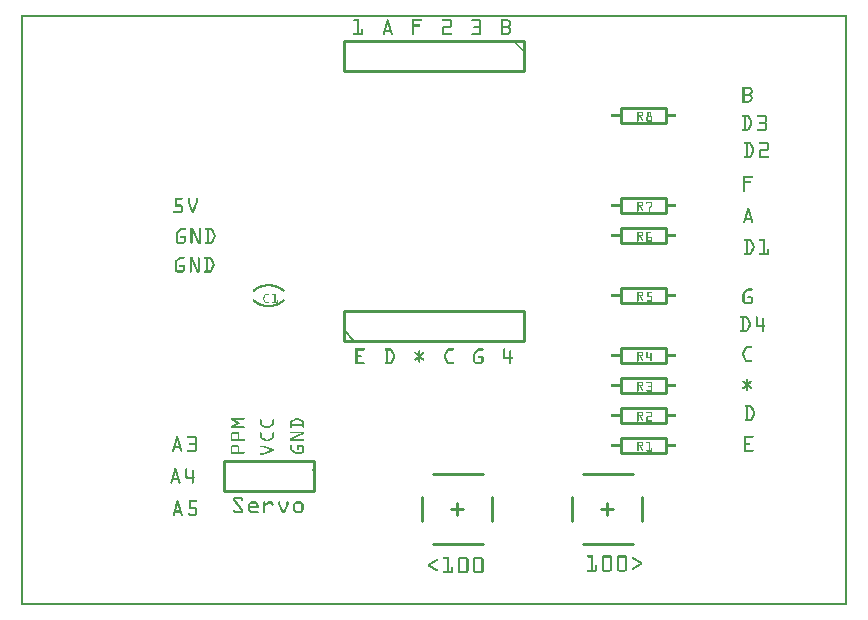
<source format=gto>
G04 MADE WITH FRITZING*
G04 WWW.FRITZING.ORG*
G04 DOUBLE SIDED*
G04 HOLES PLATED*
G04 CONTOUR ON CENTER OF CONTOUR VECTOR*
%ASAXBY*%
%FSLAX23Y23*%
%MOIN*%
%OFA0B0*%
%SFA1.0B1.0*%
%ADD10C,0.010000*%
%ADD11C,0.005000*%
%ADD12R,0.001000X0.001000*%
%LNSILK1*%
G90*
G70*
G54D10*
X2001Y1657D02*
X2151Y1657D01*
D02*
X2151Y1657D02*
X2151Y1607D01*
D02*
X2151Y1607D02*
X2001Y1607D01*
D02*
X2001Y1607D02*
X2001Y1657D01*
D02*
X2001Y1357D02*
X2151Y1357D01*
D02*
X2151Y1357D02*
X2151Y1307D01*
D02*
X2151Y1307D02*
X2001Y1307D01*
D02*
X2001Y1307D02*
X2001Y1357D01*
D02*
X2001Y1257D02*
X2151Y1257D01*
D02*
X2151Y1257D02*
X2151Y1207D01*
D02*
X2151Y1207D02*
X2001Y1207D01*
D02*
X2001Y1207D02*
X2001Y1257D01*
D02*
X2001Y1057D02*
X2151Y1057D01*
D02*
X2151Y1057D02*
X2151Y1007D01*
D02*
X2151Y1007D02*
X2001Y1007D01*
D02*
X2001Y1007D02*
X2001Y1057D01*
D02*
X2001Y857D02*
X2151Y857D01*
D02*
X2151Y857D02*
X2151Y807D01*
D02*
X2151Y807D02*
X2001Y807D01*
D02*
X2001Y807D02*
X2001Y857D01*
D02*
X2001Y757D02*
X2151Y757D01*
D02*
X2151Y757D02*
X2151Y707D01*
D02*
X2151Y707D02*
X2001Y707D01*
D02*
X2001Y707D02*
X2001Y757D01*
D02*
X2001Y657D02*
X2151Y657D01*
D02*
X2151Y657D02*
X2151Y607D01*
D02*
X2151Y607D02*
X2001Y607D01*
D02*
X2001Y607D02*
X2001Y657D01*
D02*
X2001Y557D02*
X2151Y557D01*
D02*
X2151Y557D02*
X2151Y507D01*
D02*
X2151Y507D02*
X2001Y507D01*
D02*
X2001Y507D02*
X2001Y557D01*
D02*
X1677Y1882D02*
X1077Y1882D01*
D02*
X1077Y1882D02*
X1077Y1782D01*
D02*
X1077Y1782D02*
X1677Y1782D01*
D02*
X1677Y1782D02*
X1677Y1882D01*
D02*
X1077Y882D02*
X1677Y882D01*
D02*
X1677Y882D02*
X1677Y982D01*
D02*
X1677Y982D02*
X1077Y982D01*
D02*
X1077Y982D02*
X1077Y882D01*
G54D11*
D02*
X1112Y882D02*
X1077Y917D01*
G54D10*
D02*
X2073Y360D02*
X2073Y281D01*
D02*
X1876Y439D02*
X2043Y439D01*
D02*
X1876Y203D02*
X2043Y203D01*
D02*
X1837Y360D02*
X1837Y281D01*
D02*
X1955Y340D02*
X1955Y301D01*
D02*
X1974Y321D02*
X1935Y321D01*
D02*
X1573Y360D02*
X1573Y281D01*
D02*
X1376Y439D02*
X1543Y439D01*
D02*
X1376Y203D02*
X1543Y203D01*
D02*
X1337Y360D02*
X1337Y281D01*
D02*
X1455Y340D02*
X1455Y301D01*
D02*
X1474Y321D02*
X1435Y321D01*
D02*
X977Y482D02*
X677Y482D01*
D02*
X677Y482D02*
X677Y382D01*
D02*
X677Y382D02*
X977Y382D01*
D02*
X977Y382D02*
X977Y482D01*
G54D12*
X1Y1968D02*
X2755Y1968D01*
X1Y1967D02*
X2755Y1967D01*
X1Y1966D02*
X2755Y1966D01*
X1Y1965D02*
X2755Y1965D01*
X1Y1964D02*
X2755Y1964D01*
X1Y1963D02*
X2755Y1963D01*
X1Y1962D02*
X2755Y1962D01*
X1Y1961D02*
X2755Y1961D01*
X1Y1960D02*
X8Y1960D01*
X2748Y1960D02*
X2755Y1960D01*
X1Y1959D02*
X8Y1959D01*
X2748Y1959D02*
X2755Y1959D01*
X1Y1958D02*
X8Y1958D01*
X2748Y1958D02*
X2755Y1958D01*
X1Y1957D02*
X8Y1957D01*
X2748Y1957D02*
X2755Y1957D01*
X1Y1956D02*
X8Y1956D01*
X2748Y1956D02*
X2755Y1956D01*
X1Y1955D02*
X8Y1955D01*
X2748Y1955D02*
X2755Y1955D01*
X1Y1954D02*
X8Y1954D01*
X2748Y1954D02*
X2755Y1954D01*
X1Y1953D02*
X8Y1953D01*
X1111Y1953D02*
X1128Y1953D01*
X1223Y1953D02*
X1225Y1953D01*
X1306Y1953D02*
X1337Y1953D01*
X1407Y1953D02*
X1433Y1953D01*
X1505Y1953D02*
X1532Y1953D01*
X1602Y1953D02*
X1624Y1953D01*
X2748Y1953D02*
X2755Y1953D01*
X1Y1952D02*
X8Y1952D01*
X1110Y1952D02*
X1129Y1952D01*
X1222Y1952D02*
X1226Y1952D01*
X1306Y1952D02*
X1338Y1952D01*
X1405Y1952D02*
X1435Y1952D01*
X1504Y1952D02*
X1533Y1952D01*
X1602Y1952D02*
X1627Y1952D01*
X2748Y1952D02*
X2755Y1952D01*
X1Y1951D02*
X8Y1951D01*
X1109Y1951D02*
X1129Y1951D01*
X1221Y1951D02*
X1227Y1951D01*
X1306Y1951D02*
X1339Y1951D01*
X1405Y1951D02*
X1436Y1951D01*
X1503Y1951D02*
X1534Y1951D01*
X1602Y1951D02*
X1629Y1951D01*
X2748Y1951D02*
X2755Y1951D01*
X1Y1950D02*
X8Y1950D01*
X1109Y1950D02*
X1129Y1950D01*
X1221Y1950D02*
X1227Y1950D01*
X1306Y1950D02*
X1339Y1950D01*
X1405Y1950D02*
X1437Y1950D01*
X1503Y1950D02*
X1535Y1950D01*
X1602Y1950D02*
X1630Y1950D01*
X2748Y1950D02*
X2755Y1950D01*
X1Y1949D02*
X8Y1949D01*
X1109Y1949D02*
X1129Y1949D01*
X1221Y1949D02*
X1228Y1949D01*
X1306Y1949D02*
X1339Y1949D01*
X1405Y1949D02*
X1437Y1949D01*
X1503Y1949D02*
X1536Y1949D01*
X1602Y1949D02*
X1631Y1949D01*
X2748Y1949D02*
X2755Y1949D01*
X1Y1948D02*
X8Y1948D01*
X1110Y1948D02*
X1129Y1948D01*
X1220Y1948D02*
X1228Y1948D01*
X1306Y1948D02*
X1338Y1948D01*
X1406Y1948D02*
X1438Y1948D01*
X1504Y1948D02*
X1536Y1948D01*
X1602Y1948D02*
X1632Y1948D01*
X2748Y1948D02*
X2755Y1948D01*
X1Y1947D02*
X8Y1947D01*
X1111Y1947D02*
X1129Y1947D01*
X1220Y1947D02*
X1228Y1947D01*
X1306Y1947D02*
X1337Y1947D01*
X1407Y1947D02*
X1438Y1947D01*
X1505Y1947D02*
X1536Y1947D01*
X1602Y1947D02*
X1632Y1947D01*
X2748Y1947D02*
X2755Y1947D01*
X1Y1946D02*
X8Y1946D01*
X1123Y1946D02*
X1129Y1946D01*
X1220Y1946D02*
X1228Y1946D01*
X1306Y1946D02*
X1312Y1946D01*
X1432Y1946D02*
X1438Y1946D01*
X1530Y1946D02*
X1536Y1946D01*
X1602Y1946D02*
X1608Y1946D01*
X1625Y1946D02*
X1633Y1946D01*
X2748Y1946D02*
X2755Y1946D01*
X1Y1945D02*
X8Y1945D01*
X1123Y1945D02*
X1129Y1945D01*
X1220Y1945D02*
X1229Y1945D01*
X1306Y1945D02*
X1312Y1945D01*
X1432Y1945D02*
X1438Y1945D01*
X1530Y1945D02*
X1536Y1945D01*
X1602Y1945D02*
X1608Y1945D01*
X1626Y1945D02*
X1634Y1945D01*
X2748Y1945D02*
X2755Y1945D01*
X1Y1944D02*
X8Y1944D01*
X1123Y1944D02*
X1129Y1944D01*
X1219Y1944D02*
X1229Y1944D01*
X1306Y1944D02*
X1312Y1944D01*
X1432Y1944D02*
X1438Y1944D01*
X1530Y1944D02*
X1536Y1944D01*
X1602Y1944D02*
X1608Y1944D01*
X1627Y1944D02*
X1634Y1944D01*
X2748Y1944D02*
X2755Y1944D01*
X1Y1943D02*
X8Y1943D01*
X1123Y1943D02*
X1129Y1943D01*
X1219Y1943D02*
X1229Y1943D01*
X1306Y1943D02*
X1312Y1943D01*
X1432Y1943D02*
X1438Y1943D01*
X1530Y1943D02*
X1536Y1943D01*
X1602Y1943D02*
X1608Y1943D01*
X1628Y1943D02*
X1634Y1943D01*
X2748Y1943D02*
X2755Y1943D01*
X1Y1942D02*
X8Y1942D01*
X1123Y1942D02*
X1129Y1942D01*
X1219Y1942D02*
X1230Y1942D01*
X1306Y1942D02*
X1312Y1942D01*
X1432Y1942D02*
X1438Y1942D01*
X1530Y1942D02*
X1536Y1942D01*
X1602Y1942D02*
X1608Y1942D01*
X1628Y1942D02*
X1634Y1942D01*
X2748Y1942D02*
X2755Y1942D01*
X1Y1941D02*
X8Y1941D01*
X1123Y1941D02*
X1129Y1941D01*
X1218Y1941D02*
X1230Y1941D01*
X1306Y1941D02*
X1312Y1941D01*
X1432Y1941D02*
X1438Y1941D01*
X1530Y1941D02*
X1536Y1941D01*
X1602Y1941D02*
X1608Y1941D01*
X1629Y1941D02*
X1634Y1941D01*
X2748Y1941D02*
X2755Y1941D01*
X1Y1940D02*
X8Y1940D01*
X1123Y1940D02*
X1129Y1940D01*
X1218Y1940D02*
X1230Y1940D01*
X1306Y1940D02*
X1312Y1940D01*
X1432Y1940D02*
X1438Y1940D01*
X1530Y1940D02*
X1536Y1940D01*
X1602Y1940D02*
X1608Y1940D01*
X1629Y1940D02*
X1635Y1940D01*
X2748Y1940D02*
X2755Y1940D01*
X1Y1939D02*
X8Y1939D01*
X1123Y1939D02*
X1129Y1939D01*
X1218Y1939D02*
X1231Y1939D01*
X1306Y1939D02*
X1312Y1939D01*
X1432Y1939D02*
X1438Y1939D01*
X1530Y1939D02*
X1536Y1939D01*
X1602Y1939D02*
X1608Y1939D01*
X1629Y1939D02*
X1635Y1939D01*
X2748Y1939D02*
X2755Y1939D01*
X1Y1938D02*
X8Y1938D01*
X1123Y1938D02*
X1129Y1938D01*
X1218Y1938D02*
X1231Y1938D01*
X1306Y1938D02*
X1312Y1938D01*
X1432Y1938D02*
X1438Y1938D01*
X1530Y1938D02*
X1536Y1938D01*
X1602Y1938D02*
X1608Y1938D01*
X1629Y1938D02*
X1635Y1938D01*
X2748Y1938D02*
X2755Y1938D01*
X1Y1937D02*
X8Y1937D01*
X1123Y1937D02*
X1129Y1937D01*
X1217Y1937D02*
X1231Y1937D01*
X1306Y1937D02*
X1312Y1937D01*
X1432Y1937D02*
X1438Y1937D01*
X1530Y1937D02*
X1536Y1937D01*
X1602Y1937D02*
X1608Y1937D01*
X1629Y1937D02*
X1635Y1937D01*
X2748Y1937D02*
X2755Y1937D01*
X1Y1936D02*
X8Y1936D01*
X1123Y1936D02*
X1129Y1936D01*
X1217Y1936D02*
X1223Y1936D01*
X1225Y1936D02*
X1231Y1936D01*
X1306Y1936D02*
X1330Y1936D01*
X1432Y1936D02*
X1438Y1936D01*
X1530Y1936D02*
X1536Y1936D01*
X1602Y1936D02*
X1608Y1936D01*
X1629Y1936D02*
X1634Y1936D01*
X2748Y1936D02*
X2755Y1936D01*
X1Y1935D02*
X8Y1935D01*
X1123Y1935D02*
X1129Y1935D01*
X1217Y1935D02*
X1223Y1935D01*
X1226Y1935D02*
X1232Y1935D01*
X1306Y1935D02*
X1331Y1935D01*
X1432Y1935D02*
X1438Y1935D01*
X1530Y1935D02*
X1536Y1935D01*
X1602Y1935D02*
X1608Y1935D01*
X1628Y1935D02*
X1634Y1935D01*
X2748Y1935D02*
X2755Y1935D01*
X1Y1934D02*
X8Y1934D01*
X1123Y1934D02*
X1129Y1934D01*
X1216Y1934D02*
X1223Y1934D01*
X1226Y1934D02*
X1232Y1934D01*
X1306Y1934D02*
X1332Y1934D01*
X1432Y1934D02*
X1438Y1934D01*
X1530Y1934D02*
X1536Y1934D01*
X1602Y1934D02*
X1608Y1934D01*
X1628Y1934D02*
X1634Y1934D01*
X2748Y1934D02*
X2755Y1934D01*
X1Y1933D02*
X8Y1933D01*
X1123Y1933D02*
X1129Y1933D01*
X1216Y1933D02*
X1222Y1933D01*
X1226Y1933D02*
X1232Y1933D01*
X1306Y1933D02*
X1332Y1933D01*
X1432Y1933D02*
X1438Y1933D01*
X1530Y1933D02*
X1536Y1933D01*
X1602Y1933D02*
X1608Y1933D01*
X1627Y1933D02*
X1634Y1933D01*
X2748Y1933D02*
X2755Y1933D01*
X1Y1932D02*
X8Y1932D01*
X1123Y1932D02*
X1129Y1932D01*
X1216Y1932D02*
X1222Y1932D01*
X1226Y1932D02*
X1233Y1932D01*
X1306Y1932D02*
X1332Y1932D01*
X1432Y1932D02*
X1438Y1932D01*
X1530Y1932D02*
X1536Y1932D01*
X1602Y1932D02*
X1608Y1932D01*
X1626Y1932D02*
X1634Y1932D01*
X2748Y1932D02*
X2755Y1932D01*
X1Y1931D02*
X8Y1931D01*
X1123Y1931D02*
X1129Y1931D01*
X1216Y1931D02*
X1222Y1931D01*
X1227Y1931D02*
X1233Y1931D01*
X1306Y1931D02*
X1332Y1931D01*
X1432Y1931D02*
X1438Y1931D01*
X1529Y1931D02*
X1536Y1931D01*
X1602Y1931D02*
X1608Y1931D01*
X1624Y1931D02*
X1633Y1931D01*
X2748Y1931D02*
X2755Y1931D01*
X1Y1930D02*
X8Y1930D01*
X1123Y1930D02*
X1129Y1930D01*
X1215Y1930D02*
X1221Y1930D01*
X1227Y1930D02*
X1233Y1930D01*
X1306Y1930D02*
X1331Y1930D01*
X1410Y1930D02*
X1438Y1930D01*
X1512Y1930D02*
X1535Y1930D01*
X1602Y1930D02*
X1632Y1930D01*
X2748Y1930D02*
X2755Y1930D01*
X1Y1929D02*
X8Y1929D01*
X1123Y1929D02*
X1129Y1929D01*
X1215Y1929D02*
X1221Y1929D01*
X1227Y1929D02*
X1233Y1929D01*
X1306Y1929D02*
X1312Y1929D01*
X1408Y1929D02*
X1438Y1929D01*
X1511Y1929D02*
X1535Y1929D01*
X1602Y1929D02*
X1632Y1929D01*
X2748Y1929D02*
X2755Y1929D01*
X1Y1928D02*
X8Y1928D01*
X1123Y1928D02*
X1129Y1928D01*
X1215Y1928D02*
X1221Y1928D01*
X1228Y1928D02*
X1234Y1928D01*
X1306Y1928D02*
X1312Y1928D01*
X1407Y1928D02*
X1437Y1928D01*
X1510Y1928D02*
X1534Y1928D01*
X1602Y1928D02*
X1631Y1928D01*
X2748Y1928D02*
X2755Y1928D01*
X1Y1927D02*
X8Y1927D01*
X1123Y1927D02*
X1129Y1927D01*
X1214Y1927D02*
X1221Y1927D01*
X1228Y1927D02*
X1234Y1927D01*
X1306Y1927D02*
X1312Y1927D01*
X1406Y1927D02*
X1437Y1927D01*
X1510Y1927D02*
X1534Y1927D01*
X1602Y1927D02*
X1630Y1927D01*
X2748Y1927D02*
X2755Y1927D01*
X1Y1926D02*
X8Y1926D01*
X1123Y1926D02*
X1129Y1926D01*
X1214Y1926D02*
X1220Y1926D01*
X1228Y1926D02*
X1234Y1926D01*
X1306Y1926D02*
X1312Y1926D01*
X1405Y1926D02*
X1436Y1926D01*
X1510Y1926D02*
X1534Y1926D01*
X1602Y1926D02*
X1631Y1926D01*
X2748Y1926D02*
X2755Y1926D01*
X1Y1925D02*
X8Y1925D01*
X1123Y1925D02*
X1129Y1925D01*
X1214Y1925D02*
X1220Y1925D01*
X1228Y1925D02*
X1235Y1925D01*
X1306Y1925D02*
X1312Y1925D01*
X1405Y1925D02*
X1435Y1925D01*
X1511Y1925D02*
X1535Y1925D01*
X1602Y1925D02*
X1632Y1925D01*
X2748Y1925D02*
X2755Y1925D01*
X1Y1924D02*
X8Y1924D01*
X1123Y1924D02*
X1129Y1924D01*
X1213Y1924D02*
X1220Y1924D01*
X1229Y1924D02*
X1235Y1924D01*
X1306Y1924D02*
X1312Y1924D01*
X1405Y1924D02*
X1433Y1924D01*
X1512Y1924D02*
X1535Y1924D01*
X1602Y1924D02*
X1632Y1924D01*
X2748Y1924D02*
X2755Y1924D01*
X1Y1923D02*
X8Y1923D01*
X1123Y1923D02*
X1129Y1923D01*
X1213Y1923D02*
X1219Y1923D01*
X1229Y1923D02*
X1235Y1923D01*
X1306Y1923D02*
X1312Y1923D01*
X1405Y1923D02*
X1411Y1923D01*
X1528Y1923D02*
X1536Y1923D01*
X1602Y1923D02*
X1608Y1923D01*
X1624Y1923D02*
X1633Y1923D01*
X2748Y1923D02*
X2755Y1923D01*
X1Y1922D02*
X8Y1922D01*
X1123Y1922D02*
X1129Y1922D01*
X1213Y1922D02*
X1219Y1922D01*
X1229Y1922D02*
X1236Y1922D01*
X1306Y1922D02*
X1312Y1922D01*
X1405Y1922D02*
X1411Y1922D01*
X1530Y1922D02*
X1536Y1922D01*
X1602Y1922D02*
X1608Y1922D01*
X1626Y1922D02*
X1633Y1922D01*
X2748Y1922D02*
X2755Y1922D01*
X1Y1921D02*
X8Y1921D01*
X1123Y1921D02*
X1129Y1921D01*
X1213Y1921D02*
X1219Y1921D01*
X1230Y1921D02*
X1236Y1921D01*
X1306Y1921D02*
X1312Y1921D01*
X1405Y1921D02*
X1411Y1921D01*
X1530Y1921D02*
X1536Y1921D01*
X1602Y1921D02*
X1608Y1921D01*
X1627Y1921D02*
X1634Y1921D01*
X2748Y1921D02*
X2755Y1921D01*
X1Y1920D02*
X8Y1920D01*
X1123Y1920D02*
X1129Y1920D01*
X1137Y1920D02*
X1141Y1920D01*
X1212Y1920D02*
X1218Y1920D01*
X1230Y1920D02*
X1236Y1920D01*
X1306Y1920D02*
X1312Y1920D01*
X1405Y1920D02*
X1411Y1920D01*
X1530Y1920D02*
X1536Y1920D01*
X1602Y1920D02*
X1608Y1920D01*
X1628Y1920D02*
X1634Y1920D01*
X2748Y1920D02*
X2755Y1920D01*
X1Y1919D02*
X8Y1919D01*
X1123Y1919D02*
X1129Y1919D01*
X1137Y1919D02*
X1142Y1919D01*
X1212Y1919D02*
X1218Y1919D01*
X1230Y1919D02*
X1236Y1919D01*
X1306Y1919D02*
X1312Y1919D01*
X1405Y1919D02*
X1411Y1919D01*
X1530Y1919D02*
X1536Y1919D01*
X1602Y1919D02*
X1608Y1919D01*
X1628Y1919D02*
X1634Y1919D01*
X2748Y1919D02*
X2755Y1919D01*
X1Y1918D02*
X8Y1918D01*
X1123Y1918D02*
X1129Y1918D01*
X1136Y1918D02*
X1142Y1918D01*
X1212Y1918D02*
X1237Y1918D01*
X1306Y1918D02*
X1312Y1918D01*
X1405Y1918D02*
X1411Y1918D01*
X1530Y1918D02*
X1536Y1918D01*
X1602Y1918D02*
X1608Y1918D01*
X1629Y1918D02*
X1634Y1918D01*
X2748Y1918D02*
X2755Y1918D01*
X1Y1917D02*
X8Y1917D01*
X1123Y1917D02*
X1129Y1917D01*
X1136Y1917D02*
X1142Y1917D01*
X1211Y1917D02*
X1237Y1917D01*
X1306Y1917D02*
X1312Y1917D01*
X1405Y1917D02*
X1411Y1917D01*
X1530Y1917D02*
X1536Y1917D01*
X1602Y1917D02*
X1608Y1917D01*
X1629Y1917D02*
X1634Y1917D01*
X2748Y1917D02*
X2755Y1917D01*
X1Y1916D02*
X8Y1916D01*
X1123Y1916D02*
X1129Y1916D01*
X1136Y1916D02*
X1142Y1916D01*
X1211Y1916D02*
X1237Y1916D01*
X1306Y1916D02*
X1312Y1916D01*
X1405Y1916D02*
X1411Y1916D01*
X1530Y1916D02*
X1536Y1916D01*
X1602Y1916D02*
X1608Y1916D01*
X1629Y1916D02*
X1635Y1916D01*
X2748Y1916D02*
X2755Y1916D01*
X1Y1915D02*
X8Y1915D01*
X1123Y1915D02*
X1129Y1915D01*
X1136Y1915D02*
X1142Y1915D01*
X1211Y1915D02*
X1238Y1915D01*
X1306Y1915D02*
X1312Y1915D01*
X1405Y1915D02*
X1411Y1915D01*
X1530Y1915D02*
X1536Y1915D01*
X1602Y1915D02*
X1608Y1915D01*
X1629Y1915D02*
X1635Y1915D01*
X2748Y1915D02*
X2755Y1915D01*
X1Y1914D02*
X8Y1914D01*
X1123Y1914D02*
X1129Y1914D01*
X1136Y1914D02*
X1142Y1914D01*
X1211Y1914D02*
X1238Y1914D01*
X1306Y1914D02*
X1312Y1914D01*
X1405Y1914D02*
X1411Y1914D01*
X1530Y1914D02*
X1536Y1914D01*
X1602Y1914D02*
X1608Y1914D01*
X1629Y1914D02*
X1635Y1914D01*
X2748Y1914D02*
X2755Y1914D01*
X1Y1913D02*
X8Y1913D01*
X1123Y1913D02*
X1129Y1913D01*
X1136Y1913D02*
X1142Y1913D01*
X1210Y1913D02*
X1238Y1913D01*
X1306Y1913D02*
X1312Y1913D01*
X1405Y1913D02*
X1411Y1913D01*
X1530Y1913D02*
X1536Y1913D01*
X1602Y1913D02*
X1608Y1913D01*
X1629Y1913D02*
X1634Y1913D01*
X2748Y1913D02*
X2755Y1913D01*
X1Y1912D02*
X8Y1912D01*
X1123Y1912D02*
X1129Y1912D01*
X1136Y1912D02*
X1142Y1912D01*
X1210Y1912D02*
X1238Y1912D01*
X1306Y1912D02*
X1312Y1912D01*
X1405Y1912D02*
X1411Y1912D01*
X1530Y1912D02*
X1536Y1912D01*
X1602Y1912D02*
X1608Y1912D01*
X1628Y1912D02*
X1634Y1912D01*
X2748Y1912D02*
X2755Y1912D01*
X1Y1911D02*
X8Y1911D01*
X1123Y1911D02*
X1129Y1911D01*
X1136Y1911D02*
X1142Y1911D01*
X1210Y1911D02*
X1216Y1911D01*
X1233Y1911D02*
X1239Y1911D01*
X1306Y1911D02*
X1312Y1911D01*
X1405Y1911D02*
X1411Y1911D01*
X1530Y1911D02*
X1536Y1911D01*
X1602Y1911D02*
X1608Y1911D01*
X1628Y1911D02*
X1634Y1911D01*
X2748Y1911D02*
X2755Y1911D01*
X1Y1910D02*
X8Y1910D01*
X1123Y1910D02*
X1129Y1910D01*
X1136Y1910D02*
X1142Y1910D01*
X1209Y1910D02*
X1216Y1910D01*
X1233Y1910D02*
X1239Y1910D01*
X1306Y1910D02*
X1312Y1910D01*
X1405Y1910D02*
X1411Y1910D01*
X1530Y1910D02*
X1536Y1910D01*
X1602Y1910D02*
X1608Y1910D01*
X1627Y1910D02*
X1634Y1910D01*
X2748Y1910D02*
X2755Y1910D01*
X1Y1909D02*
X8Y1909D01*
X1123Y1909D02*
X1129Y1909D01*
X1136Y1909D02*
X1142Y1909D01*
X1209Y1909D02*
X1215Y1909D01*
X1233Y1909D02*
X1239Y1909D01*
X1306Y1909D02*
X1312Y1909D01*
X1405Y1909D02*
X1411Y1909D01*
X1530Y1909D02*
X1536Y1909D01*
X1602Y1909D02*
X1608Y1909D01*
X1626Y1909D02*
X1634Y1909D01*
X2748Y1909D02*
X2755Y1909D01*
X1Y1908D02*
X8Y1908D01*
X1123Y1908D02*
X1129Y1908D01*
X1136Y1908D02*
X1142Y1908D01*
X1209Y1908D02*
X1215Y1908D01*
X1233Y1908D02*
X1240Y1908D01*
X1306Y1908D02*
X1312Y1908D01*
X1405Y1908D02*
X1411Y1908D01*
X1530Y1908D02*
X1536Y1908D01*
X1602Y1908D02*
X1608Y1908D01*
X1625Y1908D02*
X1633Y1908D01*
X2748Y1908D02*
X2755Y1908D01*
X1Y1907D02*
X8Y1907D01*
X1112Y1907D02*
X1142Y1907D01*
X1208Y1907D02*
X1215Y1907D01*
X1234Y1907D02*
X1240Y1907D01*
X1306Y1907D02*
X1312Y1907D01*
X1405Y1907D02*
X1435Y1907D01*
X1506Y1907D02*
X1536Y1907D01*
X1602Y1907D02*
X1633Y1907D01*
X2748Y1907D02*
X2755Y1907D01*
X1Y1906D02*
X8Y1906D01*
X1110Y1906D02*
X1142Y1906D01*
X1208Y1906D02*
X1214Y1906D01*
X1234Y1906D02*
X1240Y1906D01*
X1306Y1906D02*
X1312Y1906D01*
X1405Y1906D02*
X1437Y1906D01*
X1504Y1906D02*
X1536Y1906D01*
X1602Y1906D02*
X1632Y1906D01*
X2748Y1906D02*
X2755Y1906D01*
X1Y1905D02*
X8Y1905D01*
X1109Y1905D02*
X1142Y1905D01*
X1208Y1905D02*
X1214Y1905D01*
X1234Y1905D02*
X1241Y1905D01*
X1306Y1905D02*
X1312Y1905D01*
X1405Y1905D02*
X1437Y1905D01*
X1504Y1905D02*
X1536Y1905D01*
X1602Y1905D02*
X1631Y1905D01*
X2748Y1905D02*
X2755Y1905D01*
X1Y1904D02*
X8Y1904D01*
X1109Y1904D02*
X1142Y1904D01*
X1208Y1904D02*
X1214Y1904D01*
X1235Y1904D02*
X1241Y1904D01*
X1306Y1904D02*
X1312Y1904D01*
X1405Y1904D02*
X1438Y1904D01*
X1503Y1904D02*
X1535Y1904D01*
X1602Y1904D02*
X1630Y1904D01*
X2748Y1904D02*
X2755Y1904D01*
X1Y1903D02*
X8Y1903D01*
X1109Y1903D02*
X1142Y1903D01*
X1208Y1903D02*
X1213Y1903D01*
X1235Y1903D02*
X1241Y1903D01*
X1306Y1903D02*
X1312Y1903D01*
X1405Y1903D02*
X1438Y1903D01*
X1503Y1903D02*
X1535Y1903D01*
X1602Y1903D02*
X1629Y1903D01*
X2748Y1903D02*
X2755Y1903D01*
X1Y1902D02*
X8Y1902D01*
X1110Y1902D02*
X1142Y1902D01*
X1208Y1902D02*
X1213Y1902D01*
X1235Y1902D02*
X1240Y1902D01*
X1307Y1902D02*
X1312Y1902D01*
X1405Y1902D02*
X1437Y1902D01*
X1504Y1902D02*
X1534Y1902D01*
X1602Y1902D02*
X1627Y1902D01*
X2748Y1902D02*
X2755Y1902D01*
X1Y1901D02*
X8Y1901D01*
X1111Y1901D02*
X1141Y1901D01*
X1209Y1901D02*
X1212Y1901D01*
X1236Y1901D02*
X1239Y1901D01*
X1308Y1901D02*
X1311Y1901D01*
X1405Y1901D02*
X1436Y1901D01*
X1505Y1901D02*
X1532Y1901D01*
X1602Y1901D02*
X1625Y1901D01*
X2748Y1901D02*
X2755Y1901D01*
X1Y1900D02*
X8Y1900D01*
X2748Y1900D02*
X2755Y1900D01*
X1Y1899D02*
X8Y1899D01*
X2748Y1899D02*
X2755Y1899D01*
X1Y1898D02*
X8Y1898D01*
X2748Y1898D02*
X2755Y1898D01*
X1Y1897D02*
X8Y1897D01*
X2748Y1897D02*
X2755Y1897D01*
X1Y1896D02*
X8Y1896D01*
X2748Y1896D02*
X2755Y1896D01*
X1Y1895D02*
X8Y1895D01*
X2748Y1895D02*
X2755Y1895D01*
X1Y1894D02*
X8Y1894D01*
X2748Y1894D02*
X2755Y1894D01*
X1Y1893D02*
X8Y1893D01*
X2748Y1893D02*
X2755Y1893D01*
X1Y1892D02*
X8Y1892D01*
X2748Y1892D02*
X2755Y1892D01*
X1Y1891D02*
X8Y1891D01*
X2748Y1891D02*
X2755Y1891D01*
X1Y1890D02*
X8Y1890D01*
X2748Y1890D02*
X2755Y1890D01*
X1Y1889D02*
X8Y1889D01*
X2748Y1889D02*
X2755Y1889D01*
X1Y1888D02*
X8Y1888D01*
X2748Y1888D02*
X2755Y1888D01*
X1Y1887D02*
X8Y1887D01*
X2748Y1887D02*
X2755Y1887D01*
X1Y1886D02*
X8Y1886D01*
X2748Y1886D02*
X2755Y1886D01*
X1Y1885D02*
X8Y1885D01*
X2748Y1885D02*
X2755Y1885D01*
X1Y1884D02*
X8Y1884D01*
X2748Y1884D02*
X2755Y1884D01*
X1Y1883D02*
X8Y1883D01*
X1643Y1883D02*
X1644Y1883D01*
X2748Y1883D02*
X2755Y1883D01*
X1Y1882D02*
X8Y1882D01*
X1642Y1882D02*
X1645Y1882D01*
X2748Y1882D02*
X2755Y1882D01*
X1Y1881D02*
X8Y1881D01*
X1641Y1881D02*
X1646Y1881D01*
X2748Y1881D02*
X2755Y1881D01*
X1Y1880D02*
X8Y1880D01*
X1641Y1880D02*
X1647Y1880D01*
X2748Y1880D02*
X2755Y1880D01*
X1Y1879D02*
X8Y1879D01*
X1642Y1879D02*
X1648Y1879D01*
X2748Y1879D02*
X2755Y1879D01*
X1Y1878D02*
X8Y1878D01*
X1643Y1878D02*
X1649Y1878D01*
X2748Y1878D02*
X2755Y1878D01*
X1Y1877D02*
X8Y1877D01*
X1644Y1877D02*
X1650Y1877D01*
X2748Y1877D02*
X2755Y1877D01*
X1Y1876D02*
X8Y1876D01*
X1645Y1876D02*
X1651Y1876D01*
X2748Y1876D02*
X2755Y1876D01*
X1Y1875D02*
X8Y1875D01*
X1646Y1875D02*
X1652Y1875D01*
X2748Y1875D02*
X2755Y1875D01*
X1Y1874D02*
X8Y1874D01*
X1647Y1874D02*
X1653Y1874D01*
X2748Y1874D02*
X2755Y1874D01*
X1Y1873D02*
X8Y1873D01*
X1648Y1873D02*
X1654Y1873D01*
X2748Y1873D02*
X2755Y1873D01*
X1Y1872D02*
X8Y1872D01*
X1649Y1872D02*
X1655Y1872D01*
X2748Y1872D02*
X2755Y1872D01*
X1Y1871D02*
X8Y1871D01*
X1650Y1871D02*
X1656Y1871D01*
X2748Y1871D02*
X2755Y1871D01*
X1Y1870D02*
X8Y1870D01*
X1651Y1870D02*
X1657Y1870D01*
X2748Y1870D02*
X2755Y1870D01*
X1Y1869D02*
X8Y1869D01*
X1652Y1869D02*
X1658Y1869D01*
X2748Y1869D02*
X2755Y1869D01*
X1Y1868D02*
X8Y1868D01*
X1653Y1868D02*
X1659Y1868D01*
X2748Y1868D02*
X2755Y1868D01*
X1Y1867D02*
X8Y1867D01*
X1654Y1867D02*
X1660Y1867D01*
X2748Y1867D02*
X2755Y1867D01*
X1Y1866D02*
X8Y1866D01*
X1655Y1866D02*
X1661Y1866D01*
X2748Y1866D02*
X2755Y1866D01*
X1Y1865D02*
X8Y1865D01*
X1656Y1865D02*
X1662Y1865D01*
X2748Y1865D02*
X2755Y1865D01*
X1Y1864D02*
X8Y1864D01*
X1657Y1864D02*
X1663Y1864D01*
X2748Y1864D02*
X2755Y1864D01*
X1Y1863D02*
X8Y1863D01*
X1659Y1863D02*
X1664Y1863D01*
X2748Y1863D02*
X2755Y1863D01*
X1Y1862D02*
X8Y1862D01*
X1659Y1862D02*
X1665Y1862D01*
X2748Y1862D02*
X2755Y1862D01*
X1Y1861D02*
X8Y1861D01*
X1660Y1861D02*
X1666Y1861D01*
X2748Y1861D02*
X2755Y1861D01*
X1Y1860D02*
X8Y1860D01*
X1661Y1860D02*
X1667Y1860D01*
X2748Y1860D02*
X2755Y1860D01*
X1Y1859D02*
X8Y1859D01*
X1662Y1859D02*
X1668Y1859D01*
X2748Y1859D02*
X2755Y1859D01*
X1Y1858D02*
X8Y1858D01*
X1663Y1858D02*
X1669Y1858D01*
X2748Y1858D02*
X2755Y1858D01*
X1Y1857D02*
X8Y1857D01*
X1664Y1857D02*
X1670Y1857D01*
X2748Y1857D02*
X2755Y1857D01*
X1Y1856D02*
X8Y1856D01*
X1665Y1856D02*
X1671Y1856D01*
X2748Y1856D02*
X2755Y1856D01*
X1Y1855D02*
X8Y1855D01*
X1666Y1855D02*
X1672Y1855D01*
X2748Y1855D02*
X2755Y1855D01*
X1Y1854D02*
X8Y1854D01*
X1667Y1854D02*
X1673Y1854D01*
X2748Y1854D02*
X2755Y1854D01*
X1Y1853D02*
X8Y1853D01*
X1668Y1853D02*
X1674Y1853D01*
X2748Y1853D02*
X2755Y1853D01*
X1Y1852D02*
X8Y1852D01*
X1669Y1852D02*
X1675Y1852D01*
X2748Y1852D02*
X2755Y1852D01*
X1Y1851D02*
X8Y1851D01*
X1670Y1851D02*
X1676Y1851D01*
X2748Y1851D02*
X2755Y1851D01*
X1Y1850D02*
X8Y1850D01*
X1671Y1850D02*
X1677Y1850D01*
X2748Y1850D02*
X2755Y1850D01*
X1Y1849D02*
X8Y1849D01*
X1672Y1849D02*
X1678Y1849D01*
X2748Y1849D02*
X2755Y1849D01*
X1Y1848D02*
X8Y1848D01*
X1673Y1848D02*
X1677Y1848D01*
X2748Y1848D02*
X2755Y1848D01*
X1Y1847D02*
X8Y1847D01*
X1674Y1847D02*
X1676Y1847D01*
X2748Y1847D02*
X2755Y1847D01*
X1Y1846D02*
X8Y1846D01*
X1675Y1846D02*
X1675Y1846D01*
X2748Y1846D02*
X2755Y1846D01*
X1Y1845D02*
X8Y1845D01*
X2748Y1845D02*
X2755Y1845D01*
X1Y1844D02*
X8Y1844D01*
X2748Y1844D02*
X2755Y1844D01*
X1Y1843D02*
X8Y1843D01*
X2748Y1843D02*
X2755Y1843D01*
X1Y1842D02*
X8Y1842D01*
X2748Y1842D02*
X2755Y1842D01*
X1Y1841D02*
X8Y1841D01*
X2748Y1841D02*
X2755Y1841D01*
X1Y1840D02*
X8Y1840D01*
X2748Y1840D02*
X2755Y1840D01*
X1Y1839D02*
X8Y1839D01*
X2748Y1839D02*
X2755Y1839D01*
X1Y1838D02*
X8Y1838D01*
X2748Y1838D02*
X2755Y1838D01*
X1Y1837D02*
X8Y1837D01*
X2748Y1837D02*
X2755Y1837D01*
X1Y1836D02*
X8Y1836D01*
X2748Y1836D02*
X2755Y1836D01*
X1Y1835D02*
X8Y1835D01*
X2748Y1835D02*
X2755Y1835D01*
X1Y1834D02*
X8Y1834D01*
X2748Y1834D02*
X2755Y1834D01*
X1Y1833D02*
X8Y1833D01*
X2748Y1833D02*
X2755Y1833D01*
X1Y1832D02*
X8Y1832D01*
X2748Y1832D02*
X2755Y1832D01*
X1Y1831D02*
X8Y1831D01*
X2748Y1831D02*
X2755Y1831D01*
X1Y1830D02*
X8Y1830D01*
X2748Y1830D02*
X2755Y1830D01*
X1Y1829D02*
X8Y1829D01*
X2748Y1829D02*
X2755Y1829D01*
X1Y1828D02*
X8Y1828D01*
X2748Y1828D02*
X2755Y1828D01*
X1Y1827D02*
X8Y1827D01*
X2748Y1827D02*
X2755Y1827D01*
X1Y1826D02*
X8Y1826D01*
X2748Y1826D02*
X2755Y1826D01*
X1Y1825D02*
X8Y1825D01*
X2748Y1825D02*
X2755Y1825D01*
X1Y1824D02*
X8Y1824D01*
X2748Y1824D02*
X2755Y1824D01*
X1Y1823D02*
X8Y1823D01*
X2748Y1823D02*
X2755Y1823D01*
X1Y1822D02*
X8Y1822D01*
X2748Y1822D02*
X2755Y1822D01*
X1Y1821D02*
X8Y1821D01*
X2748Y1821D02*
X2755Y1821D01*
X1Y1820D02*
X8Y1820D01*
X2748Y1820D02*
X2755Y1820D01*
X1Y1819D02*
X8Y1819D01*
X2748Y1819D02*
X2755Y1819D01*
X1Y1818D02*
X8Y1818D01*
X2748Y1818D02*
X2755Y1818D01*
X1Y1817D02*
X8Y1817D01*
X2748Y1817D02*
X2755Y1817D01*
X1Y1816D02*
X8Y1816D01*
X2748Y1816D02*
X2755Y1816D01*
X1Y1815D02*
X8Y1815D01*
X2748Y1815D02*
X2755Y1815D01*
X1Y1814D02*
X8Y1814D01*
X2748Y1814D02*
X2755Y1814D01*
X1Y1813D02*
X8Y1813D01*
X2748Y1813D02*
X2755Y1813D01*
X1Y1812D02*
X8Y1812D01*
X2748Y1812D02*
X2755Y1812D01*
X1Y1811D02*
X8Y1811D01*
X2748Y1811D02*
X2755Y1811D01*
X1Y1810D02*
X8Y1810D01*
X2748Y1810D02*
X2755Y1810D01*
X1Y1809D02*
X8Y1809D01*
X2748Y1809D02*
X2755Y1809D01*
X1Y1808D02*
X8Y1808D01*
X2748Y1808D02*
X2755Y1808D01*
X1Y1807D02*
X8Y1807D01*
X2748Y1807D02*
X2755Y1807D01*
X1Y1806D02*
X8Y1806D01*
X2748Y1806D02*
X2755Y1806D01*
X1Y1805D02*
X8Y1805D01*
X2748Y1805D02*
X2755Y1805D01*
X1Y1804D02*
X8Y1804D01*
X2748Y1804D02*
X2755Y1804D01*
X1Y1803D02*
X8Y1803D01*
X2748Y1803D02*
X2755Y1803D01*
X1Y1802D02*
X8Y1802D01*
X2748Y1802D02*
X2755Y1802D01*
X1Y1801D02*
X8Y1801D01*
X2748Y1801D02*
X2755Y1801D01*
X1Y1800D02*
X8Y1800D01*
X2748Y1800D02*
X2755Y1800D01*
X1Y1799D02*
X8Y1799D01*
X2748Y1799D02*
X2755Y1799D01*
X1Y1798D02*
X8Y1798D01*
X2748Y1798D02*
X2755Y1798D01*
X1Y1797D02*
X8Y1797D01*
X2748Y1797D02*
X2755Y1797D01*
X1Y1796D02*
X8Y1796D01*
X2748Y1796D02*
X2755Y1796D01*
X1Y1795D02*
X8Y1795D01*
X2748Y1795D02*
X2755Y1795D01*
X1Y1794D02*
X8Y1794D01*
X2748Y1794D02*
X2755Y1794D01*
X1Y1793D02*
X8Y1793D01*
X2748Y1793D02*
X2755Y1793D01*
X1Y1792D02*
X8Y1792D01*
X2748Y1792D02*
X2755Y1792D01*
X1Y1791D02*
X8Y1791D01*
X2748Y1791D02*
X2755Y1791D01*
X1Y1790D02*
X8Y1790D01*
X2748Y1790D02*
X2755Y1790D01*
X1Y1789D02*
X8Y1789D01*
X2748Y1789D02*
X2755Y1789D01*
X1Y1788D02*
X8Y1788D01*
X2748Y1788D02*
X2755Y1788D01*
X1Y1787D02*
X8Y1787D01*
X2748Y1787D02*
X2755Y1787D01*
X1Y1786D02*
X8Y1786D01*
X2748Y1786D02*
X2755Y1786D01*
X1Y1785D02*
X8Y1785D01*
X2748Y1785D02*
X2755Y1785D01*
X1Y1784D02*
X8Y1784D01*
X2748Y1784D02*
X2755Y1784D01*
X1Y1783D02*
X8Y1783D01*
X2748Y1783D02*
X2755Y1783D01*
X1Y1782D02*
X8Y1782D01*
X2748Y1782D02*
X2755Y1782D01*
X1Y1781D02*
X8Y1781D01*
X2748Y1781D02*
X2755Y1781D01*
X1Y1780D02*
X8Y1780D01*
X2748Y1780D02*
X2755Y1780D01*
X1Y1779D02*
X8Y1779D01*
X2748Y1779D02*
X2755Y1779D01*
X1Y1778D02*
X8Y1778D01*
X2748Y1778D02*
X2755Y1778D01*
X1Y1777D02*
X8Y1777D01*
X2748Y1777D02*
X2755Y1777D01*
X1Y1776D02*
X8Y1776D01*
X2748Y1776D02*
X2755Y1776D01*
X1Y1775D02*
X8Y1775D01*
X2748Y1775D02*
X2755Y1775D01*
X1Y1774D02*
X8Y1774D01*
X2748Y1774D02*
X2755Y1774D01*
X1Y1773D02*
X8Y1773D01*
X2748Y1773D02*
X2755Y1773D01*
X1Y1772D02*
X8Y1772D01*
X2748Y1772D02*
X2755Y1772D01*
X1Y1771D02*
X8Y1771D01*
X2748Y1771D02*
X2755Y1771D01*
X1Y1770D02*
X8Y1770D01*
X2748Y1770D02*
X2755Y1770D01*
X1Y1769D02*
X8Y1769D01*
X2748Y1769D02*
X2755Y1769D01*
X1Y1768D02*
X8Y1768D01*
X2748Y1768D02*
X2755Y1768D01*
X1Y1767D02*
X8Y1767D01*
X2748Y1767D02*
X2755Y1767D01*
X1Y1766D02*
X8Y1766D01*
X2748Y1766D02*
X2755Y1766D01*
X1Y1765D02*
X8Y1765D01*
X2748Y1765D02*
X2755Y1765D01*
X1Y1764D02*
X8Y1764D01*
X2748Y1764D02*
X2755Y1764D01*
X1Y1763D02*
X8Y1763D01*
X2748Y1763D02*
X2755Y1763D01*
X1Y1762D02*
X8Y1762D01*
X2748Y1762D02*
X2755Y1762D01*
X1Y1761D02*
X8Y1761D01*
X2748Y1761D02*
X2755Y1761D01*
X1Y1760D02*
X8Y1760D01*
X2748Y1760D02*
X2755Y1760D01*
X1Y1759D02*
X8Y1759D01*
X2748Y1759D02*
X2755Y1759D01*
X1Y1758D02*
X8Y1758D01*
X2748Y1758D02*
X2755Y1758D01*
X1Y1757D02*
X8Y1757D01*
X2748Y1757D02*
X2755Y1757D01*
X1Y1756D02*
X8Y1756D01*
X2748Y1756D02*
X2755Y1756D01*
X1Y1755D02*
X8Y1755D01*
X2748Y1755D02*
X2755Y1755D01*
X1Y1754D02*
X8Y1754D01*
X2748Y1754D02*
X2755Y1754D01*
X1Y1753D02*
X8Y1753D01*
X2748Y1753D02*
X2755Y1753D01*
X1Y1752D02*
X8Y1752D01*
X2748Y1752D02*
X2755Y1752D01*
X1Y1751D02*
X8Y1751D01*
X2748Y1751D02*
X2755Y1751D01*
X1Y1750D02*
X8Y1750D01*
X2748Y1750D02*
X2755Y1750D01*
X1Y1749D02*
X8Y1749D01*
X2748Y1749D02*
X2755Y1749D01*
X1Y1748D02*
X8Y1748D01*
X2748Y1748D02*
X2755Y1748D01*
X1Y1747D02*
X8Y1747D01*
X2748Y1747D02*
X2755Y1747D01*
X1Y1746D02*
X8Y1746D01*
X2748Y1746D02*
X2755Y1746D01*
X1Y1745D02*
X8Y1745D01*
X2748Y1745D02*
X2755Y1745D01*
X1Y1744D02*
X8Y1744D01*
X2748Y1744D02*
X2755Y1744D01*
X1Y1743D02*
X8Y1743D01*
X2748Y1743D02*
X2755Y1743D01*
X1Y1742D02*
X8Y1742D01*
X2748Y1742D02*
X2755Y1742D01*
X1Y1741D02*
X8Y1741D01*
X2748Y1741D02*
X2755Y1741D01*
X1Y1740D02*
X8Y1740D01*
X2748Y1740D02*
X2755Y1740D01*
X1Y1739D02*
X8Y1739D01*
X2748Y1739D02*
X2755Y1739D01*
X1Y1738D02*
X8Y1738D01*
X2748Y1738D02*
X2755Y1738D01*
X1Y1737D02*
X8Y1737D01*
X2748Y1737D02*
X2755Y1737D01*
X1Y1736D02*
X8Y1736D01*
X2748Y1736D02*
X2755Y1736D01*
X1Y1735D02*
X8Y1735D01*
X2748Y1735D02*
X2755Y1735D01*
X1Y1734D02*
X8Y1734D01*
X2748Y1734D02*
X2755Y1734D01*
X1Y1733D02*
X8Y1733D01*
X2748Y1733D02*
X2755Y1733D01*
X1Y1732D02*
X8Y1732D01*
X2748Y1732D02*
X2755Y1732D01*
X1Y1731D02*
X8Y1731D01*
X2748Y1731D02*
X2755Y1731D01*
X1Y1730D02*
X8Y1730D01*
X2748Y1730D02*
X2755Y1730D01*
X1Y1729D02*
X8Y1729D01*
X2748Y1729D02*
X2755Y1729D01*
X1Y1728D02*
X8Y1728D01*
X2407Y1728D02*
X2431Y1728D01*
X2748Y1728D02*
X2755Y1728D01*
X1Y1727D02*
X8Y1727D01*
X2407Y1727D02*
X2433Y1727D01*
X2748Y1727D02*
X2755Y1727D01*
X1Y1726D02*
X8Y1726D01*
X2407Y1726D02*
X2434Y1726D01*
X2748Y1726D02*
X2755Y1726D01*
X1Y1725D02*
X8Y1725D01*
X2407Y1725D02*
X2436Y1725D01*
X2748Y1725D02*
X2755Y1725D01*
X1Y1724D02*
X8Y1724D01*
X2407Y1724D02*
X2437Y1724D01*
X2748Y1724D02*
X2755Y1724D01*
X1Y1723D02*
X8Y1723D01*
X2407Y1723D02*
X2437Y1723D01*
X2748Y1723D02*
X2755Y1723D01*
X1Y1722D02*
X8Y1722D01*
X2407Y1722D02*
X2438Y1722D01*
X2748Y1722D02*
X2755Y1722D01*
X1Y1721D02*
X8Y1721D01*
X2407Y1721D02*
X2413Y1721D01*
X2430Y1721D02*
X2438Y1721D01*
X2748Y1721D02*
X2755Y1721D01*
X1Y1720D02*
X8Y1720D01*
X2407Y1720D02*
X2413Y1720D01*
X2432Y1720D02*
X2439Y1720D01*
X2748Y1720D02*
X2755Y1720D01*
X1Y1719D02*
X8Y1719D01*
X2407Y1719D02*
X2413Y1719D01*
X2433Y1719D02*
X2439Y1719D01*
X2748Y1719D02*
X2755Y1719D01*
X1Y1718D02*
X8Y1718D01*
X2407Y1718D02*
X2413Y1718D01*
X2433Y1718D02*
X2440Y1718D01*
X2748Y1718D02*
X2755Y1718D01*
X1Y1717D02*
X8Y1717D01*
X2407Y1717D02*
X2413Y1717D01*
X2434Y1717D02*
X2440Y1717D01*
X2748Y1717D02*
X2755Y1717D01*
X1Y1716D02*
X8Y1716D01*
X2407Y1716D02*
X2413Y1716D01*
X2434Y1716D02*
X2440Y1716D01*
X2748Y1716D02*
X2755Y1716D01*
X1Y1715D02*
X8Y1715D01*
X2407Y1715D02*
X2413Y1715D01*
X2434Y1715D02*
X2440Y1715D01*
X2748Y1715D02*
X2755Y1715D01*
X1Y1714D02*
X8Y1714D01*
X2407Y1714D02*
X2413Y1714D01*
X2434Y1714D02*
X2440Y1714D01*
X2748Y1714D02*
X2755Y1714D01*
X1Y1713D02*
X8Y1713D01*
X2407Y1713D02*
X2413Y1713D01*
X2434Y1713D02*
X2440Y1713D01*
X2748Y1713D02*
X2755Y1713D01*
X1Y1712D02*
X8Y1712D01*
X2407Y1712D02*
X2413Y1712D01*
X2434Y1712D02*
X2440Y1712D01*
X2748Y1712D02*
X2755Y1712D01*
X1Y1711D02*
X8Y1711D01*
X2407Y1711D02*
X2413Y1711D01*
X2434Y1711D02*
X2440Y1711D01*
X2748Y1711D02*
X2755Y1711D01*
X1Y1710D02*
X8Y1710D01*
X2407Y1710D02*
X2413Y1710D01*
X2433Y1710D02*
X2440Y1710D01*
X2748Y1710D02*
X2755Y1710D01*
X1Y1709D02*
X8Y1709D01*
X2407Y1709D02*
X2413Y1709D01*
X2433Y1709D02*
X2439Y1709D01*
X2748Y1709D02*
X2755Y1709D01*
X1Y1708D02*
X8Y1708D01*
X2407Y1708D02*
X2413Y1708D01*
X2432Y1708D02*
X2439Y1708D01*
X2748Y1708D02*
X2755Y1708D01*
X1Y1707D02*
X8Y1707D01*
X2407Y1707D02*
X2413Y1707D01*
X2431Y1707D02*
X2439Y1707D01*
X2748Y1707D02*
X2755Y1707D01*
X1Y1706D02*
X8Y1706D01*
X2407Y1706D02*
X2413Y1706D01*
X2429Y1706D02*
X2438Y1706D01*
X2748Y1706D02*
X2755Y1706D01*
X1Y1705D02*
X8Y1705D01*
X2407Y1705D02*
X2438Y1705D01*
X2748Y1705D02*
X2755Y1705D01*
X1Y1704D02*
X8Y1704D01*
X2407Y1704D02*
X2437Y1704D01*
X2748Y1704D02*
X2755Y1704D01*
X1Y1703D02*
X8Y1703D01*
X2407Y1703D02*
X2436Y1703D01*
X2748Y1703D02*
X2755Y1703D01*
X1Y1702D02*
X8Y1702D01*
X2407Y1702D02*
X2435Y1702D01*
X2748Y1702D02*
X2755Y1702D01*
X1Y1701D02*
X8Y1701D01*
X2407Y1701D02*
X2436Y1701D01*
X2748Y1701D02*
X2755Y1701D01*
X1Y1700D02*
X8Y1700D01*
X2407Y1700D02*
X2437Y1700D01*
X2748Y1700D02*
X2755Y1700D01*
X1Y1699D02*
X8Y1699D01*
X2407Y1699D02*
X2438Y1699D01*
X2748Y1699D02*
X2755Y1699D01*
X1Y1698D02*
X8Y1698D01*
X2407Y1698D02*
X2413Y1698D01*
X2430Y1698D02*
X2438Y1698D01*
X2748Y1698D02*
X2755Y1698D01*
X1Y1697D02*
X8Y1697D01*
X2407Y1697D02*
X2413Y1697D01*
X2432Y1697D02*
X2439Y1697D01*
X2748Y1697D02*
X2755Y1697D01*
X1Y1696D02*
X8Y1696D01*
X2407Y1696D02*
X2413Y1696D01*
X2433Y1696D02*
X2439Y1696D01*
X2748Y1696D02*
X2755Y1696D01*
X1Y1695D02*
X8Y1695D01*
X2407Y1695D02*
X2413Y1695D01*
X2433Y1695D02*
X2439Y1695D01*
X2748Y1695D02*
X2755Y1695D01*
X1Y1694D02*
X8Y1694D01*
X2407Y1694D02*
X2413Y1694D01*
X2434Y1694D02*
X2440Y1694D01*
X2748Y1694D02*
X2755Y1694D01*
X1Y1693D02*
X8Y1693D01*
X2407Y1693D02*
X2413Y1693D01*
X2434Y1693D02*
X2440Y1693D01*
X2748Y1693D02*
X2755Y1693D01*
X1Y1692D02*
X8Y1692D01*
X2407Y1692D02*
X2413Y1692D01*
X2434Y1692D02*
X2440Y1692D01*
X2748Y1692D02*
X2755Y1692D01*
X1Y1691D02*
X8Y1691D01*
X2407Y1691D02*
X2413Y1691D01*
X2434Y1691D02*
X2440Y1691D01*
X2748Y1691D02*
X2755Y1691D01*
X1Y1690D02*
X8Y1690D01*
X2407Y1690D02*
X2413Y1690D01*
X2434Y1690D02*
X2440Y1690D01*
X2748Y1690D02*
X2755Y1690D01*
X1Y1689D02*
X8Y1689D01*
X2407Y1689D02*
X2413Y1689D01*
X2434Y1689D02*
X2440Y1689D01*
X2748Y1689D02*
X2755Y1689D01*
X1Y1688D02*
X8Y1688D01*
X2407Y1688D02*
X2413Y1688D01*
X2434Y1688D02*
X2440Y1688D01*
X2748Y1688D02*
X2755Y1688D01*
X1Y1687D02*
X8Y1687D01*
X2407Y1687D02*
X2413Y1687D01*
X2434Y1687D02*
X2440Y1687D01*
X2748Y1687D02*
X2755Y1687D01*
X1Y1686D02*
X8Y1686D01*
X2407Y1686D02*
X2413Y1686D01*
X2433Y1686D02*
X2439Y1686D01*
X2748Y1686D02*
X2755Y1686D01*
X1Y1685D02*
X8Y1685D01*
X2407Y1685D02*
X2413Y1685D01*
X2432Y1685D02*
X2439Y1685D01*
X2748Y1685D02*
X2755Y1685D01*
X1Y1684D02*
X8Y1684D01*
X2407Y1684D02*
X2413Y1684D01*
X2431Y1684D02*
X2439Y1684D01*
X2748Y1684D02*
X2755Y1684D01*
X1Y1683D02*
X8Y1683D01*
X2407Y1683D02*
X2413Y1683D01*
X2429Y1683D02*
X2438Y1683D01*
X2748Y1683D02*
X2755Y1683D01*
X1Y1682D02*
X8Y1682D01*
X2407Y1682D02*
X2438Y1682D01*
X2748Y1682D02*
X2755Y1682D01*
X1Y1681D02*
X8Y1681D01*
X2407Y1681D02*
X2437Y1681D01*
X2748Y1681D02*
X2755Y1681D01*
X1Y1680D02*
X8Y1680D01*
X2407Y1680D02*
X2436Y1680D01*
X2748Y1680D02*
X2755Y1680D01*
X1Y1679D02*
X8Y1679D01*
X2407Y1679D02*
X2435Y1679D01*
X2748Y1679D02*
X2755Y1679D01*
X1Y1678D02*
X8Y1678D01*
X2407Y1678D02*
X2434Y1678D01*
X2748Y1678D02*
X2755Y1678D01*
X1Y1677D02*
X8Y1677D01*
X2407Y1677D02*
X2432Y1677D01*
X2748Y1677D02*
X2755Y1677D01*
X1Y1676D02*
X8Y1676D01*
X2407Y1676D02*
X2429Y1676D01*
X2748Y1676D02*
X2755Y1676D01*
X1Y1675D02*
X8Y1675D01*
X2748Y1675D02*
X2755Y1675D01*
X1Y1674D02*
X8Y1674D01*
X2748Y1674D02*
X2755Y1674D01*
X1Y1673D02*
X8Y1673D01*
X2748Y1673D02*
X2755Y1673D01*
X1Y1672D02*
X8Y1672D01*
X2748Y1672D02*
X2755Y1672D01*
X1Y1671D02*
X8Y1671D01*
X2748Y1671D02*
X2755Y1671D01*
X1Y1670D02*
X8Y1670D01*
X2748Y1670D02*
X2755Y1670D01*
X1Y1669D02*
X8Y1669D01*
X2748Y1669D02*
X2755Y1669D01*
X1Y1668D02*
X8Y1668D01*
X2748Y1668D02*
X2755Y1668D01*
X1Y1667D02*
X8Y1667D01*
X2748Y1667D02*
X2755Y1667D01*
X1Y1666D02*
X8Y1666D01*
X2748Y1666D02*
X2755Y1666D01*
X1Y1665D02*
X8Y1665D01*
X2748Y1665D02*
X2755Y1665D01*
X1Y1664D02*
X8Y1664D01*
X2748Y1664D02*
X2755Y1664D01*
X1Y1663D02*
X8Y1663D01*
X2748Y1663D02*
X2755Y1663D01*
X1Y1662D02*
X8Y1662D01*
X2748Y1662D02*
X2755Y1662D01*
X1Y1661D02*
X8Y1661D01*
X2748Y1661D02*
X2755Y1661D01*
X1Y1660D02*
X8Y1660D01*
X2748Y1660D02*
X2755Y1660D01*
X1Y1659D02*
X8Y1659D01*
X2748Y1659D02*
X2755Y1659D01*
X1Y1658D02*
X8Y1658D01*
X2748Y1658D02*
X2755Y1658D01*
X1Y1657D02*
X8Y1657D01*
X2748Y1657D02*
X2755Y1657D01*
X1Y1656D02*
X8Y1656D01*
X2748Y1656D02*
X2755Y1656D01*
X1Y1655D02*
X8Y1655D01*
X2748Y1655D02*
X2755Y1655D01*
X1Y1654D02*
X8Y1654D01*
X2748Y1654D02*
X2755Y1654D01*
X1Y1653D02*
X8Y1653D01*
X2748Y1653D02*
X2755Y1653D01*
X1Y1652D02*
X8Y1652D01*
X2748Y1652D02*
X2755Y1652D01*
X1Y1651D02*
X8Y1651D01*
X2748Y1651D02*
X2755Y1651D01*
X1Y1650D02*
X8Y1650D01*
X2748Y1650D02*
X2755Y1650D01*
X1Y1649D02*
X8Y1649D01*
X2748Y1649D02*
X2755Y1649D01*
X1Y1648D02*
X8Y1648D01*
X2748Y1648D02*
X2755Y1648D01*
X1Y1647D02*
X8Y1647D01*
X2748Y1647D02*
X2755Y1647D01*
X1Y1646D02*
X8Y1646D01*
X2748Y1646D02*
X2755Y1646D01*
X1Y1645D02*
X8Y1645D01*
X2748Y1645D02*
X2755Y1645D01*
X1Y1644D02*
X8Y1644D01*
X2057Y1644D02*
X2073Y1644D01*
X2091Y1644D02*
X2102Y1644D01*
X2748Y1644D02*
X2755Y1644D01*
X1Y1643D02*
X8Y1643D01*
X2057Y1643D02*
X2074Y1643D01*
X2090Y1643D02*
X2102Y1643D01*
X2748Y1643D02*
X2755Y1643D01*
X1Y1642D02*
X8Y1642D01*
X2057Y1642D02*
X2075Y1642D01*
X2090Y1642D02*
X2102Y1642D01*
X2748Y1642D02*
X2755Y1642D01*
X1Y1641D02*
X8Y1641D01*
X2057Y1641D02*
X2076Y1641D01*
X2090Y1641D02*
X2102Y1641D01*
X2748Y1641D02*
X2755Y1641D01*
X1Y1640D02*
X8Y1640D01*
X2057Y1640D02*
X2060Y1640D01*
X2072Y1640D02*
X2076Y1640D01*
X2090Y1640D02*
X2094Y1640D01*
X2099Y1640D02*
X2102Y1640D01*
X2748Y1640D02*
X2755Y1640D01*
X1Y1639D02*
X8Y1639D01*
X2057Y1639D02*
X2060Y1639D01*
X2073Y1639D02*
X2076Y1639D01*
X2090Y1639D02*
X2094Y1639D01*
X2099Y1639D02*
X2102Y1639D01*
X2748Y1639D02*
X2755Y1639D01*
X1Y1638D02*
X8Y1638D01*
X2057Y1638D02*
X2060Y1638D01*
X2073Y1638D02*
X2076Y1638D01*
X2090Y1638D02*
X2094Y1638D01*
X2099Y1638D02*
X2102Y1638D01*
X2748Y1638D02*
X2755Y1638D01*
X1Y1637D02*
X8Y1637D01*
X2057Y1637D02*
X2060Y1637D01*
X2073Y1637D02*
X2076Y1637D01*
X2090Y1637D02*
X2094Y1637D01*
X2099Y1637D02*
X2102Y1637D01*
X2748Y1637D02*
X2755Y1637D01*
X1Y1636D02*
X8Y1636D01*
X1969Y1636D02*
X2001Y1636D01*
X2057Y1636D02*
X2060Y1636D01*
X2073Y1636D02*
X2076Y1636D01*
X2090Y1636D02*
X2094Y1636D01*
X2099Y1636D02*
X2102Y1636D01*
X2151Y1636D02*
X2184Y1636D01*
X2748Y1636D02*
X2755Y1636D01*
X1Y1635D02*
X8Y1635D01*
X1969Y1635D02*
X2001Y1635D01*
X2057Y1635D02*
X2060Y1635D01*
X2072Y1635D02*
X2076Y1635D01*
X2090Y1635D02*
X2094Y1635D01*
X2099Y1635D02*
X2102Y1635D01*
X2151Y1635D02*
X2184Y1635D01*
X2407Y1635D02*
X2422Y1635D01*
X2458Y1635D02*
X2481Y1635D01*
X2748Y1635D02*
X2755Y1635D01*
X1Y1634D02*
X8Y1634D01*
X1969Y1634D02*
X2001Y1634D01*
X2057Y1634D02*
X2076Y1634D01*
X2090Y1634D02*
X2094Y1634D01*
X2099Y1634D02*
X2102Y1634D01*
X2151Y1634D02*
X2184Y1634D01*
X2405Y1634D02*
X2426Y1634D01*
X2456Y1634D02*
X2484Y1634D01*
X2748Y1634D02*
X2755Y1634D01*
X1Y1633D02*
X8Y1633D01*
X1970Y1633D02*
X2001Y1633D01*
X2057Y1633D02*
X2075Y1633D01*
X2090Y1633D02*
X2094Y1633D01*
X2099Y1633D02*
X2102Y1633D01*
X2151Y1633D02*
X2184Y1633D01*
X2405Y1633D02*
X2427Y1633D01*
X2455Y1633D02*
X2486Y1633D01*
X2748Y1633D02*
X2755Y1633D01*
X1Y1632D02*
X8Y1632D01*
X1970Y1632D02*
X2001Y1632D01*
X2057Y1632D02*
X2074Y1632D01*
X2090Y1632D02*
X2094Y1632D01*
X2099Y1632D02*
X2102Y1632D01*
X2151Y1632D02*
X2183Y1632D01*
X2404Y1632D02*
X2429Y1632D01*
X2455Y1632D02*
X2486Y1632D01*
X2748Y1632D02*
X2755Y1632D01*
X1Y1631D02*
X8Y1631D01*
X1969Y1631D02*
X2001Y1631D01*
X2057Y1631D02*
X2073Y1631D01*
X2090Y1631D02*
X2094Y1631D01*
X2099Y1631D02*
X2103Y1631D01*
X2151Y1631D02*
X2184Y1631D01*
X2404Y1631D02*
X2430Y1631D01*
X2455Y1631D02*
X2487Y1631D01*
X2748Y1631D02*
X2755Y1631D01*
X1Y1630D02*
X8Y1630D01*
X1969Y1630D02*
X2001Y1630D01*
X2057Y1630D02*
X2069Y1630D01*
X2088Y1630D02*
X2105Y1630D01*
X2151Y1630D02*
X2184Y1630D01*
X2405Y1630D02*
X2430Y1630D01*
X2455Y1630D02*
X2487Y1630D01*
X2748Y1630D02*
X2755Y1630D01*
X1Y1629D02*
X8Y1629D01*
X1969Y1629D02*
X2001Y1629D01*
X2057Y1629D02*
X2060Y1629D01*
X2064Y1629D02*
X2068Y1629D01*
X2087Y1629D02*
X2106Y1629D01*
X2151Y1629D02*
X2184Y1629D01*
X2406Y1629D02*
X2431Y1629D01*
X2456Y1629D02*
X2488Y1629D01*
X2748Y1629D02*
X2755Y1629D01*
X1Y1628D02*
X8Y1628D01*
X1969Y1628D02*
X2001Y1628D01*
X2057Y1628D02*
X2060Y1628D01*
X2065Y1628D02*
X2069Y1628D01*
X2087Y1628D02*
X2106Y1628D01*
X2151Y1628D02*
X2184Y1628D01*
X2411Y1628D02*
X2417Y1628D01*
X2424Y1628D02*
X2431Y1628D01*
X2482Y1628D02*
X2488Y1628D01*
X2748Y1628D02*
X2755Y1628D01*
X1Y1627D02*
X8Y1627D01*
X1969Y1627D02*
X2000Y1627D01*
X2057Y1627D02*
X2060Y1627D01*
X2065Y1627D02*
X2069Y1627D01*
X2087Y1627D02*
X2106Y1627D01*
X2152Y1627D02*
X2184Y1627D01*
X2411Y1627D02*
X2417Y1627D01*
X2425Y1627D02*
X2432Y1627D01*
X2482Y1627D02*
X2488Y1627D01*
X2748Y1627D02*
X2755Y1627D01*
X1Y1626D02*
X8Y1626D01*
X2057Y1626D02*
X2060Y1626D01*
X2066Y1626D02*
X2070Y1626D01*
X2087Y1626D02*
X2090Y1626D01*
X2103Y1626D02*
X2106Y1626D01*
X2411Y1626D02*
X2417Y1626D01*
X2426Y1626D02*
X2432Y1626D01*
X2482Y1626D02*
X2488Y1626D01*
X2748Y1626D02*
X2755Y1626D01*
X1Y1625D02*
X8Y1625D01*
X2057Y1625D02*
X2060Y1625D01*
X2067Y1625D02*
X2070Y1625D01*
X2087Y1625D02*
X2090Y1625D01*
X2103Y1625D02*
X2106Y1625D01*
X2411Y1625D02*
X2417Y1625D01*
X2426Y1625D02*
X2433Y1625D01*
X2482Y1625D02*
X2488Y1625D01*
X2748Y1625D02*
X2755Y1625D01*
X1Y1624D02*
X8Y1624D01*
X2057Y1624D02*
X2060Y1624D01*
X2067Y1624D02*
X2071Y1624D01*
X2087Y1624D02*
X2090Y1624D01*
X2103Y1624D02*
X2106Y1624D01*
X2411Y1624D02*
X2417Y1624D01*
X2427Y1624D02*
X2433Y1624D01*
X2482Y1624D02*
X2488Y1624D01*
X2748Y1624D02*
X2755Y1624D01*
X1Y1623D02*
X8Y1623D01*
X2057Y1623D02*
X2060Y1623D01*
X2068Y1623D02*
X2072Y1623D01*
X2087Y1623D02*
X2090Y1623D01*
X2103Y1623D02*
X2106Y1623D01*
X2411Y1623D02*
X2417Y1623D01*
X2427Y1623D02*
X2434Y1623D01*
X2482Y1623D02*
X2488Y1623D01*
X2748Y1623D02*
X2755Y1623D01*
X1Y1622D02*
X8Y1622D01*
X2057Y1622D02*
X2060Y1622D01*
X2068Y1622D02*
X2072Y1622D01*
X2087Y1622D02*
X2090Y1622D01*
X2103Y1622D02*
X2106Y1622D01*
X2411Y1622D02*
X2417Y1622D01*
X2428Y1622D02*
X2434Y1622D01*
X2482Y1622D02*
X2488Y1622D01*
X2748Y1622D02*
X2755Y1622D01*
X1Y1621D02*
X8Y1621D01*
X2057Y1621D02*
X2060Y1621D01*
X2069Y1621D02*
X2073Y1621D01*
X2087Y1621D02*
X2090Y1621D01*
X2103Y1621D02*
X2106Y1621D01*
X2411Y1621D02*
X2417Y1621D01*
X2428Y1621D02*
X2435Y1621D01*
X2482Y1621D02*
X2488Y1621D01*
X2748Y1621D02*
X2755Y1621D01*
X1Y1620D02*
X8Y1620D01*
X2057Y1620D02*
X2060Y1620D01*
X2069Y1620D02*
X2073Y1620D01*
X2087Y1620D02*
X2090Y1620D01*
X2103Y1620D02*
X2106Y1620D01*
X2411Y1620D02*
X2417Y1620D01*
X2429Y1620D02*
X2435Y1620D01*
X2482Y1620D02*
X2488Y1620D01*
X2748Y1620D02*
X2755Y1620D01*
X1Y1619D02*
X8Y1619D01*
X2057Y1619D02*
X2060Y1619D01*
X2070Y1619D02*
X2074Y1619D01*
X2087Y1619D02*
X2090Y1619D01*
X2103Y1619D02*
X2106Y1619D01*
X2411Y1619D02*
X2417Y1619D01*
X2429Y1619D02*
X2436Y1619D01*
X2482Y1619D02*
X2488Y1619D01*
X2748Y1619D02*
X2755Y1619D01*
X1Y1618D02*
X8Y1618D01*
X2057Y1618D02*
X2060Y1618D01*
X2071Y1618D02*
X2075Y1618D01*
X2087Y1618D02*
X2090Y1618D01*
X2103Y1618D02*
X2106Y1618D01*
X2411Y1618D02*
X2417Y1618D01*
X2430Y1618D02*
X2436Y1618D01*
X2482Y1618D02*
X2488Y1618D01*
X2748Y1618D02*
X2755Y1618D01*
X1Y1617D02*
X8Y1617D01*
X2057Y1617D02*
X2060Y1617D01*
X2071Y1617D02*
X2075Y1617D01*
X2087Y1617D02*
X2090Y1617D01*
X2103Y1617D02*
X2106Y1617D01*
X2411Y1617D02*
X2417Y1617D01*
X2430Y1617D02*
X2437Y1617D01*
X2482Y1617D02*
X2488Y1617D01*
X2748Y1617D02*
X2755Y1617D01*
X1Y1616D02*
X8Y1616D01*
X2057Y1616D02*
X2060Y1616D01*
X2072Y1616D02*
X2076Y1616D01*
X2087Y1616D02*
X2106Y1616D01*
X2411Y1616D02*
X2417Y1616D01*
X2431Y1616D02*
X2437Y1616D01*
X2482Y1616D02*
X2488Y1616D01*
X2748Y1616D02*
X2755Y1616D01*
X1Y1615D02*
X8Y1615D01*
X2057Y1615D02*
X2060Y1615D01*
X2072Y1615D02*
X2076Y1615D01*
X2087Y1615D02*
X2106Y1615D01*
X2411Y1615D02*
X2417Y1615D01*
X2431Y1615D02*
X2438Y1615D01*
X2482Y1615D02*
X2488Y1615D01*
X2748Y1615D02*
X2755Y1615D01*
X1Y1614D02*
X8Y1614D01*
X2057Y1614D02*
X2060Y1614D01*
X2073Y1614D02*
X2076Y1614D01*
X2088Y1614D02*
X2105Y1614D01*
X2411Y1614D02*
X2417Y1614D01*
X2432Y1614D02*
X2438Y1614D01*
X2481Y1614D02*
X2488Y1614D01*
X2748Y1614D02*
X2755Y1614D01*
X1Y1613D02*
X8Y1613D01*
X2057Y1613D02*
X2059Y1613D01*
X2074Y1613D02*
X2076Y1613D01*
X2089Y1613D02*
X2104Y1613D01*
X2411Y1613D02*
X2417Y1613D01*
X2432Y1613D02*
X2439Y1613D01*
X2481Y1613D02*
X2487Y1613D01*
X2748Y1613D02*
X2755Y1613D01*
X1Y1612D02*
X8Y1612D01*
X2411Y1612D02*
X2417Y1612D01*
X2433Y1612D02*
X2439Y1612D01*
X2478Y1612D02*
X2487Y1612D01*
X2748Y1612D02*
X2755Y1612D01*
X1Y1611D02*
X8Y1611D01*
X2411Y1611D02*
X2417Y1611D01*
X2433Y1611D02*
X2439Y1611D01*
X2463Y1611D02*
X2487Y1611D01*
X2748Y1611D02*
X2755Y1611D01*
X1Y1610D02*
X8Y1610D01*
X2411Y1610D02*
X2417Y1610D01*
X2433Y1610D02*
X2439Y1610D01*
X2462Y1610D02*
X2486Y1610D01*
X2748Y1610D02*
X2755Y1610D01*
X1Y1609D02*
X8Y1609D01*
X2411Y1609D02*
X2417Y1609D01*
X2433Y1609D02*
X2439Y1609D01*
X2462Y1609D02*
X2485Y1609D01*
X2748Y1609D02*
X2755Y1609D01*
X1Y1608D02*
X8Y1608D01*
X2411Y1608D02*
X2417Y1608D01*
X2433Y1608D02*
X2439Y1608D01*
X2462Y1608D02*
X2485Y1608D01*
X2748Y1608D02*
X2755Y1608D01*
X1Y1607D02*
X8Y1607D01*
X2411Y1607D02*
X2417Y1607D01*
X2433Y1607D02*
X2439Y1607D01*
X2462Y1607D02*
X2486Y1607D01*
X2748Y1607D02*
X2755Y1607D01*
X1Y1606D02*
X8Y1606D01*
X2411Y1606D02*
X2417Y1606D01*
X2433Y1606D02*
X2439Y1606D01*
X2463Y1606D02*
X2487Y1606D01*
X2748Y1606D02*
X2755Y1606D01*
X1Y1605D02*
X8Y1605D01*
X2411Y1605D02*
X2417Y1605D01*
X2433Y1605D02*
X2439Y1605D01*
X2479Y1605D02*
X2487Y1605D01*
X2748Y1605D02*
X2755Y1605D01*
X1Y1604D02*
X8Y1604D01*
X2411Y1604D02*
X2417Y1604D01*
X2432Y1604D02*
X2439Y1604D01*
X2481Y1604D02*
X2487Y1604D01*
X2748Y1604D02*
X2755Y1604D01*
X1Y1603D02*
X8Y1603D01*
X2411Y1603D02*
X2417Y1603D01*
X2432Y1603D02*
X2438Y1603D01*
X2481Y1603D02*
X2488Y1603D01*
X2748Y1603D02*
X2755Y1603D01*
X1Y1602D02*
X8Y1602D01*
X2411Y1602D02*
X2417Y1602D01*
X2431Y1602D02*
X2438Y1602D01*
X2482Y1602D02*
X2488Y1602D01*
X2748Y1602D02*
X2755Y1602D01*
X1Y1601D02*
X8Y1601D01*
X2411Y1601D02*
X2417Y1601D01*
X2431Y1601D02*
X2437Y1601D01*
X2482Y1601D02*
X2488Y1601D01*
X2748Y1601D02*
X2755Y1601D01*
X1Y1600D02*
X8Y1600D01*
X2411Y1600D02*
X2417Y1600D01*
X2430Y1600D02*
X2437Y1600D01*
X2482Y1600D02*
X2488Y1600D01*
X2748Y1600D02*
X2755Y1600D01*
X1Y1599D02*
X8Y1599D01*
X2411Y1599D02*
X2417Y1599D01*
X2430Y1599D02*
X2436Y1599D01*
X2482Y1599D02*
X2488Y1599D01*
X2748Y1599D02*
X2755Y1599D01*
X1Y1598D02*
X8Y1598D01*
X2411Y1598D02*
X2417Y1598D01*
X2429Y1598D02*
X2436Y1598D01*
X2482Y1598D02*
X2488Y1598D01*
X2748Y1598D02*
X2755Y1598D01*
X1Y1597D02*
X8Y1597D01*
X2411Y1597D02*
X2417Y1597D01*
X2429Y1597D02*
X2435Y1597D01*
X2482Y1597D02*
X2488Y1597D01*
X2748Y1597D02*
X2755Y1597D01*
X1Y1596D02*
X8Y1596D01*
X2411Y1596D02*
X2417Y1596D01*
X2428Y1596D02*
X2435Y1596D01*
X2482Y1596D02*
X2488Y1596D01*
X2748Y1596D02*
X2755Y1596D01*
X1Y1595D02*
X8Y1595D01*
X2411Y1595D02*
X2417Y1595D01*
X2428Y1595D02*
X2434Y1595D01*
X2482Y1595D02*
X2488Y1595D01*
X2748Y1595D02*
X2755Y1595D01*
X1Y1594D02*
X8Y1594D01*
X2411Y1594D02*
X2417Y1594D01*
X2427Y1594D02*
X2434Y1594D01*
X2482Y1594D02*
X2488Y1594D01*
X2748Y1594D02*
X2755Y1594D01*
X1Y1593D02*
X8Y1593D01*
X2411Y1593D02*
X2417Y1593D01*
X2427Y1593D02*
X2433Y1593D01*
X2482Y1593D02*
X2488Y1593D01*
X2748Y1593D02*
X2755Y1593D01*
X1Y1592D02*
X8Y1592D01*
X2411Y1592D02*
X2417Y1592D01*
X2426Y1592D02*
X2433Y1592D01*
X2482Y1592D02*
X2488Y1592D01*
X2748Y1592D02*
X2755Y1592D01*
X1Y1591D02*
X8Y1591D01*
X2411Y1591D02*
X2417Y1591D01*
X2426Y1591D02*
X2432Y1591D01*
X2482Y1591D02*
X2488Y1591D01*
X2748Y1591D02*
X2755Y1591D01*
X1Y1590D02*
X8Y1590D01*
X2411Y1590D02*
X2417Y1590D01*
X2425Y1590D02*
X2432Y1590D01*
X2482Y1590D02*
X2488Y1590D01*
X2748Y1590D02*
X2755Y1590D01*
X1Y1589D02*
X8Y1589D01*
X2411Y1589D02*
X2417Y1589D01*
X2424Y1589D02*
X2431Y1589D01*
X2482Y1589D02*
X2488Y1589D01*
X2748Y1589D02*
X2755Y1589D01*
X1Y1588D02*
X8Y1588D01*
X2406Y1588D02*
X2431Y1588D01*
X2456Y1588D02*
X2488Y1588D01*
X2748Y1588D02*
X2755Y1588D01*
X1Y1587D02*
X8Y1587D01*
X2405Y1587D02*
X2430Y1587D01*
X2455Y1587D02*
X2487Y1587D01*
X2748Y1587D02*
X2755Y1587D01*
X1Y1586D02*
X8Y1586D01*
X2404Y1586D02*
X2430Y1586D01*
X2455Y1586D02*
X2487Y1586D01*
X2748Y1586D02*
X2755Y1586D01*
X1Y1585D02*
X8Y1585D01*
X2404Y1585D02*
X2429Y1585D01*
X2455Y1585D02*
X2486Y1585D01*
X2748Y1585D02*
X2755Y1585D01*
X1Y1584D02*
X8Y1584D01*
X2405Y1584D02*
X2428Y1584D01*
X2455Y1584D02*
X2486Y1584D01*
X2748Y1584D02*
X2755Y1584D01*
X1Y1583D02*
X8Y1583D01*
X2405Y1583D02*
X2426Y1583D01*
X2456Y1583D02*
X2484Y1583D01*
X2748Y1583D02*
X2755Y1583D01*
X1Y1582D02*
X8Y1582D01*
X2407Y1582D02*
X2422Y1582D01*
X2458Y1582D02*
X2481Y1582D01*
X2748Y1582D02*
X2755Y1582D01*
X1Y1581D02*
X8Y1581D01*
X2748Y1581D02*
X2755Y1581D01*
X1Y1580D02*
X8Y1580D01*
X2748Y1580D02*
X2755Y1580D01*
X1Y1579D02*
X8Y1579D01*
X2748Y1579D02*
X2755Y1579D01*
X1Y1578D02*
X8Y1578D01*
X2748Y1578D02*
X2755Y1578D01*
X1Y1577D02*
X8Y1577D01*
X2748Y1577D02*
X2755Y1577D01*
X1Y1576D02*
X8Y1576D01*
X2748Y1576D02*
X2755Y1576D01*
X1Y1575D02*
X8Y1575D01*
X2748Y1575D02*
X2755Y1575D01*
X1Y1574D02*
X8Y1574D01*
X2748Y1574D02*
X2755Y1574D01*
X1Y1573D02*
X8Y1573D01*
X2748Y1573D02*
X2755Y1573D01*
X1Y1572D02*
X8Y1572D01*
X2748Y1572D02*
X2755Y1572D01*
X1Y1571D02*
X8Y1571D01*
X2748Y1571D02*
X2755Y1571D01*
X1Y1570D02*
X8Y1570D01*
X2748Y1570D02*
X2755Y1570D01*
X1Y1569D02*
X8Y1569D01*
X2748Y1569D02*
X2755Y1569D01*
X1Y1568D02*
X8Y1568D01*
X2748Y1568D02*
X2755Y1568D01*
X1Y1567D02*
X8Y1567D01*
X2748Y1567D02*
X2755Y1567D01*
X1Y1566D02*
X8Y1566D01*
X2748Y1566D02*
X2755Y1566D01*
X1Y1565D02*
X8Y1565D01*
X2748Y1565D02*
X2755Y1565D01*
X1Y1564D02*
X8Y1564D01*
X2748Y1564D02*
X2755Y1564D01*
X1Y1563D02*
X8Y1563D01*
X2748Y1563D02*
X2755Y1563D01*
X1Y1562D02*
X8Y1562D01*
X2748Y1562D02*
X2755Y1562D01*
X1Y1561D02*
X8Y1561D01*
X2748Y1561D02*
X2755Y1561D01*
X1Y1560D02*
X8Y1560D01*
X2748Y1560D02*
X2755Y1560D01*
X1Y1559D02*
X8Y1559D01*
X2748Y1559D02*
X2755Y1559D01*
X1Y1558D02*
X8Y1558D01*
X2748Y1558D02*
X2755Y1558D01*
X1Y1557D02*
X8Y1557D01*
X2748Y1557D02*
X2755Y1557D01*
X1Y1556D02*
X8Y1556D01*
X2748Y1556D02*
X2755Y1556D01*
X1Y1555D02*
X8Y1555D01*
X2748Y1555D02*
X2755Y1555D01*
X1Y1554D02*
X8Y1554D01*
X2748Y1554D02*
X2755Y1554D01*
X1Y1553D02*
X8Y1553D01*
X2748Y1553D02*
X2755Y1553D01*
X1Y1552D02*
X8Y1552D01*
X2748Y1552D02*
X2755Y1552D01*
X1Y1551D02*
X8Y1551D01*
X2748Y1551D02*
X2755Y1551D01*
X1Y1550D02*
X8Y1550D01*
X2748Y1550D02*
X2755Y1550D01*
X1Y1549D02*
X8Y1549D01*
X2748Y1549D02*
X2755Y1549D01*
X1Y1548D02*
X8Y1548D01*
X2748Y1548D02*
X2755Y1548D01*
X1Y1547D02*
X8Y1547D01*
X2748Y1547D02*
X2755Y1547D01*
X1Y1546D02*
X8Y1546D01*
X2748Y1546D02*
X2755Y1546D01*
X1Y1545D02*
X8Y1545D01*
X2748Y1545D02*
X2755Y1545D01*
X1Y1544D02*
X8Y1544D01*
X2413Y1544D02*
X2430Y1544D01*
X2464Y1544D02*
X2489Y1544D01*
X2748Y1544D02*
X2755Y1544D01*
X1Y1543D02*
X8Y1543D01*
X2412Y1543D02*
X2433Y1543D01*
X2462Y1543D02*
X2491Y1543D01*
X2748Y1543D02*
X2755Y1543D01*
X1Y1542D02*
X8Y1542D01*
X2411Y1542D02*
X2434Y1542D01*
X2462Y1542D02*
X2492Y1542D01*
X2748Y1542D02*
X2755Y1542D01*
X1Y1541D02*
X8Y1541D01*
X2411Y1541D02*
X2436Y1541D01*
X2461Y1541D02*
X2493Y1541D01*
X2748Y1541D02*
X2755Y1541D01*
X1Y1540D02*
X8Y1540D01*
X2411Y1540D02*
X2436Y1540D01*
X2462Y1540D02*
X2494Y1540D01*
X2748Y1540D02*
X2755Y1540D01*
X1Y1539D02*
X8Y1539D01*
X2412Y1539D02*
X2437Y1539D01*
X2462Y1539D02*
X2494Y1539D01*
X2748Y1539D02*
X2755Y1539D01*
X1Y1538D02*
X8Y1538D01*
X2412Y1538D02*
X2438Y1538D01*
X2463Y1538D02*
X2494Y1538D01*
X2748Y1538D02*
X2755Y1538D01*
X1Y1537D02*
X8Y1537D01*
X2418Y1537D02*
X2424Y1537D01*
X2431Y1537D02*
X2438Y1537D01*
X2488Y1537D02*
X2494Y1537D01*
X2748Y1537D02*
X2755Y1537D01*
X1Y1536D02*
X8Y1536D01*
X2418Y1536D02*
X2424Y1536D01*
X2432Y1536D02*
X2439Y1536D01*
X2488Y1536D02*
X2494Y1536D01*
X2748Y1536D02*
X2755Y1536D01*
X1Y1535D02*
X8Y1535D01*
X2418Y1535D02*
X2424Y1535D01*
X2432Y1535D02*
X2439Y1535D01*
X2488Y1535D02*
X2494Y1535D01*
X2748Y1535D02*
X2755Y1535D01*
X1Y1534D02*
X8Y1534D01*
X2418Y1534D02*
X2424Y1534D01*
X2433Y1534D02*
X2440Y1534D01*
X2488Y1534D02*
X2494Y1534D01*
X2748Y1534D02*
X2755Y1534D01*
X1Y1533D02*
X8Y1533D01*
X2418Y1533D02*
X2424Y1533D01*
X2433Y1533D02*
X2440Y1533D01*
X2488Y1533D02*
X2494Y1533D01*
X2748Y1533D02*
X2755Y1533D01*
X1Y1532D02*
X8Y1532D01*
X2418Y1532D02*
X2424Y1532D01*
X2434Y1532D02*
X2441Y1532D01*
X2488Y1532D02*
X2494Y1532D01*
X2748Y1532D02*
X2755Y1532D01*
X1Y1531D02*
X8Y1531D01*
X2418Y1531D02*
X2424Y1531D01*
X2434Y1531D02*
X2441Y1531D01*
X2488Y1531D02*
X2494Y1531D01*
X2748Y1531D02*
X2755Y1531D01*
X1Y1530D02*
X8Y1530D01*
X2418Y1530D02*
X2424Y1530D01*
X2435Y1530D02*
X2442Y1530D01*
X2488Y1530D02*
X2494Y1530D01*
X2748Y1530D02*
X2755Y1530D01*
X1Y1529D02*
X8Y1529D01*
X2418Y1529D02*
X2424Y1529D01*
X2435Y1529D02*
X2442Y1529D01*
X2488Y1529D02*
X2494Y1529D01*
X2748Y1529D02*
X2755Y1529D01*
X1Y1528D02*
X8Y1528D01*
X2418Y1528D02*
X2424Y1528D01*
X2436Y1528D02*
X2443Y1528D01*
X2488Y1528D02*
X2494Y1528D01*
X2748Y1528D02*
X2755Y1528D01*
X1Y1527D02*
X8Y1527D01*
X2418Y1527D02*
X2424Y1527D01*
X2436Y1527D02*
X2443Y1527D01*
X2488Y1527D02*
X2494Y1527D01*
X2748Y1527D02*
X2755Y1527D01*
X1Y1526D02*
X8Y1526D01*
X2418Y1526D02*
X2424Y1526D01*
X2437Y1526D02*
X2444Y1526D01*
X2488Y1526D02*
X2494Y1526D01*
X2748Y1526D02*
X2755Y1526D01*
X1Y1525D02*
X8Y1525D01*
X2418Y1525D02*
X2424Y1525D01*
X2437Y1525D02*
X2444Y1525D01*
X2488Y1525D02*
X2494Y1525D01*
X2748Y1525D02*
X2755Y1525D01*
X1Y1524D02*
X8Y1524D01*
X2418Y1524D02*
X2424Y1524D01*
X2438Y1524D02*
X2445Y1524D01*
X2488Y1524D02*
X2494Y1524D01*
X2748Y1524D02*
X2755Y1524D01*
X1Y1523D02*
X8Y1523D01*
X2418Y1523D02*
X2424Y1523D01*
X2438Y1523D02*
X2445Y1523D01*
X2488Y1523D02*
X2494Y1523D01*
X2748Y1523D02*
X2755Y1523D01*
X1Y1522D02*
X8Y1522D01*
X2418Y1522D02*
X2424Y1522D01*
X2439Y1522D02*
X2445Y1522D01*
X2488Y1522D02*
X2494Y1522D01*
X2748Y1522D02*
X2755Y1522D01*
X1Y1521D02*
X8Y1521D01*
X2418Y1521D02*
X2424Y1521D01*
X2439Y1521D02*
X2446Y1521D01*
X2468Y1521D02*
X2494Y1521D01*
X2748Y1521D02*
X2755Y1521D01*
X1Y1520D02*
X8Y1520D01*
X2418Y1520D02*
X2424Y1520D01*
X2440Y1520D02*
X2446Y1520D01*
X2465Y1520D02*
X2494Y1520D01*
X2748Y1520D02*
X2755Y1520D01*
X1Y1519D02*
X8Y1519D01*
X2418Y1519D02*
X2424Y1519D01*
X2440Y1519D02*
X2446Y1519D01*
X2463Y1519D02*
X2494Y1519D01*
X2748Y1519D02*
X2755Y1519D01*
X1Y1518D02*
X8Y1518D01*
X2418Y1518D02*
X2424Y1518D01*
X2440Y1518D02*
X2446Y1518D01*
X2463Y1518D02*
X2493Y1518D01*
X2748Y1518D02*
X2755Y1518D01*
X1Y1517D02*
X8Y1517D01*
X2418Y1517D02*
X2424Y1517D01*
X2440Y1517D02*
X2446Y1517D01*
X2462Y1517D02*
X2493Y1517D01*
X2748Y1517D02*
X2755Y1517D01*
X1Y1516D02*
X8Y1516D01*
X2418Y1516D02*
X2424Y1516D01*
X2440Y1516D02*
X2446Y1516D01*
X2462Y1516D02*
X2492Y1516D01*
X2748Y1516D02*
X2755Y1516D01*
X1Y1515D02*
X8Y1515D01*
X2418Y1515D02*
X2424Y1515D01*
X2440Y1515D02*
X2446Y1515D01*
X2461Y1515D02*
X2490Y1515D01*
X2748Y1515D02*
X2755Y1515D01*
X1Y1514D02*
X8Y1514D01*
X2418Y1514D02*
X2424Y1514D01*
X2439Y1514D02*
X2446Y1514D01*
X2461Y1514D02*
X2467Y1514D01*
X2748Y1514D02*
X2755Y1514D01*
X1Y1513D02*
X8Y1513D01*
X2418Y1513D02*
X2424Y1513D01*
X2439Y1513D02*
X2445Y1513D01*
X2461Y1513D02*
X2467Y1513D01*
X2748Y1513D02*
X2755Y1513D01*
X1Y1512D02*
X8Y1512D01*
X2418Y1512D02*
X2424Y1512D01*
X2438Y1512D02*
X2445Y1512D01*
X2461Y1512D02*
X2467Y1512D01*
X2748Y1512D02*
X2755Y1512D01*
X1Y1511D02*
X8Y1511D01*
X2418Y1511D02*
X2424Y1511D01*
X2438Y1511D02*
X2444Y1511D01*
X2461Y1511D02*
X2467Y1511D01*
X2748Y1511D02*
X2755Y1511D01*
X1Y1510D02*
X8Y1510D01*
X2418Y1510D02*
X2424Y1510D01*
X2437Y1510D02*
X2444Y1510D01*
X2461Y1510D02*
X2467Y1510D01*
X2748Y1510D02*
X2755Y1510D01*
X1Y1509D02*
X8Y1509D01*
X2418Y1509D02*
X2424Y1509D01*
X2437Y1509D02*
X2443Y1509D01*
X2461Y1509D02*
X2467Y1509D01*
X2748Y1509D02*
X2755Y1509D01*
X1Y1508D02*
X8Y1508D01*
X2418Y1508D02*
X2424Y1508D01*
X2436Y1508D02*
X2443Y1508D01*
X2461Y1508D02*
X2467Y1508D01*
X2748Y1508D02*
X2755Y1508D01*
X1Y1507D02*
X8Y1507D01*
X2418Y1507D02*
X2424Y1507D01*
X2436Y1507D02*
X2442Y1507D01*
X2461Y1507D02*
X2467Y1507D01*
X2748Y1507D02*
X2755Y1507D01*
X1Y1506D02*
X8Y1506D01*
X2418Y1506D02*
X2424Y1506D01*
X2435Y1506D02*
X2442Y1506D01*
X2461Y1506D02*
X2467Y1506D01*
X2748Y1506D02*
X2755Y1506D01*
X1Y1505D02*
X8Y1505D01*
X2418Y1505D02*
X2424Y1505D01*
X2435Y1505D02*
X2442Y1505D01*
X2461Y1505D02*
X2467Y1505D01*
X2748Y1505D02*
X2755Y1505D01*
X1Y1504D02*
X8Y1504D01*
X2418Y1504D02*
X2424Y1504D01*
X2434Y1504D02*
X2441Y1504D01*
X2461Y1504D02*
X2467Y1504D01*
X2748Y1504D02*
X2755Y1504D01*
X1Y1503D02*
X8Y1503D01*
X2418Y1503D02*
X2424Y1503D01*
X2434Y1503D02*
X2441Y1503D01*
X2461Y1503D02*
X2467Y1503D01*
X2748Y1503D02*
X2755Y1503D01*
X1Y1502D02*
X8Y1502D01*
X2418Y1502D02*
X2424Y1502D01*
X2433Y1502D02*
X2440Y1502D01*
X2461Y1502D02*
X2467Y1502D01*
X2748Y1502D02*
X2755Y1502D01*
X1Y1501D02*
X8Y1501D01*
X2418Y1501D02*
X2424Y1501D01*
X2433Y1501D02*
X2440Y1501D01*
X2461Y1501D02*
X2467Y1501D01*
X2748Y1501D02*
X2755Y1501D01*
X1Y1500D02*
X8Y1500D01*
X2418Y1500D02*
X2424Y1500D01*
X2432Y1500D02*
X2439Y1500D01*
X2461Y1500D02*
X2467Y1500D01*
X2748Y1500D02*
X2755Y1500D01*
X1Y1499D02*
X8Y1499D01*
X2418Y1499D02*
X2424Y1499D01*
X2431Y1499D02*
X2439Y1499D01*
X2461Y1499D02*
X2467Y1499D01*
X2748Y1499D02*
X2755Y1499D01*
X1Y1498D02*
X8Y1498D01*
X2417Y1498D02*
X2424Y1498D01*
X2429Y1498D02*
X2438Y1498D01*
X2461Y1498D02*
X2468Y1498D01*
X2748Y1498D02*
X2755Y1498D01*
X1Y1497D02*
X8Y1497D01*
X2412Y1497D02*
X2438Y1497D01*
X2461Y1497D02*
X2493Y1497D01*
X2748Y1497D02*
X2755Y1497D01*
X1Y1496D02*
X8Y1496D01*
X2411Y1496D02*
X2437Y1496D01*
X2461Y1496D02*
X2494Y1496D01*
X2748Y1496D02*
X2755Y1496D01*
X1Y1495D02*
X8Y1495D01*
X2411Y1495D02*
X2436Y1495D01*
X2461Y1495D02*
X2494Y1495D01*
X2748Y1495D02*
X2755Y1495D01*
X1Y1494D02*
X8Y1494D01*
X2411Y1494D02*
X2435Y1494D01*
X2461Y1494D02*
X2494Y1494D01*
X2748Y1494D02*
X2755Y1494D01*
X1Y1493D02*
X8Y1493D01*
X2411Y1493D02*
X2434Y1493D01*
X2461Y1493D02*
X2494Y1493D01*
X2748Y1493D02*
X2755Y1493D01*
X1Y1492D02*
X8Y1492D01*
X2412Y1492D02*
X2432Y1492D01*
X2461Y1492D02*
X2493Y1492D01*
X2748Y1492D02*
X2755Y1492D01*
X1Y1491D02*
X8Y1491D01*
X2748Y1491D02*
X2755Y1491D01*
X1Y1490D02*
X8Y1490D01*
X2748Y1490D02*
X2755Y1490D01*
X1Y1489D02*
X8Y1489D01*
X2748Y1489D02*
X2755Y1489D01*
X1Y1488D02*
X8Y1488D01*
X2748Y1488D02*
X2755Y1488D01*
X1Y1487D02*
X8Y1487D01*
X2748Y1487D02*
X2755Y1487D01*
X1Y1486D02*
X8Y1486D01*
X2748Y1486D02*
X2755Y1486D01*
X1Y1485D02*
X8Y1485D01*
X2748Y1485D02*
X2755Y1485D01*
X1Y1484D02*
X8Y1484D01*
X2748Y1484D02*
X2755Y1484D01*
X1Y1483D02*
X8Y1483D01*
X2748Y1483D02*
X2755Y1483D01*
X1Y1482D02*
X8Y1482D01*
X2748Y1482D02*
X2755Y1482D01*
X1Y1481D02*
X8Y1481D01*
X2748Y1481D02*
X2755Y1481D01*
X1Y1480D02*
X8Y1480D01*
X2748Y1480D02*
X2755Y1480D01*
X1Y1479D02*
X8Y1479D01*
X2748Y1479D02*
X2755Y1479D01*
X1Y1478D02*
X8Y1478D01*
X2748Y1478D02*
X2755Y1478D01*
X1Y1477D02*
X8Y1477D01*
X2748Y1477D02*
X2755Y1477D01*
X1Y1476D02*
X8Y1476D01*
X2748Y1476D02*
X2755Y1476D01*
X1Y1475D02*
X8Y1475D01*
X2748Y1475D02*
X2755Y1475D01*
X1Y1474D02*
X8Y1474D01*
X2748Y1474D02*
X2755Y1474D01*
X1Y1473D02*
X8Y1473D01*
X2748Y1473D02*
X2755Y1473D01*
X1Y1472D02*
X8Y1472D01*
X2748Y1472D02*
X2755Y1472D01*
X1Y1471D02*
X8Y1471D01*
X2748Y1471D02*
X2755Y1471D01*
X1Y1470D02*
X8Y1470D01*
X2748Y1470D02*
X2755Y1470D01*
X1Y1469D02*
X8Y1469D01*
X2748Y1469D02*
X2755Y1469D01*
X1Y1468D02*
X8Y1468D01*
X2748Y1468D02*
X2755Y1468D01*
X1Y1467D02*
X8Y1467D01*
X2748Y1467D02*
X2755Y1467D01*
X1Y1466D02*
X8Y1466D01*
X2748Y1466D02*
X2755Y1466D01*
X1Y1465D02*
X8Y1465D01*
X2748Y1465D02*
X2755Y1465D01*
X1Y1464D02*
X8Y1464D01*
X2748Y1464D02*
X2755Y1464D01*
X1Y1463D02*
X8Y1463D01*
X2748Y1463D02*
X2755Y1463D01*
X1Y1462D02*
X8Y1462D01*
X2748Y1462D02*
X2755Y1462D01*
X1Y1461D02*
X8Y1461D01*
X2748Y1461D02*
X2755Y1461D01*
X1Y1460D02*
X8Y1460D01*
X2748Y1460D02*
X2755Y1460D01*
X1Y1459D02*
X8Y1459D01*
X2748Y1459D02*
X2755Y1459D01*
X1Y1458D02*
X8Y1458D01*
X2748Y1458D02*
X2755Y1458D01*
X1Y1457D02*
X8Y1457D01*
X2748Y1457D02*
X2755Y1457D01*
X1Y1456D02*
X8Y1456D01*
X2748Y1456D02*
X2755Y1456D01*
X1Y1455D02*
X8Y1455D01*
X2748Y1455D02*
X2755Y1455D01*
X1Y1454D02*
X8Y1454D01*
X2748Y1454D02*
X2755Y1454D01*
X1Y1453D02*
X8Y1453D01*
X2748Y1453D02*
X2755Y1453D01*
X1Y1452D02*
X8Y1452D01*
X2748Y1452D02*
X2755Y1452D01*
X1Y1451D02*
X8Y1451D01*
X2748Y1451D02*
X2755Y1451D01*
X1Y1450D02*
X8Y1450D01*
X2748Y1450D02*
X2755Y1450D01*
X1Y1449D02*
X8Y1449D01*
X2748Y1449D02*
X2755Y1449D01*
X1Y1448D02*
X8Y1448D01*
X2748Y1448D02*
X2755Y1448D01*
X1Y1447D02*
X8Y1447D01*
X2748Y1447D02*
X2755Y1447D01*
X1Y1446D02*
X8Y1446D01*
X2748Y1446D02*
X2755Y1446D01*
X1Y1445D02*
X8Y1445D01*
X2748Y1445D02*
X2755Y1445D01*
X1Y1444D02*
X8Y1444D01*
X2748Y1444D02*
X2755Y1444D01*
X1Y1443D02*
X8Y1443D01*
X2748Y1443D02*
X2755Y1443D01*
X1Y1442D02*
X8Y1442D01*
X2748Y1442D02*
X2755Y1442D01*
X1Y1441D02*
X8Y1441D01*
X2748Y1441D02*
X2755Y1441D01*
X1Y1440D02*
X8Y1440D01*
X2748Y1440D02*
X2755Y1440D01*
X1Y1439D02*
X8Y1439D01*
X2748Y1439D02*
X2755Y1439D01*
X1Y1438D02*
X8Y1438D01*
X2748Y1438D02*
X2755Y1438D01*
X1Y1437D02*
X8Y1437D01*
X2748Y1437D02*
X2755Y1437D01*
X1Y1436D02*
X8Y1436D01*
X2748Y1436D02*
X2755Y1436D01*
X1Y1435D02*
X8Y1435D01*
X2748Y1435D02*
X2755Y1435D01*
X1Y1434D02*
X8Y1434D01*
X2748Y1434D02*
X2755Y1434D01*
X1Y1433D02*
X8Y1433D01*
X2748Y1433D02*
X2755Y1433D01*
X1Y1432D02*
X8Y1432D01*
X2748Y1432D02*
X2755Y1432D01*
X1Y1431D02*
X8Y1431D01*
X2409Y1431D02*
X2440Y1431D01*
X2748Y1431D02*
X2755Y1431D01*
X1Y1430D02*
X8Y1430D01*
X2408Y1430D02*
X2441Y1430D01*
X2748Y1430D02*
X2755Y1430D01*
X1Y1429D02*
X8Y1429D01*
X2408Y1429D02*
X2441Y1429D01*
X2748Y1429D02*
X2755Y1429D01*
X1Y1428D02*
X8Y1428D01*
X2408Y1428D02*
X2441Y1428D01*
X2748Y1428D02*
X2755Y1428D01*
X1Y1427D02*
X8Y1427D01*
X2408Y1427D02*
X2441Y1427D01*
X2748Y1427D02*
X2755Y1427D01*
X1Y1426D02*
X8Y1426D01*
X2408Y1426D02*
X2440Y1426D01*
X2748Y1426D02*
X2755Y1426D01*
X1Y1425D02*
X8Y1425D01*
X2408Y1425D02*
X2439Y1425D01*
X2748Y1425D02*
X2755Y1425D01*
X1Y1424D02*
X8Y1424D01*
X2408Y1424D02*
X2414Y1424D01*
X2748Y1424D02*
X2755Y1424D01*
X1Y1423D02*
X8Y1423D01*
X2408Y1423D02*
X2414Y1423D01*
X2748Y1423D02*
X2755Y1423D01*
X1Y1422D02*
X8Y1422D01*
X2408Y1422D02*
X2414Y1422D01*
X2748Y1422D02*
X2755Y1422D01*
X1Y1421D02*
X8Y1421D01*
X2408Y1421D02*
X2414Y1421D01*
X2748Y1421D02*
X2755Y1421D01*
X1Y1420D02*
X8Y1420D01*
X2408Y1420D02*
X2414Y1420D01*
X2748Y1420D02*
X2755Y1420D01*
X1Y1419D02*
X8Y1419D01*
X2408Y1419D02*
X2414Y1419D01*
X2748Y1419D02*
X2755Y1419D01*
X1Y1418D02*
X8Y1418D01*
X2408Y1418D02*
X2414Y1418D01*
X2748Y1418D02*
X2755Y1418D01*
X1Y1417D02*
X8Y1417D01*
X2408Y1417D02*
X2414Y1417D01*
X2748Y1417D02*
X2755Y1417D01*
X1Y1416D02*
X8Y1416D01*
X2408Y1416D02*
X2414Y1416D01*
X2748Y1416D02*
X2755Y1416D01*
X1Y1415D02*
X8Y1415D01*
X2408Y1415D02*
X2414Y1415D01*
X2748Y1415D02*
X2755Y1415D01*
X1Y1414D02*
X8Y1414D01*
X2408Y1414D02*
X2433Y1414D01*
X2748Y1414D02*
X2755Y1414D01*
X1Y1413D02*
X8Y1413D01*
X2408Y1413D02*
X2434Y1413D01*
X2748Y1413D02*
X2755Y1413D01*
X1Y1412D02*
X8Y1412D01*
X2408Y1412D02*
X2434Y1412D01*
X2748Y1412D02*
X2755Y1412D01*
X1Y1411D02*
X8Y1411D01*
X2408Y1411D02*
X2435Y1411D01*
X2748Y1411D02*
X2755Y1411D01*
X1Y1410D02*
X8Y1410D01*
X2408Y1410D02*
X2434Y1410D01*
X2748Y1410D02*
X2755Y1410D01*
X1Y1409D02*
X8Y1409D01*
X2408Y1409D02*
X2434Y1409D01*
X2748Y1409D02*
X2755Y1409D01*
X1Y1408D02*
X8Y1408D01*
X2408Y1408D02*
X2433Y1408D01*
X2748Y1408D02*
X2755Y1408D01*
X1Y1407D02*
X8Y1407D01*
X2408Y1407D02*
X2414Y1407D01*
X2748Y1407D02*
X2755Y1407D01*
X1Y1406D02*
X8Y1406D01*
X2408Y1406D02*
X2414Y1406D01*
X2748Y1406D02*
X2755Y1406D01*
X1Y1405D02*
X8Y1405D01*
X2408Y1405D02*
X2414Y1405D01*
X2748Y1405D02*
X2755Y1405D01*
X1Y1404D02*
X8Y1404D01*
X2408Y1404D02*
X2414Y1404D01*
X2748Y1404D02*
X2755Y1404D01*
X1Y1403D02*
X8Y1403D01*
X2408Y1403D02*
X2414Y1403D01*
X2748Y1403D02*
X2755Y1403D01*
X1Y1402D02*
X8Y1402D01*
X2408Y1402D02*
X2414Y1402D01*
X2748Y1402D02*
X2755Y1402D01*
X1Y1401D02*
X8Y1401D01*
X2408Y1401D02*
X2414Y1401D01*
X2748Y1401D02*
X2755Y1401D01*
X1Y1400D02*
X8Y1400D01*
X2408Y1400D02*
X2414Y1400D01*
X2748Y1400D02*
X2755Y1400D01*
X1Y1399D02*
X8Y1399D01*
X2408Y1399D02*
X2414Y1399D01*
X2748Y1399D02*
X2755Y1399D01*
X1Y1398D02*
X8Y1398D01*
X2408Y1398D02*
X2414Y1398D01*
X2748Y1398D02*
X2755Y1398D01*
X1Y1397D02*
X8Y1397D01*
X2408Y1397D02*
X2414Y1397D01*
X2748Y1397D02*
X2755Y1397D01*
X1Y1396D02*
X8Y1396D01*
X2408Y1396D02*
X2414Y1396D01*
X2748Y1396D02*
X2755Y1396D01*
X1Y1395D02*
X8Y1395D01*
X2408Y1395D02*
X2414Y1395D01*
X2748Y1395D02*
X2755Y1395D01*
X1Y1394D02*
X8Y1394D01*
X2408Y1394D02*
X2414Y1394D01*
X2748Y1394D02*
X2755Y1394D01*
X1Y1393D02*
X8Y1393D01*
X2408Y1393D02*
X2414Y1393D01*
X2748Y1393D02*
X2755Y1393D01*
X1Y1392D02*
X8Y1392D01*
X2408Y1392D02*
X2414Y1392D01*
X2748Y1392D02*
X2755Y1392D01*
X1Y1391D02*
X8Y1391D01*
X2408Y1391D02*
X2414Y1391D01*
X2748Y1391D02*
X2755Y1391D01*
X1Y1390D02*
X8Y1390D01*
X2408Y1390D02*
X2414Y1390D01*
X2748Y1390D02*
X2755Y1390D01*
X1Y1389D02*
X8Y1389D01*
X2408Y1389D02*
X2414Y1389D01*
X2748Y1389D02*
X2755Y1389D01*
X1Y1388D02*
X8Y1388D01*
X2408Y1388D02*
X2414Y1388D01*
X2748Y1388D02*
X2755Y1388D01*
X1Y1387D02*
X8Y1387D01*
X2408Y1387D02*
X2414Y1387D01*
X2748Y1387D02*
X2755Y1387D01*
X1Y1386D02*
X8Y1386D01*
X2408Y1386D02*
X2414Y1386D01*
X2748Y1386D02*
X2755Y1386D01*
X1Y1385D02*
X8Y1385D01*
X2408Y1385D02*
X2414Y1385D01*
X2748Y1385D02*
X2755Y1385D01*
X1Y1384D02*
X8Y1384D01*
X2408Y1384D02*
X2414Y1384D01*
X2748Y1384D02*
X2755Y1384D01*
X1Y1383D02*
X8Y1383D01*
X2408Y1383D02*
X2414Y1383D01*
X2748Y1383D02*
X2755Y1383D01*
X1Y1382D02*
X8Y1382D01*
X2409Y1382D02*
X2414Y1382D01*
X2748Y1382D02*
X2755Y1382D01*
X1Y1381D02*
X8Y1381D01*
X2409Y1381D02*
X2414Y1381D01*
X2748Y1381D02*
X2755Y1381D01*
X1Y1380D02*
X8Y1380D01*
X2409Y1380D02*
X2414Y1380D01*
X2748Y1380D02*
X2755Y1380D01*
X1Y1379D02*
X8Y1379D01*
X2410Y1379D02*
X2412Y1379D01*
X2748Y1379D02*
X2755Y1379D01*
X1Y1378D02*
X8Y1378D01*
X2748Y1378D02*
X2755Y1378D01*
X1Y1377D02*
X8Y1377D01*
X2748Y1377D02*
X2755Y1377D01*
X1Y1376D02*
X8Y1376D01*
X2748Y1376D02*
X2755Y1376D01*
X1Y1375D02*
X8Y1375D01*
X2748Y1375D02*
X2755Y1375D01*
X1Y1374D02*
X8Y1374D01*
X2748Y1374D02*
X2755Y1374D01*
X1Y1373D02*
X8Y1373D01*
X2748Y1373D02*
X2755Y1373D01*
X1Y1372D02*
X8Y1372D01*
X2748Y1372D02*
X2755Y1372D01*
X1Y1371D02*
X8Y1371D01*
X2748Y1371D02*
X2755Y1371D01*
X1Y1370D02*
X8Y1370D01*
X2748Y1370D02*
X2755Y1370D01*
X1Y1369D02*
X8Y1369D01*
X2748Y1369D02*
X2755Y1369D01*
X1Y1368D02*
X8Y1368D01*
X2748Y1368D02*
X2755Y1368D01*
X1Y1367D02*
X8Y1367D01*
X2748Y1367D02*
X2755Y1367D01*
X1Y1366D02*
X8Y1366D01*
X2748Y1366D02*
X2755Y1366D01*
X1Y1365D02*
X8Y1365D01*
X2748Y1365D02*
X2755Y1365D01*
X1Y1364D02*
X8Y1364D01*
X2748Y1364D02*
X2755Y1364D01*
X1Y1363D02*
X8Y1363D01*
X2748Y1363D02*
X2755Y1363D01*
X1Y1362D02*
X8Y1362D01*
X2748Y1362D02*
X2755Y1362D01*
X1Y1361D02*
X8Y1361D01*
X2748Y1361D02*
X2755Y1361D01*
X1Y1360D02*
X8Y1360D01*
X2748Y1360D02*
X2755Y1360D01*
X1Y1359D02*
X8Y1359D01*
X514Y1359D02*
X538Y1359D01*
X560Y1359D02*
X562Y1359D01*
X587Y1359D02*
X589Y1359D01*
X2748Y1359D02*
X2755Y1359D01*
X1Y1358D02*
X8Y1358D01*
X514Y1358D02*
X539Y1358D01*
X558Y1358D02*
X563Y1358D01*
X585Y1358D02*
X590Y1358D01*
X2748Y1358D02*
X2755Y1358D01*
X1Y1357D02*
X8Y1357D01*
X514Y1357D02*
X540Y1357D01*
X558Y1357D02*
X563Y1357D01*
X585Y1357D02*
X590Y1357D01*
X2748Y1357D02*
X2755Y1357D01*
X1Y1356D02*
X8Y1356D01*
X514Y1356D02*
X540Y1356D01*
X558Y1356D02*
X564Y1356D01*
X585Y1356D02*
X591Y1356D01*
X2748Y1356D02*
X2755Y1356D01*
X1Y1355D02*
X8Y1355D01*
X514Y1355D02*
X540Y1355D01*
X558Y1355D02*
X564Y1355D01*
X585Y1355D02*
X591Y1355D01*
X2748Y1355D02*
X2755Y1355D01*
X1Y1354D02*
X8Y1354D01*
X514Y1354D02*
X539Y1354D01*
X558Y1354D02*
X564Y1354D01*
X585Y1354D02*
X591Y1354D01*
X2748Y1354D02*
X2755Y1354D01*
X1Y1353D02*
X8Y1353D01*
X514Y1353D02*
X538Y1353D01*
X558Y1353D02*
X564Y1353D01*
X585Y1353D02*
X591Y1353D01*
X2748Y1353D02*
X2755Y1353D01*
X1Y1352D02*
X8Y1352D01*
X514Y1352D02*
X520Y1352D01*
X558Y1352D02*
X564Y1352D01*
X585Y1352D02*
X591Y1352D01*
X2748Y1352D02*
X2755Y1352D01*
X1Y1351D02*
X8Y1351D01*
X514Y1351D02*
X520Y1351D01*
X558Y1351D02*
X564Y1351D01*
X585Y1351D02*
X591Y1351D01*
X2748Y1351D02*
X2755Y1351D01*
X1Y1350D02*
X8Y1350D01*
X514Y1350D02*
X520Y1350D01*
X558Y1350D02*
X564Y1350D01*
X585Y1350D02*
X591Y1350D01*
X2748Y1350D02*
X2755Y1350D01*
X1Y1349D02*
X8Y1349D01*
X514Y1349D02*
X520Y1349D01*
X558Y1349D02*
X564Y1349D01*
X585Y1349D02*
X591Y1349D01*
X2748Y1349D02*
X2755Y1349D01*
X1Y1348D02*
X8Y1348D01*
X514Y1348D02*
X520Y1348D01*
X558Y1348D02*
X564Y1348D01*
X585Y1348D02*
X591Y1348D01*
X2748Y1348D02*
X2755Y1348D01*
X1Y1347D02*
X8Y1347D01*
X514Y1347D02*
X520Y1347D01*
X558Y1347D02*
X564Y1347D01*
X585Y1347D02*
X591Y1347D01*
X2748Y1347D02*
X2755Y1347D01*
X1Y1346D02*
X8Y1346D01*
X514Y1346D02*
X520Y1346D01*
X558Y1346D02*
X564Y1346D01*
X585Y1346D02*
X591Y1346D01*
X2748Y1346D02*
X2755Y1346D01*
X1Y1345D02*
X8Y1345D01*
X514Y1345D02*
X520Y1345D01*
X558Y1345D02*
X564Y1345D01*
X585Y1345D02*
X591Y1345D01*
X2748Y1345D02*
X2755Y1345D01*
X1Y1344D02*
X8Y1344D01*
X514Y1344D02*
X520Y1344D01*
X558Y1344D02*
X564Y1344D01*
X584Y1344D02*
X591Y1344D01*
X2057Y1344D02*
X2073Y1344D01*
X2087Y1344D02*
X2106Y1344D01*
X2748Y1344D02*
X2755Y1344D01*
X1Y1343D02*
X8Y1343D01*
X514Y1343D02*
X520Y1343D01*
X558Y1343D02*
X564Y1343D01*
X584Y1343D02*
X590Y1343D01*
X2057Y1343D02*
X2074Y1343D01*
X2087Y1343D02*
X2106Y1343D01*
X2748Y1343D02*
X2755Y1343D01*
X1Y1342D02*
X8Y1342D01*
X514Y1342D02*
X520Y1342D01*
X558Y1342D02*
X565Y1342D01*
X584Y1342D02*
X590Y1342D01*
X2057Y1342D02*
X2075Y1342D01*
X2087Y1342D02*
X2106Y1342D01*
X2748Y1342D02*
X2755Y1342D01*
X1Y1341D02*
X8Y1341D01*
X514Y1341D02*
X520Y1341D01*
X559Y1341D02*
X565Y1341D01*
X583Y1341D02*
X590Y1341D01*
X2057Y1341D02*
X2076Y1341D01*
X2087Y1341D02*
X2106Y1341D01*
X2748Y1341D02*
X2755Y1341D01*
X1Y1340D02*
X8Y1340D01*
X514Y1340D02*
X520Y1340D01*
X559Y1340D02*
X566Y1340D01*
X583Y1340D02*
X589Y1340D01*
X2057Y1340D02*
X2060Y1340D01*
X2072Y1340D02*
X2076Y1340D01*
X2087Y1340D02*
X2089Y1340D01*
X2103Y1340D02*
X2106Y1340D01*
X2748Y1340D02*
X2755Y1340D01*
X1Y1339D02*
X8Y1339D01*
X514Y1339D02*
X520Y1339D01*
X559Y1339D02*
X566Y1339D01*
X582Y1339D02*
X589Y1339D01*
X2057Y1339D02*
X2060Y1339D01*
X2073Y1339D02*
X2076Y1339D01*
X2103Y1339D02*
X2106Y1339D01*
X2748Y1339D02*
X2755Y1339D01*
X1Y1338D02*
X8Y1338D01*
X514Y1338D02*
X520Y1338D01*
X560Y1338D02*
X566Y1338D01*
X582Y1338D02*
X588Y1338D01*
X2057Y1338D02*
X2060Y1338D01*
X2073Y1338D02*
X2076Y1338D01*
X2103Y1338D02*
X2106Y1338D01*
X2748Y1338D02*
X2755Y1338D01*
X1Y1337D02*
X8Y1337D01*
X514Y1337D02*
X520Y1337D01*
X560Y1337D02*
X567Y1337D01*
X582Y1337D02*
X588Y1337D01*
X2057Y1337D02*
X2060Y1337D01*
X2073Y1337D02*
X2076Y1337D01*
X2103Y1337D02*
X2106Y1337D01*
X2748Y1337D02*
X2755Y1337D01*
X1Y1336D02*
X8Y1336D01*
X514Y1336D02*
X535Y1336D01*
X561Y1336D02*
X567Y1336D01*
X581Y1336D02*
X588Y1336D01*
X1969Y1336D02*
X2001Y1336D01*
X2057Y1336D02*
X2060Y1336D01*
X2073Y1336D02*
X2076Y1336D01*
X2103Y1336D02*
X2106Y1336D01*
X2151Y1336D02*
X2184Y1336D01*
X2748Y1336D02*
X2755Y1336D01*
X1Y1335D02*
X8Y1335D01*
X514Y1335D02*
X537Y1335D01*
X561Y1335D02*
X567Y1335D01*
X581Y1335D02*
X587Y1335D01*
X1969Y1335D02*
X2001Y1335D01*
X2057Y1335D02*
X2060Y1335D01*
X2072Y1335D02*
X2076Y1335D01*
X2103Y1335D02*
X2106Y1335D01*
X2151Y1335D02*
X2184Y1335D01*
X2748Y1335D02*
X2755Y1335D01*
X1Y1334D02*
X8Y1334D01*
X514Y1334D02*
X538Y1334D01*
X561Y1334D02*
X568Y1334D01*
X580Y1334D02*
X587Y1334D01*
X1969Y1334D02*
X2001Y1334D01*
X2057Y1334D02*
X2076Y1334D01*
X2103Y1334D02*
X2106Y1334D01*
X2151Y1334D02*
X2184Y1334D01*
X2748Y1334D02*
X2755Y1334D01*
X1Y1333D02*
X8Y1333D01*
X514Y1333D02*
X539Y1333D01*
X562Y1333D02*
X568Y1333D01*
X580Y1333D02*
X586Y1333D01*
X1970Y1333D02*
X2001Y1333D01*
X2057Y1333D02*
X2075Y1333D01*
X2103Y1333D02*
X2106Y1333D01*
X2151Y1333D02*
X2184Y1333D01*
X2748Y1333D02*
X2755Y1333D01*
X1Y1332D02*
X8Y1332D01*
X514Y1332D02*
X540Y1332D01*
X562Y1332D02*
X569Y1332D01*
X580Y1332D02*
X586Y1332D01*
X1970Y1332D02*
X2001Y1332D01*
X2057Y1332D02*
X2074Y1332D01*
X2102Y1332D02*
X2106Y1332D01*
X2151Y1332D02*
X2184Y1332D01*
X2748Y1332D02*
X2755Y1332D01*
X1Y1331D02*
X8Y1331D01*
X514Y1331D02*
X540Y1331D01*
X563Y1331D02*
X569Y1331D01*
X579Y1331D02*
X586Y1331D01*
X1969Y1331D02*
X2001Y1331D01*
X2057Y1331D02*
X2073Y1331D01*
X2101Y1331D02*
X2106Y1331D01*
X2151Y1331D02*
X2184Y1331D01*
X2748Y1331D02*
X2755Y1331D01*
X1Y1330D02*
X8Y1330D01*
X514Y1330D02*
X540Y1330D01*
X563Y1330D02*
X569Y1330D01*
X579Y1330D02*
X585Y1330D01*
X1969Y1330D02*
X2001Y1330D01*
X2057Y1330D02*
X2060Y1330D01*
X2063Y1330D02*
X2068Y1330D01*
X2099Y1330D02*
X2105Y1330D01*
X2151Y1330D02*
X2184Y1330D01*
X2748Y1330D02*
X2755Y1330D01*
X1Y1329D02*
X8Y1329D01*
X534Y1329D02*
X540Y1329D01*
X563Y1329D02*
X570Y1329D01*
X578Y1329D02*
X585Y1329D01*
X1969Y1329D02*
X2001Y1329D01*
X2057Y1329D02*
X2060Y1329D01*
X2064Y1329D02*
X2068Y1329D01*
X2098Y1329D02*
X2104Y1329D01*
X2151Y1329D02*
X2184Y1329D01*
X2748Y1329D02*
X2755Y1329D01*
X1Y1328D02*
X8Y1328D01*
X534Y1328D02*
X540Y1328D01*
X564Y1328D02*
X570Y1328D01*
X578Y1328D02*
X584Y1328D01*
X1969Y1328D02*
X2001Y1328D01*
X2057Y1328D02*
X2060Y1328D01*
X2065Y1328D02*
X2069Y1328D01*
X2097Y1328D02*
X2103Y1328D01*
X2151Y1328D02*
X2184Y1328D01*
X2748Y1328D02*
X2755Y1328D01*
X1Y1327D02*
X8Y1327D01*
X534Y1327D02*
X540Y1327D01*
X564Y1327D02*
X571Y1327D01*
X578Y1327D02*
X584Y1327D01*
X1969Y1327D02*
X2000Y1327D01*
X2057Y1327D02*
X2060Y1327D01*
X2065Y1327D02*
X2069Y1327D01*
X2096Y1327D02*
X2101Y1327D01*
X2152Y1327D02*
X2184Y1327D01*
X2748Y1327D02*
X2755Y1327D01*
X1Y1326D02*
X8Y1326D01*
X534Y1326D02*
X540Y1326D01*
X565Y1326D02*
X571Y1326D01*
X577Y1326D02*
X584Y1326D01*
X2057Y1326D02*
X2060Y1326D01*
X2066Y1326D02*
X2070Y1326D01*
X2095Y1326D02*
X2100Y1326D01*
X2425Y1326D02*
X2426Y1326D01*
X2748Y1326D02*
X2755Y1326D01*
X1Y1325D02*
X8Y1325D01*
X534Y1325D02*
X540Y1325D01*
X565Y1325D02*
X571Y1325D01*
X577Y1325D02*
X583Y1325D01*
X2057Y1325D02*
X2060Y1325D01*
X2067Y1325D02*
X2071Y1325D01*
X2095Y1325D02*
X2099Y1325D01*
X2424Y1325D02*
X2428Y1325D01*
X2748Y1325D02*
X2755Y1325D01*
X1Y1324D02*
X8Y1324D01*
X534Y1324D02*
X540Y1324D01*
X565Y1324D02*
X572Y1324D01*
X576Y1324D02*
X583Y1324D01*
X2057Y1324D02*
X2060Y1324D01*
X2067Y1324D02*
X2071Y1324D01*
X2095Y1324D02*
X2098Y1324D01*
X2423Y1324D02*
X2428Y1324D01*
X2748Y1324D02*
X2755Y1324D01*
X1Y1323D02*
X8Y1323D01*
X534Y1323D02*
X540Y1323D01*
X566Y1323D02*
X572Y1323D01*
X576Y1323D02*
X583Y1323D01*
X2057Y1323D02*
X2060Y1323D01*
X2068Y1323D02*
X2072Y1323D01*
X2095Y1323D02*
X2098Y1323D01*
X2423Y1323D02*
X2429Y1323D01*
X2748Y1323D02*
X2755Y1323D01*
X1Y1322D02*
X8Y1322D01*
X534Y1322D02*
X540Y1322D01*
X566Y1322D02*
X573Y1322D01*
X576Y1322D02*
X582Y1322D01*
X2057Y1322D02*
X2060Y1322D01*
X2068Y1322D02*
X2072Y1322D01*
X2095Y1322D02*
X2098Y1322D01*
X2422Y1322D02*
X2429Y1322D01*
X2748Y1322D02*
X2755Y1322D01*
X1Y1321D02*
X8Y1321D01*
X534Y1321D02*
X540Y1321D01*
X566Y1321D02*
X573Y1321D01*
X575Y1321D02*
X582Y1321D01*
X2057Y1321D02*
X2060Y1321D01*
X2069Y1321D02*
X2073Y1321D01*
X2095Y1321D02*
X2098Y1321D01*
X2422Y1321D02*
X2429Y1321D01*
X2748Y1321D02*
X2755Y1321D01*
X1Y1320D02*
X8Y1320D01*
X534Y1320D02*
X540Y1320D01*
X567Y1320D02*
X573Y1320D01*
X575Y1320D02*
X581Y1320D01*
X2057Y1320D02*
X2060Y1320D01*
X2070Y1320D02*
X2073Y1320D01*
X2095Y1320D02*
X2098Y1320D01*
X2422Y1320D02*
X2430Y1320D01*
X2748Y1320D02*
X2755Y1320D01*
X1Y1319D02*
X8Y1319D01*
X534Y1319D02*
X540Y1319D01*
X567Y1319D02*
X581Y1319D01*
X2057Y1319D02*
X2060Y1319D01*
X2070Y1319D02*
X2074Y1319D01*
X2095Y1319D02*
X2098Y1319D01*
X2422Y1319D02*
X2430Y1319D01*
X2748Y1319D02*
X2755Y1319D01*
X1Y1318D02*
X8Y1318D01*
X534Y1318D02*
X540Y1318D01*
X568Y1318D02*
X581Y1318D01*
X2057Y1318D02*
X2060Y1318D01*
X2071Y1318D02*
X2075Y1318D01*
X2095Y1318D02*
X2098Y1318D01*
X2421Y1318D02*
X2430Y1318D01*
X2748Y1318D02*
X2755Y1318D01*
X1Y1317D02*
X8Y1317D01*
X534Y1317D02*
X540Y1317D01*
X568Y1317D02*
X580Y1317D01*
X2057Y1317D02*
X2060Y1317D01*
X2071Y1317D02*
X2075Y1317D01*
X2095Y1317D02*
X2098Y1317D01*
X2421Y1317D02*
X2431Y1317D01*
X2748Y1317D02*
X2755Y1317D01*
X1Y1316D02*
X8Y1316D01*
X534Y1316D02*
X540Y1316D01*
X568Y1316D02*
X580Y1316D01*
X2057Y1316D02*
X2060Y1316D01*
X2072Y1316D02*
X2076Y1316D01*
X2095Y1316D02*
X2098Y1316D01*
X2421Y1316D02*
X2431Y1316D01*
X2748Y1316D02*
X2755Y1316D01*
X1Y1315D02*
X8Y1315D01*
X513Y1315D02*
X513Y1315D01*
X534Y1315D02*
X540Y1315D01*
X569Y1315D02*
X579Y1315D01*
X2057Y1315D02*
X2060Y1315D01*
X2072Y1315D02*
X2076Y1315D01*
X2095Y1315D02*
X2098Y1315D01*
X2420Y1315D02*
X2431Y1315D01*
X2748Y1315D02*
X2755Y1315D01*
X1Y1314D02*
X8Y1314D01*
X511Y1314D02*
X515Y1314D01*
X534Y1314D02*
X540Y1314D01*
X569Y1314D02*
X579Y1314D01*
X2057Y1314D02*
X2060Y1314D01*
X2073Y1314D02*
X2076Y1314D01*
X2095Y1314D02*
X2098Y1314D01*
X2420Y1314D02*
X2431Y1314D01*
X2748Y1314D02*
X2755Y1314D01*
X1Y1313D02*
X8Y1313D01*
X510Y1313D02*
X540Y1313D01*
X570Y1313D02*
X579Y1313D01*
X2057Y1313D02*
X2059Y1313D01*
X2074Y1313D02*
X2076Y1313D01*
X2096Y1313D02*
X2097Y1313D01*
X2420Y1313D02*
X2432Y1313D01*
X2748Y1313D02*
X2755Y1313D01*
X1Y1312D02*
X8Y1312D01*
X510Y1312D02*
X540Y1312D01*
X570Y1312D02*
X578Y1312D01*
X2420Y1312D02*
X2432Y1312D01*
X2748Y1312D02*
X2755Y1312D01*
X1Y1311D02*
X8Y1311D01*
X510Y1311D02*
X540Y1311D01*
X570Y1311D02*
X578Y1311D01*
X2419Y1311D02*
X2432Y1311D01*
X2748Y1311D02*
X2755Y1311D01*
X1Y1310D02*
X8Y1310D01*
X510Y1310D02*
X539Y1310D01*
X571Y1310D02*
X577Y1310D01*
X2419Y1310D02*
X2433Y1310D01*
X2748Y1310D02*
X2755Y1310D01*
X1Y1309D02*
X8Y1309D01*
X511Y1309D02*
X539Y1309D01*
X571Y1309D02*
X577Y1309D01*
X2419Y1309D02*
X2425Y1309D01*
X2427Y1309D02*
X2433Y1309D01*
X2748Y1309D02*
X2755Y1309D01*
X1Y1308D02*
X8Y1308D01*
X513Y1308D02*
X538Y1308D01*
X572Y1308D02*
X577Y1308D01*
X2418Y1308D02*
X2425Y1308D01*
X2427Y1308D02*
X2433Y1308D01*
X2748Y1308D02*
X2755Y1308D01*
X1Y1307D02*
X8Y1307D01*
X515Y1307D02*
X536Y1307D01*
X572Y1307D02*
X576Y1307D01*
X2418Y1307D02*
X2424Y1307D01*
X2427Y1307D02*
X2433Y1307D01*
X2748Y1307D02*
X2755Y1307D01*
X1Y1306D02*
X8Y1306D01*
X2418Y1306D02*
X2424Y1306D01*
X2428Y1306D02*
X2434Y1306D01*
X2748Y1306D02*
X2755Y1306D01*
X1Y1305D02*
X8Y1305D01*
X2417Y1305D02*
X2424Y1305D01*
X2428Y1305D02*
X2434Y1305D01*
X2748Y1305D02*
X2755Y1305D01*
X1Y1304D02*
X8Y1304D01*
X2417Y1304D02*
X2423Y1304D01*
X2428Y1304D02*
X2434Y1304D01*
X2748Y1304D02*
X2755Y1304D01*
X1Y1303D02*
X8Y1303D01*
X2417Y1303D02*
X2423Y1303D01*
X2428Y1303D02*
X2435Y1303D01*
X2748Y1303D02*
X2755Y1303D01*
X1Y1302D02*
X8Y1302D01*
X2417Y1302D02*
X2423Y1302D01*
X2429Y1302D02*
X2435Y1302D01*
X2748Y1302D02*
X2755Y1302D01*
X1Y1301D02*
X8Y1301D01*
X2416Y1301D02*
X2422Y1301D01*
X2429Y1301D02*
X2435Y1301D01*
X2748Y1301D02*
X2755Y1301D01*
X1Y1300D02*
X8Y1300D01*
X2416Y1300D02*
X2422Y1300D01*
X2429Y1300D02*
X2436Y1300D01*
X2748Y1300D02*
X2755Y1300D01*
X1Y1299D02*
X8Y1299D01*
X2416Y1299D02*
X2422Y1299D01*
X2430Y1299D02*
X2436Y1299D01*
X2748Y1299D02*
X2755Y1299D01*
X1Y1298D02*
X8Y1298D01*
X2415Y1298D02*
X2422Y1298D01*
X2430Y1298D02*
X2436Y1298D01*
X2748Y1298D02*
X2755Y1298D01*
X1Y1297D02*
X8Y1297D01*
X2415Y1297D02*
X2421Y1297D01*
X2430Y1297D02*
X2436Y1297D01*
X2748Y1297D02*
X2755Y1297D01*
X1Y1296D02*
X8Y1296D01*
X2415Y1296D02*
X2421Y1296D01*
X2431Y1296D02*
X2437Y1296D01*
X2748Y1296D02*
X2755Y1296D01*
X1Y1295D02*
X8Y1295D01*
X2415Y1295D02*
X2421Y1295D01*
X2431Y1295D02*
X2437Y1295D01*
X2748Y1295D02*
X2755Y1295D01*
X1Y1294D02*
X8Y1294D01*
X2414Y1294D02*
X2420Y1294D01*
X2431Y1294D02*
X2437Y1294D01*
X2748Y1294D02*
X2755Y1294D01*
X1Y1293D02*
X8Y1293D01*
X2414Y1293D02*
X2420Y1293D01*
X2431Y1293D02*
X2438Y1293D01*
X2748Y1293D02*
X2755Y1293D01*
X1Y1292D02*
X8Y1292D01*
X2414Y1292D02*
X2420Y1292D01*
X2432Y1292D02*
X2438Y1292D01*
X2748Y1292D02*
X2755Y1292D01*
X1Y1291D02*
X8Y1291D01*
X2413Y1291D02*
X2438Y1291D01*
X2748Y1291D02*
X2755Y1291D01*
X1Y1290D02*
X8Y1290D01*
X2413Y1290D02*
X2438Y1290D01*
X2748Y1290D02*
X2755Y1290D01*
X1Y1289D02*
X8Y1289D01*
X2413Y1289D02*
X2439Y1289D01*
X2748Y1289D02*
X2755Y1289D01*
X1Y1288D02*
X8Y1288D01*
X2412Y1288D02*
X2439Y1288D01*
X2748Y1288D02*
X2755Y1288D01*
X1Y1287D02*
X8Y1287D01*
X2412Y1287D02*
X2439Y1287D01*
X2748Y1287D02*
X2755Y1287D01*
X1Y1286D02*
X8Y1286D01*
X2412Y1286D02*
X2440Y1286D01*
X2748Y1286D02*
X2755Y1286D01*
X1Y1285D02*
X8Y1285D01*
X2412Y1285D02*
X2440Y1285D01*
X2748Y1285D02*
X2755Y1285D01*
X1Y1284D02*
X8Y1284D01*
X2411Y1284D02*
X2417Y1284D01*
X2434Y1284D02*
X2440Y1284D01*
X2748Y1284D02*
X2755Y1284D01*
X1Y1283D02*
X8Y1283D01*
X2411Y1283D02*
X2417Y1283D01*
X2434Y1283D02*
X2441Y1283D01*
X2748Y1283D02*
X2755Y1283D01*
X1Y1282D02*
X8Y1282D01*
X2411Y1282D02*
X2417Y1282D01*
X2435Y1282D02*
X2441Y1282D01*
X2748Y1282D02*
X2755Y1282D01*
X1Y1281D02*
X8Y1281D01*
X2410Y1281D02*
X2417Y1281D01*
X2435Y1281D02*
X2441Y1281D01*
X2748Y1281D02*
X2755Y1281D01*
X1Y1280D02*
X8Y1280D01*
X2410Y1280D02*
X2416Y1280D01*
X2435Y1280D02*
X2441Y1280D01*
X2748Y1280D02*
X2755Y1280D01*
X1Y1279D02*
X8Y1279D01*
X2410Y1279D02*
X2416Y1279D01*
X2435Y1279D02*
X2442Y1279D01*
X2748Y1279D02*
X2755Y1279D01*
X1Y1278D02*
X8Y1278D01*
X2410Y1278D02*
X2416Y1278D01*
X2436Y1278D02*
X2442Y1278D01*
X2748Y1278D02*
X2755Y1278D01*
X1Y1277D02*
X8Y1277D01*
X2409Y1277D02*
X2415Y1277D01*
X2436Y1277D02*
X2442Y1277D01*
X2748Y1277D02*
X2755Y1277D01*
X1Y1276D02*
X8Y1276D01*
X2409Y1276D02*
X2415Y1276D01*
X2436Y1276D02*
X2442Y1276D01*
X2748Y1276D02*
X2755Y1276D01*
X1Y1275D02*
X8Y1275D01*
X2410Y1275D02*
X2415Y1275D01*
X2437Y1275D02*
X2442Y1275D01*
X2748Y1275D02*
X2755Y1275D01*
X1Y1274D02*
X8Y1274D01*
X2410Y1274D02*
X2414Y1274D01*
X2437Y1274D02*
X2441Y1274D01*
X2748Y1274D02*
X2755Y1274D01*
X1Y1273D02*
X8Y1273D01*
X2748Y1273D02*
X2755Y1273D01*
X1Y1272D02*
X8Y1272D01*
X2748Y1272D02*
X2755Y1272D01*
X1Y1271D02*
X8Y1271D01*
X2748Y1271D02*
X2755Y1271D01*
X1Y1270D02*
X8Y1270D01*
X2748Y1270D02*
X2755Y1270D01*
X1Y1269D02*
X8Y1269D01*
X2748Y1269D02*
X2755Y1269D01*
X1Y1268D02*
X8Y1268D01*
X2748Y1268D02*
X2755Y1268D01*
X1Y1267D02*
X8Y1267D01*
X2748Y1267D02*
X2755Y1267D01*
X1Y1266D02*
X8Y1266D01*
X2748Y1266D02*
X2755Y1266D01*
X1Y1265D02*
X8Y1265D01*
X2748Y1265D02*
X2755Y1265D01*
X1Y1264D02*
X8Y1264D01*
X2748Y1264D02*
X2755Y1264D01*
X1Y1263D02*
X8Y1263D01*
X2748Y1263D02*
X2755Y1263D01*
X1Y1262D02*
X8Y1262D01*
X2748Y1262D02*
X2755Y1262D01*
X1Y1261D02*
X8Y1261D01*
X2748Y1261D02*
X2755Y1261D01*
X1Y1260D02*
X8Y1260D01*
X2748Y1260D02*
X2755Y1260D01*
X1Y1259D02*
X8Y1259D01*
X2748Y1259D02*
X2755Y1259D01*
X1Y1258D02*
X8Y1258D01*
X2748Y1258D02*
X2755Y1258D01*
X1Y1257D02*
X8Y1257D01*
X534Y1257D02*
X549Y1257D01*
X567Y1257D02*
X575Y1257D01*
X595Y1257D02*
X599Y1257D01*
X617Y1257D02*
X636Y1257D01*
X2748Y1257D02*
X2755Y1257D01*
X1Y1256D02*
X8Y1256D01*
X533Y1256D02*
X550Y1256D01*
X567Y1256D02*
X576Y1256D01*
X595Y1256D02*
X600Y1256D01*
X616Y1256D02*
X638Y1256D01*
X2748Y1256D02*
X2755Y1256D01*
X1Y1255D02*
X8Y1255D01*
X531Y1255D02*
X551Y1255D01*
X567Y1255D02*
X576Y1255D01*
X594Y1255D02*
X600Y1255D01*
X615Y1255D02*
X639Y1255D01*
X2748Y1255D02*
X2755Y1255D01*
X1Y1254D02*
X8Y1254D01*
X530Y1254D02*
X551Y1254D01*
X567Y1254D02*
X577Y1254D01*
X594Y1254D02*
X600Y1254D01*
X615Y1254D02*
X640Y1254D01*
X2748Y1254D02*
X2755Y1254D01*
X1Y1253D02*
X8Y1253D01*
X529Y1253D02*
X550Y1253D01*
X567Y1253D02*
X577Y1253D01*
X594Y1253D02*
X600Y1253D01*
X616Y1253D02*
X641Y1253D01*
X2748Y1253D02*
X2755Y1253D01*
X1Y1252D02*
X8Y1252D01*
X528Y1252D02*
X550Y1252D01*
X567Y1252D02*
X578Y1252D01*
X594Y1252D02*
X600Y1252D01*
X616Y1252D02*
X642Y1252D01*
X2748Y1252D02*
X2755Y1252D01*
X1Y1251D02*
X8Y1251D01*
X527Y1251D02*
X547Y1251D01*
X567Y1251D02*
X578Y1251D01*
X594Y1251D02*
X600Y1251D01*
X619Y1251D02*
X642Y1251D01*
X2748Y1251D02*
X2755Y1251D01*
X1Y1250D02*
X8Y1250D01*
X526Y1250D02*
X535Y1250D01*
X567Y1250D02*
X579Y1250D01*
X594Y1250D02*
X600Y1250D01*
X622Y1250D02*
X628Y1250D01*
X636Y1250D02*
X643Y1250D01*
X2748Y1250D02*
X2755Y1250D01*
X1Y1249D02*
X8Y1249D01*
X525Y1249D02*
X534Y1249D01*
X567Y1249D02*
X579Y1249D01*
X594Y1249D02*
X600Y1249D01*
X622Y1249D02*
X628Y1249D01*
X636Y1249D02*
X643Y1249D01*
X2748Y1249D02*
X2755Y1249D01*
X1Y1248D02*
X8Y1248D01*
X523Y1248D02*
X533Y1248D01*
X567Y1248D02*
X579Y1248D01*
X594Y1248D02*
X600Y1248D01*
X622Y1248D02*
X628Y1248D01*
X637Y1248D02*
X644Y1248D01*
X2748Y1248D02*
X2755Y1248D01*
X1Y1247D02*
X8Y1247D01*
X522Y1247D02*
X531Y1247D01*
X567Y1247D02*
X580Y1247D01*
X594Y1247D02*
X600Y1247D01*
X622Y1247D02*
X628Y1247D01*
X637Y1247D02*
X644Y1247D01*
X2748Y1247D02*
X2755Y1247D01*
X1Y1246D02*
X8Y1246D01*
X521Y1246D02*
X530Y1246D01*
X567Y1246D02*
X580Y1246D01*
X594Y1246D02*
X600Y1246D01*
X622Y1246D02*
X628Y1246D01*
X638Y1246D02*
X645Y1246D01*
X2748Y1246D02*
X2755Y1246D01*
X1Y1245D02*
X8Y1245D01*
X520Y1245D02*
X529Y1245D01*
X567Y1245D02*
X581Y1245D01*
X594Y1245D02*
X600Y1245D01*
X622Y1245D02*
X628Y1245D01*
X639Y1245D02*
X645Y1245D01*
X2748Y1245D02*
X2755Y1245D01*
X1Y1244D02*
X8Y1244D01*
X520Y1244D02*
X528Y1244D01*
X567Y1244D02*
X573Y1244D01*
X575Y1244D02*
X581Y1244D01*
X594Y1244D02*
X600Y1244D01*
X622Y1244D02*
X628Y1244D01*
X639Y1244D02*
X646Y1244D01*
X2057Y1244D02*
X2073Y1244D01*
X2087Y1244D02*
X2102Y1244D01*
X2748Y1244D02*
X2755Y1244D01*
X1Y1243D02*
X8Y1243D01*
X519Y1243D02*
X527Y1243D01*
X567Y1243D02*
X573Y1243D01*
X575Y1243D02*
X582Y1243D01*
X594Y1243D02*
X600Y1243D01*
X622Y1243D02*
X628Y1243D01*
X640Y1243D02*
X646Y1243D01*
X2057Y1243D02*
X2074Y1243D01*
X2087Y1243D02*
X2102Y1243D01*
X2748Y1243D02*
X2755Y1243D01*
X1Y1242D02*
X8Y1242D01*
X519Y1242D02*
X526Y1242D01*
X567Y1242D02*
X573Y1242D01*
X576Y1242D02*
X582Y1242D01*
X594Y1242D02*
X600Y1242D01*
X622Y1242D02*
X628Y1242D01*
X640Y1242D02*
X647Y1242D01*
X2057Y1242D02*
X2075Y1242D01*
X2087Y1242D02*
X2102Y1242D01*
X2748Y1242D02*
X2755Y1242D01*
X1Y1241D02*
X8Y1241D01*
X518Y1241D02*
X525Y1241D01*
X567Y1241D02*
X573Y1241D01*
X576Y1241D02*
X583Y1241D01*
X594Y1241D02*
X600Y1241D01*
X622Y1241D02*
X628Y1241D01*
X641Y1241D02*
X647Y1241D01*
X2057Y1241D02*
X2076Y1241D01*
X2087Y1241D02*
X2101Y1241D01*
X2748Y1241D02*
X2755Y1241D01*
X1Y1240D02*
X8Y1240D01*
X518Y1240D02*
X524Y1240D01*
X567Y1240D02*
X573Y1240D01*
X576Y1240D02*
X583Y1240D01*
X594Y1240D02*
X600Y1240D01*
X622Y1240D02*
X628Y1240D01*
X641Y1240D02*
X648Y1240D01*
X2057Y1240D02*
X2060Y1240D01*
X2072Y1240D02*
X2076Y1240D01*
X2087Y1240D02*
X2090Y1240D01*
X2748Y1240D02*
X2755Y1240D01*
X1Y1239D02*
X8Y1239D01*
X518Y1239D02*
X524Y1239D01*
X567Y1239D02*
X573Y1239D01*
X577Y1239D02*
X583Y1239D01*
X594Y1239D02*
X600Y1239D01*
X622Y1239D02*
X628Y1239D01*
X642Y1239D02*
X648Y1239D01*
X2057Y1239D02*
X2060Y1239D01*
X2073Y1239D02*
X2076Y1239D01*
X2087Y1239D02*
X2090Y1239D01*
X2748Y1239D02*
X2755Y1239D01*
X1Y1238D02*
X8Y1238D01*
X518Y1238D02*
X524Y1238D01*
X567Y1238D02*
X573Y1238D01*
X577Y1238D02*
X584Y1238D01*
X594Y1238D02*
X600Y1238D01*
X622Y1238D02*
X628Y1238D01*
X642Y1238D02*
X649Y1238D01*
X2057Y1238D02*
X2060Y1238D01*
X2073Y1238D02*
X2076Y1238D01*
X2087Y1238D02*
X2090Y1238D01*
X2748Y1238D02*
X2755Y1238D01*
X1Y1237D02*
X8Y1237D01*
X518Y1237D02*
X524Y1237D01*
X567Y1237D02*
X573Y1237D01*
X578Y1237D02*
X584Y1237D01*
X594Y1237D02*
X600Y1237D01*
X622Y1237D02*
X628Y1237D01*
X643Y1237D02*
X649Y1237D01*
X2057Y1237D02*
X2060Y1237D01*
X2073Y1237D02*
X2076Y1237D01*
X2087Y1237D02*
X2090Y1237D01*
X2748Y1237D02*
X2755Y1237D01*
X1Y1236D02*
X8Y1236D01*
X518Y1236D02*
X524Y1236D01*
X567Y1236D02*
X573Y1236D01*
X578Y1236D02*
X585Y1236D01*
X594Y1236D02*
X600Y1236D01*
X622Y1236D02*
X628Y1236D01*
X643Y1236D02*
X649Y1236D01*
X1969Y1236D02*
X2001Y1236D01*
X2057Y1236D02*
X2060Y1236D01*
X2073Y1236D02*
X2076Y1236D01*
X2087Y1236D02*
X2090Y1236D01*
X2151Y1236D02*
X2184Y1236D01*
X2748Y1236D02*
X2755Y1236D01*
X1Y1235D02*
X8Y1235D01*
X518Y1235D02*
X524Y1235D01*
X567Y1235D02*
X573Y1235D01*
X579Y1235D02*
X585Y1235D01*
X594Y1235D02*
X600Y1235D01*
X622Y1235D02*
X628Y1235D01*
X644Y1235D02*
X650Y1235D01*
X1969Y1235D02*
X2001Y1235D01*
X2057Y1235D02*
X2060Y1235D01*
X2072Y1235D02*
X2076Y1235D01*
X2087Y1235D02*
X2090Y1235D01*
X2151Y1235D02*
X2184Y1235D01*
X2748Y1235D02*
X2755Y1235D01*
X1Y1234D02*
X8Y1234D01*
X518Y1234D02*
X524Y1234D01*
X567Y1234D02*
X573Y1234D01*
X579Y1234D02*
X586Y1234D01*
X594Y1234D02*
X600Y1234D01*
X622Y1234D02*
X628Y1234D01*
X644Y1234D02*
X650Y1234D01*
X1969Y1234D02*
X2001Y1234D01*
X2057Y1234D02*
X2076Y1234D01*
X2087Y1234D02*
X2090Y1234D01*
X2151Y1234D02*
X2184Y1234D01*
X2748Y1234D02*
X2755Y1234D01*
X1Y1233D02*
X8Y1233D01*
X518Y1233D02*
X524Y1233D01*
X567Y1233D02*
X573Y1233D01*
X579Y1233D02*
X586Y1233D01*
X594Y1233D02*
X600Y1233D01*
X622Y1233D02*
X628Y1233D01*
X644Y1233D02*
X650Y1233D01*
X1970Y1233D02*
X2001Y1233D01*
X2057Y1233D02*
X2075Y1233D01*
X2087Y1233D02*
X2090Y1233D01*
X2151Y1233D02*
X2184Y1233D01*
X2748Y1233D02*
X2755Y1233D01*
X1Y1232D02*
X8Y1232D01*
X518Y1232D02*
X524Y1232D01*
X567Y1232D02*
X573Y1232D01*
X580Y1232D02*
X586Y1232D01*
X594Y1232D02*
X600Y1232D01*
X622Y1232D02*
X628Y1232D01*
X644Y1232D02*
X650Y1232D01*
X1970Y1232D02*
X2001Y1232D01*
X2057Y1232D02*
X2074Y1232D01*
X2087Y1232D02*
X2090Y1232D01*
X2151Y1232D02*
X2184Y1232D01*
X2748Y1232D02*
X2755Y1232D01*
X1Y1231D02*
X8Y1231D01*
X518Y1231D02*
X524Y1231D01*
X534Y1231D02*
X549Y1231D01*
X567Y1231D02*
X573Y1231D01*
X580Y1231D02*
X587Y1231D01*
X594Y1231D02*
X600Y1231D01*
X622Y1231D02*
X628Y1231D01*
X644Y1231D02*
X650Y1231D01*
X1969Y1231D02*
X2001Y1231D01*
X2057Y1231D02*
X2073Y1231D01*
X2087Y1231D02*
X2090Y1231D01*
X2151Y1231D02*
X2184Y1231D01*
X2748Y1231D02*
X2755Y1231D01*
X1Y1230D02*
X8Y1230D01*
X518Y1230D02*
X524Y1230D01*
X533Y1230D02*
X550Y1230D01*
X567Y1230D02*
X573Y1230D01*
X581Y1230D02*
X587Y1230D01*
X594Y1230D02*
X600Y1230D01*
X622Y1230D02*
X628Y1230D01*
X644Y1230D02*
X650Y1230D01*
X1969Y1230D02*
X2001Y1230D01*
X2057Y1230D02*
X2060Y1230D01*
X2063Y1230D02*
X2068Y1230D01*
X2087Y1230D02*
X2090Y1230D01*
X2151Y1230D02*
X2184Y1230D01*
X2748Y1230D02*
X2755Y1230D01*
X1Y1229D02*
X8Y1229D01*
X518Y1229D02*
X524Y1229D01*
X533Y1229D02*
X551Y1229D01*
X567Y1229D02*
X573Y1229D01*
X581Y1229D02*
X588Y1229D01*
X594Y1229D02*
X600Y1229D01*
X622Y1229D02*
X628Y1229D01*
X644Y1229D02*
X650Y1229D01*
X1969Y1229D02*
X2001Y1229D01*
X2057Y1229D02*
X2060Y1229D01*
X2064Y1229D02*
X2068Y1229D01*
X2087Y1229D02*
X2090Y1229D01*
X2151Y1229D02*
X2184Y1229D01*
X2748Y1229D02*
X2755Y1229D01*
X1Y1228D02*
X8Y1228D01*
X518Y1228D02*
X524Y1228D01*
X533Y1228D02*
X551Y1228D01*
X567Y1228D02*
X573Y1228D01*
X582Y1228D02*
X588Y1228D01*
X594Y1228D02*
X600Y1228D01*
X622Y1228D02*
X628Y1228D01*
X644Y1228D02*
X650Y1228D01*
X1969Y1228D02*
X2001Y1228D01*
X2057Y1228D02*
X2060Y1228D01*
X2065Y1228D02*
X2069Y1228D01*
X2087Y1228D02*
X2106Y1228D01*
X2151Y1228D02*
X2184Y1228D01*
X2748Y1228D02*
X2755Y1228D01*
X1Y1227D02*
X8Y1227D01*
X518Y1227D02*
X524Y1227D01*
X533Y1227D02*
X551Y1227D01*
X567Y1227D02*
X573Y1227D01*
X582Y1227D02*
X589Y1227D01*
X594Y1227D02*
X600Y1227D01*
X622Y1227D02*
X628Y1227D01*
X643Y1227D02*
X650Y1227D01*
X1969Y1227D02*
X2000Y1227D01*
X2057Y1227D02*
X2060Y1227D01*
X2065Y1227D02*
X2069Y1227D01*
X2087Y1227D02*
X2106Y1227D01*
X2152Y1227D02*
X2184Y1227D01*
X2748Y1227D02*
X2755Y1227D01*
X1Y1226D02*
X8Y1226D01*
X518Y1226D02*
X524Y1226D01*
X533Y1226D02*
X551Y1226D01*
X567Y1226D02*
X573Y1226D01*
X583Y1226D02*
X589Y1226D01*
X594Y1226D02*
X600Y1226D01*
X622Y1226D02*
X628Y1226D01*
X643Y1226D02*
X649Y1226D01*
X2057Y1226D02*
X2060Y1226D01*
X2066Y1226D02*
X2070Y1226D01*
X2087Y1226D02*
X2106Y1226D01*
X2748Y1226D02*
X2755Y1226D01*
X1Y1225D02*
X8Y1225D01*
X518Y1225D02*
X524Y1225D01*
X534Y1225D02*
X551Y1225D01*
X567Y1225D02*
X573Y1225D01*
X583Y1225D02*
X590Y1225D01*
X594Y1225D02*
X600Y1225D01*
X622Y1225D02*
X628Y1225D01*
X642Y1225D02*
X649Y1225D01*
X2057Y1225D02*
X2060Y1225D01*
X2067Y1225D02*
X2071Y1225D01*
X2087Y1225D02*
X2106Y1225D01*
X2748Y1225D02*
X2755Y1225D01*
X1Y1224D02*
X8Y1224D01*
X518Y1224D02*
X524Y1224D01*
X545Y1224D02*
X551Y1224D01*
X567Y1224D02*
X573Y1224D01*
X583Y1224D02*
X590Y1224D01*
X594Y1224D02*
X600Y1224D01*
X622Y1224D02*
X628Y1224D01*
X642Y1224D02*
X648Y1224D01*
X2057Y1224D02*
X2060Y1224D01*
X2067Y1224D02*
X2071Y1224D01*
X2087Y1224D02*
X2090Y1224D01*
X2103Y1224D02*
X2106Y1224D01*
X2748Y1224D02*
X2755Y1224D01*
X1Y1223D02*
X8Y1223D01*
X518Y1223D02*
X524Y1223D01*
X545Y1223D02*
X551Y1223D01*
X567Y1223D02*
X573Y1223D01*
X584Y1223D02*
X590Y1223D01*
X594Y1223D02*
X600Y1223D01*
X622Y1223D02*
X628Y1223D01*
X641Y1223D02*
X648Y1223D01*
X2057Y1223D02*
X2060Y1223D01*
X2068Y1223D02*
X2072Y1223D01*
X2087Y1223D02*
X2090Y1223D01*
X2103Y1223D02*
X2106Y1223D01*
X2748Y1223D02*
X2755Y1223D01*
X1Y1222D02*
X8Y1222D01*
X518Y1222D02*
X524Y1222D01*
X545Y1222D02*
X551Y1222D01*
X567Y1222D02*
X573Y1222D01*
X584Y1222D02*
X591Y1222D01*
X594Y1222D02*
X600Y1222D01*
X622Y1222D02*
X628Y1222D01*
X641Y1222D02*
X647Y1222D01*
X2057Y1222D02*
X2060Y1222D01*
X2068Y1222D02*
X2072Y1222D01*
X2087Y1222D02*
X2090Y1222D01*
X2103Y1222D02*
X2106Y1222D01*
X2748Y1222D02*
X2755Y1222D01*
X1Y1221D02*
X8Y1221D01*
X518Y1221D02*
X524Y1221D01*
X545Y1221D02*
X551Y1221D01*
X567Y1221D02*
X573Y1221D01*
X585Y1221D02*
X591Y1221D01*
X594Y1221D02*
X600Y1221D01*
X622Y1221D02*
X628Y1221D01*
X640Y1221D02*
X647Y1221D01*
X2057Y1221D02*
X2060Y1221D01*
X2069Y1221D02*
X2073Y1221D01*
X2087Y1221D02*
X2090Y1221D01*
X2103Y1221D02*
X2106Y1221D01*
X2414Y1221D02*
X2431Y1221D01*
X2464Y1221D02*
X2481Y1221D01*
X2748Y1221D02*
X2755Y1221D01*
X1Y1220D02*
X8Y1220D01*
X518Y1220D02*
X524Y1220D01*
X545Y1220D02*
X551Y1220D01*
X567Y1220D02*
X573Y1220D01*
X585Y1220D02*
X592Y1220D01*
X594Y1220D02*
X600Y1220D01*
X622Y1220D02*
X628Y1220D01*
X640Y1220D02*
X646Y1220D01*
X2057Y1220D02*
X2060Y1220D01*
X2070Y1220D02*
X2073Y1220D01*
X2087Y1220D02*
X2090Y1220D01*
X2103Y1220D02*
X2106Y1220D01*
X2413Y1220D02*
X2434Y1220D01*
X2463Y1220D02*
X2481Y1220D01*
X2748Y1220D02*
X2755Y1220D01*
X1Y1219D02*
X8Y1219D01*
X518Y1219D02*
X524Y1219D01*
X545Y1219D02*
X551Y1219D01*
X567Y1219D02*
X573Y1219D01*
X586Y1219D02*
X592Y1219D01*
X594Y1219D02*
X600Y1219D01*
X622Y1219D02*
X628Y1219D01*
X639Y1219D02*
X646Y1219D01*
X2057Y1219D02*
X2060Y1219D01*
X2070Y1219D02*
X2074Y1219D01*
X2087Y1219D02*
X2090Y1219D01*
X2103Y1219D02*
X2106Y1219D01*
X2412Y1219D02*
X2435Y1219D01*
X2462Y1219D02*
X2481Y1219D01*
X2748Y1219D02*
X2755Y1219D01*
X1Y1218D02*
X8Y1218D01*
X518Y1218D02*
X524Y1218D01*
X545Y1218D02*
X551Y1218D01*
X567Y1218D02*
X573Y1218D01*
X586Y1218D02*
X600Y1218D01*
X622Y1218D02*
X628Y1218D01*
X639Y1218D02*
X645Y1218D01*
X2057Y1218D02*
X2060Y1218D01*
X2071Y1218D02*
X2075Y1218D01*
X2087Y1218D02*
X2090Y1218D01*
X2103Y1218D02*
X2106Y1218D01*
X2412Y1218D02*
X2436Y1218D01*
X2462Y1218D02*
X2481Y1218D01*
X2748Y1218D02*
X2755Y1218D01*
X1Y1217D02*
X8Y1217D01*
X518Y1217D02*
X524Y1217D01*
X545Y1217D02*
X551Y1217D01*
X567Y1217D02*
X573Y1217D01*
X587Y1217D02*
X600Y1217D01*
X622Y1217D02*
X628Y1217D01*
X638Y1217D02*
X645Y1217D01*
X2057Y1217D02*
X2060Y1217D01*
X2071Y1217D02*
X2075Y1217D01*
X2087Y1217D02*
X2090Y1217D01*
X2103Y1217D02*
X2106Y1217D01*
X2412Y1217D02*
X2437Y1217D01*
X2462Y1217D02*
X2481Y1217D01*
X2748Y1217D02*
X2755Y1217D01*
X1Y1216D02*
X8Y1216D01*
X518Y1216D02*
X524Y1216D01*
X545Y1216D02*
X551Y1216D01*
X567Y1216D02*
X573Y1216D01*
X587Y1216D02*
X600Y1216D01*
X622Y1216D02*
X628Y1216D01*
X638Y1216D02*
X644Y1216D01*
X2057Y1216D02*
X2060Y1216D01*
X2072Y1216D02*
X2076Y1216D01*
X2087Y1216D02*
X2106Y1216D01*
X2412Y1216D02*
X2438Y1216D01*
X2463Y1216D02*
X2481Y1216D01*
X2748Y1216D02*
X2755Y1216D01*
X1Y1215D02*
X8Y1215D01*
X518Y1215D02*
X524Y1215D01*
X545Y1215D02*
X551Y1215D01*
X567Y1215D02*
X573Y1215D01*
X587Y1215D02*
X600Y1215D01*
X622Y1215D02*
X628Y1215D01*
X637Y1215D02*
X644Y1215D01*
X2057Y1215D02*
X2060Y1215D01*
X2072Y1215D02*
X2076Y1215D01*
X2087Y1215D02*
X2106Y1215D01*
X2413Y1215D02*
X2438Y1215D01*
X2464Y1215D02*
X2481Y1215D01*
X2748Y1215D02*
X2755Y1215D01*
X1Y1214D02*
X8Y1214D01*
X518Y1214D02*
X524Y1214D01*
X545Y1214D02*
X551Y1214D01*
X567Y1214D02*
X573Y1214D01*
X588Y1214D02*
X600Y1214D01*
X622Y1214D02*
X628Y1214D01*
X637Y1214D02*
X643Y1214D01*
X2057Y1214D02*
X2060Y1214D01*
X2073Y1214D02*
X2076Y1214D01*
X2087Y1214D02*
X2106Y1214D01*
X2418Y1214D02*
X2424Y1214D01*
X2431Y1214D02*
X2439Y1214D01*
X2475Y1214D02*
X2481Y1214D01*
X2748Y1214D02*
X2755Y1214D01*
X1Y1213D02*
X8Y1213D01*
X518Y1213D02*
X525Y1213D01*
X544Y1213D02*
X551Y1213D01*
X567Y1213D02*
X573Y1213D01*
X588Y1213D02*
X600Y1213D01*
X622Y1213D02*
X628Y1213D01*
X636Y1213D02*
X643Y1213D01*
X2057Y1213D02*
X2059Y1213D01*
X2074Y1213D02*
X2075Y1213D01*
X2087Y1213D02*
X2106Y1213D01*
X2418Y1213D02*
X2424Y1213D01*
X2432Y1213D02*
X2439Y1213D01*
X2475Y1213D02*
X2481Y1213D01*
X2748Y1213D02*
X2755Y1213D01*
X1Y1212D02*
X8Y1212D01*
X518Y1212D02*
X526Y1212D01*
X543Y1212D02*
X550Y1212D01*
X567Y1212D02*
X573Y1212D01*
X589Y1212D02*
X600Y1212D01*
X622Y1212D02*
X628Y1212D01*
X635Y1212D02*
X643Y1212D01*
X2418Y1212D02*
X2424Y1212D01*
X2433Y1212D02*
X2440Y1212D01*
X2475Y1212D02*
X2481Y1212D01*
X2748Y1212D02*
X2755Y1212D01*
X1Y1211D02*
X8Y1211D01*
X519Y1211D02*
X550Y1211D01*
X567Y1211D02*
X573Y1211D01*
X589Y1211D02*
X600Y1211D01*
X617Y1211D02*
X642Y1211D01*
X2418Y1211D02*
X2424Y1211D01*
X2434Y1211D02*
X2440Y1211D01*
X2475Y1211D02*
X2481Y1211D01*
X2748Y1211D02*
X2755Y1211D01*
X1Y1210D02*
X8Y1210D01*
X519Y1210D02*
X549Y1210D01*
X567Y1210D02*
X573Y1210D01*
X590Y1210D02*
X600Y1210D01*
X616Y1210D02*
X641Y1210D01*
X2418Y1210D02*
X2424Y1210D01*
X2434Y1210D02*
X2441Y1210D01*
X2475Y1210D02*
X2481Y1210D01*
X2748Y1210D02*
X2755Y1210D01*
X1Y1209D02*
X8Y1209D01*
X520Y1209D02*
X549Y1209D01*
X567Y1209D02*
X573Y1209D01*
X590Y1209D02*
X600Y1209D01*
X615Y1209D02*
X641Y1209D01*
X2418Y1209D02*
X2424Y1209D01*
X2435Y1209D02*
X2441Y1209D01*
X2475Y1209D02*
X2481Y1209D01*
X2748Y1209D02*
X2755Y1209D01*
X1Y1208D02*
X8Y1208D01*
X521Y1208D02*
X548Y1208D01*
X567Y1208D02*
X573Y1208D01*
X590Y1208D02*
X600Y1208D01*
X615Y1208D02*
X640Y1208D01*
X2418Y1208D02*
X2424Y1208D01*
X2435Y1208D02*
X2442Y1208D01*
X2475Y1208D02*
X2481Y1208D01*
X2748Y1208D02*
X2755Y1208D01*
X1Y1207D02*
X8Y1207D01*
X522Y1207D02*
X547Y1207D01*
X567Y1207D02*
X573Y1207D01*
X591Y1207D02*
X600Y1207D01*
X616Y1207D02*
X639Y1207D01*
X2418Y1207D02*
X2424Y1207D01*
X2436Y1207D02*
X2442Y1207D01*
X2475Y1207D02*
X2481Y1207D01*
X2748Y1207D02*
X2755Y1207D01*
X1Y1206D02*
X8Y1206D01*
X523Y1206D02*
X545Y1206D01*
X568Y1206D02*
X572Y1206D01*
X591Y1206D02*
X600Y1206D01*
X616Y1206D02*
X637Y1206D01*
X2418Y1206D02*
X2424Y1206D01*
X2436Y1206D02*
X2443Y1206D01*
X2475Y1206D02*
X2481Y1206D01*
X2748Y1206D02*
X2755Y1206D01*
X1Y1205D02*
X8Y1205D01*
X526Y1205D02*
X543Y1205D01*
X569Y1205D02*
X571Y1205D01*
X592Y1205D02*
X600Y1205D01*
X618Y1205D02*
X634Y1205D01*
X2418Y1205D02*
X2424Y1205D01*
X2437Y1205D02*
X2443Y1205D01*
X2475Y1205D02*
X2481Y1205D01*
X2748Y1205D02*
X2755Y1205D01*
X1Y1204D02*
X8Y1204D01*
X2418Y1204D02*
X2424Y1204D01*
X2437Y1204D02*
X2444Y1204D01*
X2475Y1204D02*
X2481Y1204D01*
X2748Y1204D02*
X2755Y1204D01*
X1Y1203D02*
X8Y1203D01*
X2418Y1203D02*
X2424Y1203D01*
X2438Y1203D02*
X2444Y1203D01*
X2475Y1203D02*
X2481Y1203D01*
X2748Y1203D02*
X2755Y1203D01*
X1Y1202D02*
X8Y1202D01*
X2418Y1202D02*
X2424Y1202D01*
X2438Y1202D02*
X2445Y1202D01*
X2475Y1202D02*
X2481Y1202D01*
X2748Y1202D02*
X2755Y1202D01*
X1Y1201D02*
X8Y1201D01*
X2418Y1201D02*
X2424Y1201D01*
X2439Y1201D02*
X2445Y1201D01*
X2475Y1201D02*
X2481Y1201D01*
X2748Y1201D02*
X2755Y1201D01*
X1Y1200D02*
X8Y1200D01*
X2418Y1200D02*
X2424Y1200D01*
X2439Y1200D02*
X2446Y1200D01*
X2475Y1200D02*
X2481Y1200D01*
X2748Y1200D02*
X2755Y1200D01*
X1Y1199D02*
X8Y1199D01*
X2418Y1199D02*
X2424Y1199D01*
X2440Y1199D02*
X2446Y1199D01*
X2475Y1199D02*
X2481Y1199D01*
X2748Y1199D02*
X2755Y1199D01*
X1Y1198D02*
X8Y1198D01*
X2418Y1198D02*
X2424Y1198D01*
X2440Y1198D02*
X2446Y1198D01*
X2475Y1198D02*
X2481Y1198D01*
X2748Y1198D02*
X2755Y1198D01*
X1Y1197D02*
X8Y1197D01*
X2418Y1197D02*
X2424Y1197D01*
X2440Y1197D02*
X2446Y1197D01*
X2475Y1197D02*
X2481Y1197D01*
X2748Y1197D02*
X2755Y1197D01*
X1Y1196D02*
X8Y1196D01*
X2418Y1196D02*
X2424Y1196D01*
X2441Y1196D02*
X2447Y1196D01*
X2475Y1196D02*
X2481Y1196D01*
X2748Y1196D02*
X2755Y1196D01*
X1Y1195D02*
X8Y1195D01*
X2418Y1195D02*
X2424Y1195D01*
X2441Y1195D02*
X2447Y1195D01*
X2475Y1195D02*
X2481Y1195D01*
X2748Y1195D02*
X2755Y1195D01*
X1Y1194D02*
X8Y1194D01*
X2418Y1194D02*
X2424Y1194D01*
X2441Y1194D02*
X2447Y1194D01*
X2475Y1194D02*
X2481Y1194D01*
X2748Y1194D02*
X2755Y1194D01*
X1Y1193D02*
X8Y1193D01*
X2418Y1193D02*
X2424Y1193D01*
X2441Y1193D02*
X2447Y1193D01*
X2475Y1193D02*
X2481Y1193D01*
X2748Y1193D02*
X2755Y1193D01*
X1Y1192D02*
X8Y1192D01*
X2418Y1192D02*
X2424Y1192D01*
X2440Y1192D02*
X2446Y1192D01*
X2475Y1192D02*
X2481Y1192D01*
X2748Y1192D02*
X2755Y1192D01*
X1Y1191D02*
X8Y1191D01*
X2418Y1191D02*
X2424Y1191D01*
X2440Y1191D02*
X2446Y1191D01*
X2475Y1191D02*
X2481Y1191D01*
X2748Y1191D02*
X2755Y1191D01*
X1Y1190D02*
X8Y1190D01*
X2418Y1190D02*
X2424Y1190D01*
X2439Y1190D02*
X2446Y1190D01*
X2475Y1190D02*
X2481Y1190D01*
X2748Y1190D02*
X2755Y1190D01*
X1Y1189D02*
X8Y1189D01*
X2418Y1189D02*
X2424Y1189D01*
X2439Y1189D02*
X2445Y1189D01*
X2475Y1189D02*
X2481Y1189D01*
X2748Y1189D02*
X2755Y1189D01*
X1Y1188D02*
X8Y1188D01*
X2418Y1188D02*
X2424Y1188D01*
X2438Y1188D02*
X2445Y1188D01*
X2475Y1188D02*
X2481Y1188D01*
X2490Y1188D02*
X2494Y1188D01*
X2748Y1188D02*
X2755Y1188D01*
X1Y1187D02*
X8Y1187D01*
X2418Y1187D02*
X2424Y1187D01*
X2438Y1187D02*
X2445Y1187D01*
X2475Y1187D02*
X2481Y1187D01*
X2489Y1187D02*
X2494Y1187D01*
X2748Y1187D02*
X2755Y1187D01*
X1Y1186D02*
X8Y1186D01*
X2418Y1186D02*
X2424Y1186D01*
X2437Y1186D02*
X2444Y1186D01*
X2475Y1186D02*
X2481Y1186D01*
X2489Y1186D02*
X2495Y1186D01*
X2748Y1186D02*
X2755Y1186D01*
X1Y1185D02*
X8Y1185D01*
X2418Y1185D02*
X2424Y1185D01*
X2437Y1185D02*
X2444Y1185D01*
X2475Y1185D02*
X2481Y1185D01*
X2489Y1185D02*
X2495Y1185D01*
X2748Y1185D02*
X2755Y1185D01*
X1Y1184D02*
X8Y1184D01*
X2418Y1184D02*
X2424Y1184D01*
X2436Y1184D02*
X2443Y1184D01*
X2475Y1184D02*
X2481Y1184D01*
X2489Y1184D02*
X2495Y1184D01*
X2748Y1184D02*
X2755Y1184D01*
X1Y1183D02*
X8Y1183D01*
X2418Y1183D02*
X2424Y1183D01*
X2436Y1183D02*
X2443Y1183D01*
X2475Y1183D02*
X2481Y1183D01*
X2489Y1183D02*
X2495Y1183D01*
X2748Y1183D02*
X2755Y1183D01*
X1Y1182D02*
X8Y1182D01*
X2418Y1182D02*
X2424Y1182D01*
X2435Y1182D02*
X2442Y1182D01*
X2475Y1182D02*
X2481Y1182D01*
X2489Y1182D02*
X2495Y1182D01*
X2748Y1182D02*
X2755Y1182D01*
X1Y1181D02*
X8Y1181D01*
X2418Y1181D02*
X2424Y1181D01*
X2435Y1181D02*
X2442Y1181D01*
X2475Y1181D02*
X2481Y1181D01*
X2489Y1181D02*
X2495Y1181D01*
X2748Y1181D02*
X2755Y1181D01*
X1Y1180D02*
X8Y1180D01*
X2418Y1180D02*
X2424Y1180D01*
X2434Y1180D02*
X2441Y1180D01*
X2475Y1180D02*
X2481Y1180D01*
X2489Y1180D02*
X2495Y1180D01*
X2748Y1180D02*
X2755Y1180D01*
X1Y1179D02*
X8Y1179D01*
X2418Y1179D02*
X2424Y1179D01*
X2434Y1179D02*
X2441Y1179D01*
X2475Y1179D02*
X2481Y1179D01*
X2489Y1179D02*
X2495Y1179D01*
X2748Y1179D02*
X2755Y1179D01*
X1Y1178D02*
X8Y1178D01*
X2418Y1178D02*
X2424Y1178D01*
X2433Y1178D02*
X2440Y1178D01*
X2475Y1178D02*
X2481Y1178D01*
X2489Y1178D02*
X2495Y1178D01*
X2748Y1178D02*
X2755Y1178D01*
X1Y1177D02*
X8Y1177D01*
X2418Y1177D02*
X2424Y1177D01*
X2433Y1177D02*
X2440Y1177D01*
X2475Y1177D02*
X2481Y1177D01*
X2489Y1177D02*
X2495Y1177D01*
X2748Y1177D02*
X2755Y1177D01*
X1Y1176D02*
X8Y1176D01*
X2418Y1176D02*
X2424Y1176D01*
X2432Y1176D02*
X2439Y1176D01*
X2475Y1176D02*
X2481Y1176D01*
X2489Y1176D02*
X2495Y1176D01*
X2748Y1176D02*
X2755Y1176D01*
X1Y1175D02*
X8Y1175D01*
X2415Y1175D02*
X2439Y1175D01*
X2465Y1175D02*
X2495Y1175D01*
X2748Y1175D02*
X2755Y1175D01*
X1Y1174D02*
X8Y1174D01*
X2413Y1174D02*
X2438Y1174D01*
X2463Y1174D02*
X2495Y1174D01*
X2748Y1174D02*
X2755Y1174D01*
X1Y1173D02*
X8Y1173D01*
X2412Y1173D02*
X2437Y1173D01*
X2462Y1173D02*
X2495Y1173D01*
X2748Y1173D02*
X2755Y1173D01*
X1Y1172D02*
X8Y1172D01*
X2412Y1172D02*
X2437Y1172D01*
X2462Y1172D02*
X2495Y1172D01*
X2748Y1172D02*
X2755Y1172D01*
X1Y1171D02*
X8Y1171D01*
X2412Y1171D02*
X2436Y1171D01*
X2462Y1171D02*
X2495Y1171D01*
X2748Y1171D02*
X2755Y1171D01*
X1Y1170D02*
X8Y1170D01*
X2412Y1170D02*
X2435Y1170D01*
X2462Y1170D02*
X2494Y1170D01*
X2748Y1170D02*
X2755Y1170D01*
X1Y1169D02*
X8Y1169D01*
X2413Y1169D02*
X2433Y1169D01*
X2463Y1169D02*
X2494Y1169D01*
X2748Y1169D02*
X2755Y1169D01*
X1Y1168D02*
X8Y1168D01*
X2748Y1168D02*
X2755Y1168D01*
X1Y1167D02*
X8Y1167D01*
X2748Y1167D02*
X2755Y1167D01*
X1Y1166D02*
X8Y1166D01*
X2748Y1166D02*
X2755Y1166D01*
X1Y1165D02*
X8Y1165D01*
X2748Y1165D02*
X2755Y1165D01*
X1Y1164D02*
X8Y1164D01*
X2748Y1164D02*
X2755Y1164D01*
X1Y1163D02*
X8Y1163D01*
X2748Y1163D02*
X2755Y1163D01*
X1Y1162D02*
X8Y1162D01*
X532Y1162D02*
X545Y1162D01*
X564Y1162D02*
X572Y1162D01*
X593Y1162D02*
X594Y1162D01*
X614Y1162D02*
X631Y1162D01*
X2748Y1162D02*
X2755Y1162D01*
X1Y1161D02*
X8Y1161D01*
X530Y1161D02*
X547Y1161D01*
X564Y1161D02*
X572Y1161D01*
X591Y1161D02*
X596Y1161D01*
X613Y1161D02*
X634Y1161D01*
X2748Y1161D02*
X2755Y1161D01*
X1Y1160D02*
X8Y1160D01*
X528Y1160D02*
X547Y1160D01*
X564Y1160D02*
X573Y1160D01*
X591Y1160D02*
X596Y1160D01*
X612Y1160D02*
X635Y1160D01*
X2748Y1160D02*
X2755Y1160D01*
X1Y1159D02*
X8Y1159D01*
X527Y1159D02*
X547Y1159D01*
X564Y1159D02*
X573Y1159D01*
X591Y1159D02*
X597Y1159D01*
X612Y1159D02*
X636Y1159D01*
X2748Y1159D02*
X2755Y1159D01*
X1Y1158D02*
X8Y1158D01*
X526Y1158D02*
X547Y1158D01*
X564Y1158D02*
X574Y1158D01*
X591Y1158D02*
X597Y1158D01*
X612Y1158D02*
X637Y1158D01*
X2748Y1158D02*
X2755Y1158D01*
X1Y1157D02*
X8Y1157D01*
X525Y1157D02*
X547Y1157D01*
X564Y1157D02*
X574Y1157D01*
X591Y1157D02*
X597Y1157D01*
X612Y1157D02*
X638Y1157D01*
X2748Y1157D02*
X2755Y1157D01*
X1Y1156D02*
X8Y1156D01*
X524Y1156D02*
X546Y1156D01*
X564Y1156D02*
X574Y1156D01*
X591Y1156D02*
X597Y1156D01*
X613Y1156D02*
X639Y1156D01*
X2748Y1156D02*
X2755Y1156D01*
X1Y1155D02*
X8Y1155D01*
X523Y1155D02*
X532Y1155D01*
X564Y1155D02*
X575Y1155D01*
X591Y1155D02*
X597Y1155D01*
X619Y1155D02*
X625Y1155D01*
X632Y1155D02*
X639Y1155D01*
X2748Y1155D02*
X2755Y1155D01*
X1Y1154D02*
X8Y1154D01*
X522Y1154D02*
X531Y1154D01*
X564Y1154D02*
X575Y1154D01*
X591Y1154D02*
X597Y1154D01*
X619Y1154D02*
X625Y1154D01*
X633Y1154D02*
X640Y1154D01*
X2748Y1154D02*
X2755Y1154D01*
X1Y1153D02*
X8Y1153D01*
X521Y1153D02*
X530Y1153D01*
X564Y1153D02*
X576Y1153D01*
X591Y1153D02*
X597Y1153D01*
X619Y1153D02*
X625Y1153D01*
X633Y1153D02*
X640Y1153D01*
X2748Y1153D02*
X2755Y1153D01*
X1Y1152D02*
X8Y1152D01*
X519Y1152D02*
X529Y1152D01*
X564Y1152D02*
X576Y1152D01*
X591Y1152D02*
X597Y1152D01*
X619Y1152D02*
X625Y1152D01*
X634Y1152D02*
X641Y1152D01*
X2748Y1152D02*
X2755Y1152D01*
X1Y1151D02*
X8Y1151D01*
X518Y1151D02*
X528Y1151D01*
X564Y1151D02*
X577Y1151D01*
X591Y1151D02*
X597Y1151D01*
X619Y1151D02*
X625Y1151D01*
X634Y1151D02*
X641Y1151D01*
X2748Y1151D02*
X2755Y1151D01*
X1Y1150D02*
X8Y1150D01*
X517Y1150D02*
X526Y1150D01*
X564Y1150D02*
X577Y1150D01*
X591Y1150D02*
X597Y1150D01*
X619Y1150D02*
X625Y1150D01*
X635Y1150D02*
X642Y1150D01*
X2748Y1150D02*
X2755Y1150D01*
X1Y1149D02*
X8Y1149D01*
X516Y1149D02*
X525Y1149D01*
X564Y1149D02*
X578Y1149D01*
X591Y1149D02*
X597Y1149D01*
X619Y1149D02*
X625Y1149D01*
X635Y1149D02*
X642Y1149D01*
X2748Y1149D02*
X2755Y1149D01*
X1Y1148D02*
X8Y1148D01*
X516Y1148D02*
X524Y1148D01*
X564Y1148D02*
X578Y1148D01*
X591Y1148D02*
X597Y1148D01*
X619Y1148D02*
X625Y1148D01*
X636Y1148D02*
X643Y1148D01*
X2748Y1148D02*
X2755Y1148D01*
X1Y1147D02*
X8Y1147D01*
X515Y1147D02*
X523Y1147D01*
X564Y1147D02*
X570Y1147D01*
X572Y1147D02*
X578Y1147D01*
X591Y1147D02*
X597Y1147D01*
X619Y1147D02*
X625Y1147D01*
X636Y1147D02*
X643Y1147D01*
X2748Y1147D02*
X2755Y1147D01*
X1Y1146D02*
X8Y1146D01*
X515Y1146D02*
X522Y1146D01*
X564Y1146D02*
X570Y1146D01*
X572Y1146D02*
X579Y1146D01*
X591Y1146D02*
X597Y1146D01*
X619Y1146D02*
X625Y1146D01*
X637Y1146D02*
X644Y1146D01*
X2748Y1146D02*
X2755Y1146D01*
X1Y1145D02*
X8Y1145D01*
X515Y1145D02*
X521Y1145D01*
X564Y1145D02*
X570Y1145D01*
X573Y1145D02*
X579Y1145D01*
X591Y1145D02*
X597Y1145D01*
X619Y1145D02*
X625Y1145D01*
X637Y1145D02*
X644Y1145D01*
X2748Y1145D02*
X2755Y1145D01*
X1Y1144D02*
X8Y1144D01*
X515Y1144D02*
X521Y1144D01*
X564Y1144D02*
X570Y1144D01*
X573Y1144D02*
X580Y1144D01*
X591Y1144D02*
X597Y1144D01*
X619Y1144D02*
X625Y1144D01*
X638Y1144D02*
X645Y1144D01*
X2748Y1144D02*
X2755Y1144D01*
X1Y1143D02*
X8Y1143D01*
X514Y1143D02*
X520Y1143D01*
X564Y1143D02*
X570Y1143D01*
X574Y1143D02*
X580Y1143D01*
X591Y1143D02*
X597Y1143D01*
X619Y1143D02*
X625Y1143D01*
X638Y1143D02*
X645Y1143D01*
X2748Y1143D02*
X2755Y1143D01*
X1Y1142D02*
X8Y1142D01*
X514Y1142D02*
X520Y1142D01*
X564Y1142D02*
X570Y1142D01*
X574Y1142D02*
X581Y1142D01*
X591Y1142D02*
X597Y1142D01*
X619Y1142D02*
X625Y1142D01*
X639Y1142D02*
X645Y1142D01*
X2748Y1142D02*
X2755Y1142D01*
X1Y1141D02*
X8Y1141D01*
X514Y1141D02*
X520Y1141D01*
X564Y1141D02*
X570Y1141D01*
X575Y1141D02*
X581Y1141D01*
X591Y1141D02*
X597Y1141D01*
X619Y1141D02*
X625Y1141D01*
X639Y1141D02*
X646Y1141D01*
X2748Y1141D02*
X2755Y1141D01*
X1Y1140D02*
X8Y1140D01*
X514Y1140D02*
X520Y1140D01*
X564Y1140D02*
X570Y1140D01*
X575Y1140D02*
X581Y1140D01*
X591Y1140D02*
X597Y1140D01*
X619Y1140D02*
X625Y1140D01*
X640Y1140D02*
X646Y1140D01*
X2748Y1140D02*
X2755Y1140D01*
X1Y1139D02*
X8Y1139D01*
X514Y1139D02*
X520Y1139D01*
X564Y1139D02*
X570Y1139D01*
X575Y1139D02*
X582Y1139D01*
X591Y1139D02*
X597Y1139D01*
X619Y1139D02*
X625Y1139D01*
X640Y1139D02*
X646Y1139D01*
X2748Y1139D02*
X2755Y1139D01*
X1Y1138D02*
X8Y1138D01*
X514Y1138D02*
X520Y1138D01*
X564Y1138D02*
X570Y1138D01*
X576Y1138D02*
X582Y1138D01*
X591Y1138D02*
X597Y1138D01*
X619Y1138D02*
X625Y1138D01*
X641Y1138D02*
X647Y1138D01*
X2748Y1138D02*
X2755Y1138D01*
X1Y1137D02*
X8Y1137D01*
X514Y1137D02*
X520Y1137D01*
X564Y1137D02*
X570Y1137D01*
X576Y1137D02*
X583Y1137D01*
X591Y1137D02*
X597Y1137D01*
X619Y1137D02*
X625Y1137D01*
X641Y1137D02*
X647Y1137D01*
X2748Y1137D02*
X2755Y1137D01*
X1Y1136D02*
X8Y1136D01*
X514Y1136D02*
X520Y1136D01*
X564Y1136D02*
X570Y1136D01*
X577Y1136D02*
X583Y1136D01*
X591Y1136D02*
X597Y1136D01*
X619Y1136D02*
X625Y1136D01*
X641Y1136D02*
X647Y1136D01*
X2748Y1136D02*
X2755Y1136D01*
X1Y1135D02*
X8Y1135D01*
X514Y1135D02*
X520Y1135D01*
X530Y1135D02*
X546Y1135D01*
X564Y1135D02*
X570Y1135D01*
X577Y1135D02*
X584Y1135D01*
X591Y1135D02*
X597Y1135D01*
X619Y1135D02*
X625Y1135D01*
X641Y1135D02*
X647Y1135D01*
X2748Y1135D02*
X2755Y1135D01*
X1Y1134D02*
X8Y1134D01*
X514Y1134D02*
X520Y1134D01*
X530Y1134D02*
X547Y1134D01*
X564Y1134D02*
X570Y1134D01*
X578Y1134D02*
X584Y1134D01*
X591Y1134D02*
X597Y1134D01*
X619Y1134D02*
X625Y1134D01*
X641Y1134D02*
X647Y1134D01*
X2748Y1134D02*
X2755Y1134D01*
X1Y1133D02*
X8Y1133D01*
X514Y1133D02*
X520Y1133D01*
X529Y1133D02*
X547Y1133D01*
X564Y1133D02*
X570Y1133D01*
X578Y1133D02*
X585Y1133D01*
X591Y1133D02*
X597Y1133D01*
X619Y1133D02*
X625Y1133D01*
X640Y1133D02*
X647Y1133D01*
X2748Y1133D02*
X2755Y1133D01*
X1Y1132D02*
X8Y1132D01*
X514Y1132D02*
X520Y1132D01*
X529Y1132D02*
X547Y1132D01*
X564Y1132D02*
X570Y1132D01*
X578Y1132D02*
X585Y1132D01*
X591Y1132D02*
X597Y1132D01*
X619Y1132D02*
X625Y1132D01*
X640Y1132D02*
X646Y1132D01*
X2748Y1132D02*
X2755Y1132D01*
X1Y1131D02*
X8Y1131D01*
X514Y1131D02*
X520Y1131D01*
X530Y1131D02*
X547Y1131D01*
X564Y1131D02*
X570Y1131D01*
X579Y1131D02*
X585Y1131D01*
X591Y1131D02*
X597Y1131D01*
X619Y1131D02*
X625Y1131D01*
X640Y1131D02*
X646Y1131D01*
X2748Y1131D02*
X2755Y1131D01*
X1Y1130D02*
X8Y1130D01*
X514Y1130D02*
X520Y1130D01*
X530Y1130D02*
X547Y1130D01*
X564Y1130D02*
X570Y1130D01*
X579Y1130D02*
X586Y1130D01*
X591Y1130D02*
X597Y1130D01*
X619Y1130D02*
X625Y1130D01*
X639Y1130D02*
X646Y1130D01*
X2748Y1130D02*
X2755Y1130D01*
X1Y1129D02*
X8Y1129D01*
X514Y1129D02*
X520Y1129D01*
X541Y1129D02*
X547Y1129D01*
X564Y1129D02*
X570Y1129D01*
X580Y1129D02*
X586Y1129D01*
X591Y1129D02*
X597Y1129D01*
X619Y1129D02*
X625Y1129D01*
X639Y1129D02*
X645Y1129D01*
X2748Y1129D02*
X2755Y1129D01*
X1Y1128D02*
X8Y1128D01*
X514Y1128D02*
X520Y1128D01*
X541Y1128D02*
X547Y1128D01*
X564Y1128D02*
X570Y1128D01*
X580Y1128D02*
X587Y1128D01*
X591Y1128D02*
X597Y1128D01*
X619Y1128D02*
X625Y1128D01*
X638Y1128D02*
X645Y1128D01*
X2748Y1128D02*
X2755Y1128D01*
X1Y1127D02*
X8Y1127D01*
X514Y1127D02*
X520Y1127D01*
X541Y1127D02*
X547Y1127D01*
X564Y1127D02*
X570Y1127D01*
X581Y1127D02*
X587Y1127D01*
X591Y1127D02*
X597Y1127D01*
X619Y1127D02*
X625Y1127D01*
X638Y1127D02*
X644Y1127D01*
X2748Y1127D02*
X2755Y1127D01*
X1Y1126D02*
X8Y1126D01*
X514Y1126D02*
X520Y1126D01*
X541Y1126D02*
X547Y1126D01*
X564Y1126D02*
X570Y1126D01*
X581Y1126D02*
X588Y1126D01*
X591Y1126D02*
X597Y1126D01*
X619Y1126D02*
X625Y1126D01*
X637Y1126D02*
X644Y1126D01*
X2748Y1126D02*
X2755Y1126D01*
X1Y1125D02*
X8Y1125D01*
X514Y1125D02*
X520Y1125D01*
X541Y1125D02*
X547Y1125D01*
X564Y1125D02*
X570Y1125D01*
X582Y1125D02*
X588Y1125D01*
X591Y1125D02*
X597Y1125D01*
X619Y1125D02*
X625Y1125D01*
X637Y1125D02*
X643Y1125D01*
X2748Y1125D02*
X2755Y1125D01*
X1Y1124D02*
X8Y1124D01*
X514Y1124D02*
X520Y1124D01*
X541Y1124D02*
X547Y1124D01*
X564Y1124D02*
X570Y1124D01*
X582Y1124D02*
X589Y1124D01*
X591Y1124D02*
X597Y1124D01*
X619Y1124D02*
X625Y1124D01*
X636Y1124D02*
X643Y1124D01*
X2748Y1124D02*
X2755Y1124D01*
X1Y1123D02*
X8Y1123D01*
X514Y1123D02*
X520Y1123D01*
X541Y1123D02*
X547Y1123D01*
X564Y1123D02*
X570Y1123D01*
X582Y1123D02*
X589Y1123D01*
X591Y1123D02*
X597Y1123D01*
X619Y1123D02*
X625Y1123D01*
X636Y1123D02*
X642Y1123D01*
X2748Y1123D02*
X2755Y1123D01*
X1Y1122D02*
X8Y1122D01*
X514Y1122D02*
X520Y1122D01*
X541Y1122D02*
X547Y1122D01*
X564Y1122D02*
X570Y1122D01*
X583Y1122D02*
X597Y1122D01*
X619Y1122D02*
X625Y1122D01*
X635Y1122D02*
X642Y1122D01*
X2748Y1122D02*
X2755Y1122D01*
X1Y1121D02*
X8Y1121D01*
X514Y1121D02*
X520Y1121D01*
X541Y1121D02*
X547Y1121D01*
X564Y1121D02*
X570Y1121D01*
X583Y1121D02*
X597Y1121D01*
X619Y1121D02*
X625Y1121D01*
X635Y1121D02*
X641Y1121D01*
X2748Y1121D02*
X2755Y1121D01*
X1Y1120D02*
X8Y1120D01*
X514Y1120D02*
X520Y1120D01*
X541Y1120D02*
X547Y1120D01*
X564Y1120D02*
X570Y1120D01*
X584Y1120D02*
X597Y1120D01*
X619Y1120D02*
X625Y1120D01*
X634Y1120D02*
X641Y1120D01*
X2748Y1120D02*
X2755Y1120D01*
X1Y1119D02*
X8Y1119D01*
X514Y1119D02*
X520Y1119D01*
X541Y1119D02*
X547Y1119D01*
X564Y1119D02*
X570Y1119D01*
X584Y1119D02*
X597Y1119D01*
X619Y1119D02*
X625Y1119D01*
X633Y1119D02*
X640Y1119D01*
X2748Y1119D02*
X2755Y1119D01*
X1Y1118D02*
X8Y1118D01*
X515Y1118D02*
X521Y1118D01*
X541Y1118D02*
X547Y1118D01*
X564Y1118D02*
X570Y1118D01*
X585Y1118D02*
X597Y1118D01*
X619Y1118D02*
X625Y1118D01*
X633Y1118D02*
X640Y1118D01*
X2748Y1118D02*
X2755Y1118D01*
X1Y1117D02*
X8Y1117D01*
X515Y1117D02*
X522Y1117D01*
X540Y1117D02*
X547Y1117D01*
X564Y1117D02*
X570Y1117D01*
X585Y1117D02*
X597Y1117D01*
X619Y1117D02*
X625Y1117D01*
X632Y1117D02*
X639Y1117D01*
X2748Y1117D02*
X2755Y1117D01*
X1Y1116D02*
X8Y1116D01*
X515Y1116D02*
X547Y1116D01*
X564Y1116D02*
X570Y1116D01*
X585Y1116D02*
X597Y1116D01*
X615Y1116D02*
X639Y1116D01*
X2748Y1116D02*
X2755Y1116D01*
X1Y1115D02*
X8Y1115D01*
X515Y1115D02*
X546Y1115D01*
X564Y1115D02*
X570Y1115D01*
X586Y1115D02*
X597Y1115D01*
X613Y1115D02*
X638Y1115D01*
X2748Y1115D02*
X2755Y1115D01*
X1Y1114D02*
X8Y1114D01*
X516Y1114D02*
X546Y1114D01*
X564Y1114D02*
X570Y1114D01*
X586Y1114D02*
X597Y1114D01*
X612Y1114D02*
X638Y1114D01*
X2748Y1114D02*
X2755Y1114D01*
X1Y1113D02*
X8Y1113D01*
X517Y1113D02*
X545Y1113D01*
X564Y1113D02*
X570Y1113D01*
X587Y1113D02*
X597Y1113D01*
X612Y1113D02*
X637Y1113D01*
X2748Y1113D02*
X2755Y1113D01*
X1Y1112D02*
X8Y1112D01*
X518Y1112D02*
X544Y1112D01*
X564Y1112D02*
X569Y1112D01*
X587Y1112D02*
X597Y1112D01*
X612Y1112D02*
X636Y1112D01*
X2748Y1112D02*
X2755Y1112D01*
X1Y1111D02*
X8Y1111D01*
X519Y1111D02*
X543Y1111D01*
X564Y1111D02*
X569Y1111D01*
X588Y1111D02*
X597Y1111D01*
X612Y1111D02*
X635Y1111D01*
X2748Y1111D02*
X2755Y1111D01*
X1Y1110D02*
X8Y1110D01*
X521Y1110D02*
X541Y1110D01*
X565Y1110D02*
X568Y1110D01*
X588Y1110D02*
X596Y1110D01*
X613Y1110D02*
X633Y1110D01*
X2748Y1110D02*
X2755Y1110D01*
X1Y1109D02*
X8Y1109D01*
X2748Y1109D02*
X2755Y1109D01*
X1Y1108D02*
X8Y1108D01*
X2748Y1108D02*
X2755Y1108D01*
X1Y1107D02*
X8Y1107D01*
X2748Y1107D02*
X2755Y1107D01*
X1Y1106D02*
X8Y1106D01*
X2748Y1106D02*
X2755Y1106D01*
X1Y1105D02*
X8Y1105D01*
X2748Y1105D02*
X2755Y1105D01*
X1Y1104D02*
X8Y1104D01*
X2748Y1104D02*
X2755Y1104D01*
X1Y1103D02*
X8Y1103D01*
X2748Y1103D02*
X2755Y1103D01*
X1Y1102D02*
X8Y1102D01*
X2748Y1102D02*
X2755Y1102D01*
X1Y1101D02*
X8Y1101D01*
X2748Y1101D02*
X2755Y1101D01*
X1Y1100D02*
X8Y1100D01*
X2748Y1100D02*
X2755Y1100D01*
X1Y1099D02*
X8Y1099D01*
X2748Y1099D02*
X2755Y1099D01*
X1Y1098D02*
X8Y1098D01*
X2748Y1098D02*
X2755Y1098D01*
X1Y1097D02*
X8Y1097D01*
X2748Y1097D02*
X2755Y1097D01*
X1Y1096D02*
X8Y1096D01*
X2748Y1096D02*
X2755Y1096D01*
X1Y1095D02*
X8Y1095D01*
X2748Y1095D02*
X2755Y1095D01*
X1Y1094D02*
X8Y1094D01*
X2748Y1094D02*
X2755Y1094D01*
X1Y1093D02*
X8Y1093D01*
X2748Y1093D02*
X2755Y1093D01*
X1Y1092D02*
X8Y1092D01*
X2748Y1092D02*
X2755Y1092D01*
X1Y1091D02*
X8Y1091D01*
X2748Y1091D02*
X2755Y1091D01*
X1Y1090D02*
X8Y1090D01*
X2748Y1090D02*
X2755Y1090D01*
X1Y1089D02*
X8Y1089D01*
X2748Y1089D02*
X2755Y1089D01*
X1Y1088D02*
X8Y1088D01*
X2748Y1088D02*
X2755Y1088D01*
X1Y1087D02*
X8Y1087D01*
X2748Y1087D02*
X2755Y1087D01*
X1Y1086D02*
X8Y1086D01*
X2748Y1086D02*
X2755Y1086D01*
X1Y1085D02*
X8Y1085D01*
X2748Y1085D02*
X2755Y1085D01*
X1Y1084D02*
X8Y1084D01*
X2748Y1084D02*
X2755Y1084D01*
X1Y1083D02*
X8Y1083D01*
X2748Y1083D02*
X2755Y1083D01*
X1Y1082D02*
X8Y1082D01*
X2748Y1082D02*
X2755Y1082D01*
X1Y1081D02*
X8Y1081D01*
X2748Y1081D02*
X2755Y1081D01*
X1Y1080D02*
X8Y1080D01*
X2748Y1080D02*
X2755Y1080D01*
X1Y1079D02*
X8Y1079D01*
X2748Y1079D02*
X2755Y1079D01*
X1Y1078D02*
X8Y1078D01*
X2748Y1078D02*
X2755Y1078D01*
X1Y1077D02*
X8Y1077D01*
X2748Y1077D02*
X2755Y1077D01*
X1Y1076D02*
X8Y1076D01*
X2748Y1076D02*
X2755Y1076D01*
X1Y1075D02*
X8Y1075D01*
X2748Y1075D02*
X2755Y1075D01*
X1Y1074D02*
X8Y1074D01*
X2748Y1074D02*
X2755Y1074D01*
X1Y1073D02*
X8Y1073D01*
X2748Y1073D02*
X2755Y1073D01*
X1Y1072D02*
X8Y1072D01*
X2748Y1072D02*
X2755Y1072D01*
X1Y1071D02*
X8Y1071D01*
X824Y1071D02*
X829Y1071D01*
X2748Y1071D02*
X2755Y1071D01*
X1Y1070D02*
X8Y1070D01*
X814Y1070D02*
X840Y1070D01*
X2748Y1070D02*
X2755Y1070D01*
X1Y1069D02*
X8Y1069D01*
X809Y1069D02*
X845Y1069D01*
X2748Y1069D02*
X2755Y1069D01*
X1Y1068D02*
X8Y1068D01*
X805Y1068D02*
X849Y1068D01*
X2748Y1068D02*
X2755Y1068D01*
X1Y1067D02*
X8Y1067D01*
X802Y1067D02*
X852Y1067D01*
X2748Y1067D02*
X2755Y1067D01*
X1Y1066D02*
X8Y1066D01*
X799Y1066D02*
X855Y1066D01*
X2748Y1066D02*
X2755Y1066D01*
X1Y1065D02*
X8Y1065D01*
X797Y1065D02*
X857Y1065D01*
X2748Y1065D02*
X2755Y1065D01*
X1Y1064D02*
X8Y1064D01*
X794Y1064D02*
X859Y1064D01*
X2748Y1064D02*
X2755Y1064D01*
X1Y1063D02*
X8Y1063D01*
X792Y1063D02*
X818Y1063D01*
X836Y1063D02*
X862Y1063D01*
X2748Y1063D02*
X2755Y1063D01*
X1Y1062D02*
X8Y1062D01*
X790Y1062D02*
X812Y1062D01*
X842Y1062D02*
X863Y1062D01*
X2748Y1062D02*
X2755Y1062D01*
X1Y1061D02*
X8Y1061D01*
X789Y1061D02*
X808Y1061D01*
X846Y1061D02*
X865Y1061D01*
X2748Y1061D02*
X2755Y1061D01*
X1Y1060D02*
X8Y1060D01*
X787Y1060D02*
X804Y1060D01*
X849Y1060D02*
X867Y1060D01*
X2748Y1060D02*
X2755Y1060D01*
X1Y1059D02*
X8Y1059D01*
X785Y1059D02*
X801Y1059D01*
X852Y1059D02*
X869Y1059D01*
X2748Y1059D02*
X2755Y1059D01*
X1Y1058D02*
X8Y1058D01*
X784Y1058D02*
X799Y1058D01*
X855Y1058D02*
X870Y1058D01*
X2748Y1058D02*
X2755Y1058D01*
X1Y1057D02*
X8Y1057D01*
X782Y1057D02*
X797Y1057D01*
X857Y1057D02*
X872Y1057D01*
X2748Y1057D02*
X2755Y1057D01*
X1Y1056D02*
X8Y1056D01*
X781Y1056D02*
X795Y1056D01*
X859Y1056D02*
X873Y1056D01*
X2425Y1056D02*
X2438Y1056D01*
X2748Y1056D02*
X2755Y1056D01*
X1Y1055D02*
X8Y1055D01*
X779Y1055D02*
X793Y1055D01*
X861Y1055D02*
X874Y1055D01*
X2423Y1055D02*
X2440Y1055D01*
X2748Y1055D02*
X2755Y1055D01*
X1Y1054D02*
X8Y1054D01*
X778Y1054D02*
X791Y1054D01*
X863Y1054D02*
X876Y1054D01*
X2421Y1054D02*
X2440Y1054D01*
X2748Y1054D02*
X2755Y1054D01*
X1Y1053D02*
X8Y1053D01*
X777Y1053D02*
X789Y1053D01*
X864Y1053D02*
X877Y1053D01*
X2420Y1053D02*
X2440Y1053D01*
X2748Y1053D02*
X2755Y1053D01*
X1Y1052D02*
X8Y1052D01*
X776Y1052D02*
X788Y1052D01*
X866Y1052D02*
X878Y1052D01*
X2419Y1052D02*
X2440Y1052D01*
X2748Y1052D02*
X2755Y1052D01*
X1Y1051D02*
X8Y1051D01*
X775Y1051D02*
X786Y1051D01*
X867Y1051D02*
X879Y1051D01*
X2418Y1051D02*
X2440Y1051D01*
X2748Y1051D02*
X2755Y1051D01*
X1Y1050D02*
X8Y1050D01*
X774Y1050D02*
X785Y1050D01*
X869Y1050D02*
X880Y1050D01*
X2417Y1050D02*
X2438Y1050D01*
X2748Y1050D02*
X2755Y1050D01*
X1Y1049D02*
X8Y1049D01*
X773Y1049D02*
X784Y1049D01*
X870Y1049D02*
X880Y1049D01*
X2416Y1049D02*
X2425Y1049D01*
X2748Y1049D02*
X2755Y1049D01*
X1Y1048D02*
X8Y1048D01*
X773Y1048D02*
X782Y1048D01*
X871Y1048D02*
X880Y1048D01*
X2415Y1048D02*
X2424Y1048D01*
X2748Y1048D02*
X2755Y1048D01*
X1Y1047D02*
X8Y1047D01*
X773Y1047D02*
X781Y1047D01*
X873Y1047D02*
X880Y1047D01*
X2413Y1047D02*
X2423Y1047D01*
X2748Y1047D02*
X2755Y1047D01*
X1Y1046D02*
X8Y1046D01*
X774Y1046D02*
X780Y1046D01*
X874Y1046D02*
X879Y1046D01*
X2412Y1046D02*
X2421Y1046D01*
X2748Y1046D02*
X2755Y1046D01*
X1Y1045D02*
X8Y1045D01*
X775Y1045D02*
X779Y1045D01*
X875Y1045D02*
X878Y1045D01*
X2411Y1045D02*
X2420Y1045D01*
X2748Y1045D02*
X2755Y1045D01*
X1Y1044D02*
X8Y1044D01*
X2057Y1044D02*
X2073Y1044D01*
X2090Y1044D02*
X2105Y1044D01*
X2410Y1044D02*
X2419Y1044D01*
X2748Y1044D02*
X2755Y1044D01*
X1Y1043D02*
X8Y1043D01*
X2057Y1043D02*
X2074Y1043D01*
X2090Y1043D02*
X2106Y1043D01*
X2409Y1043D02*
X2418Y1043D01*
X2748Y1043D02*
X2755Y1043D01*
X1Y1042D02*
X8Y1042D01*
X2057Y1042D02*
X2075Y1042D01*
X2090Y1042D02*
X2105Y1042D01*
X2409Y1042D02*
X2417Y1042D01*
X2748Y1042D02*
X2755Y1042D01*
X1Y1041D02*
X8Y1041D01*
X2057Y1041D02*
X2076Y1041D01*
X2090Y1041D02*
X2104Y1041D01*
X2408Y1041D02*
X2416Y1041D01*
X2748Y1041D02*
X2755Y1041D01*
X1Y1040D02*
X8Y1040D01*
X2057Y1040D02*
X2060Y1040D01*
X2072Y1040D02*
X2076Y1040D01*
X2090Y1040D02*
X2093Y1040D01*
X2408Y1040D02*
X2415Y1040D01*
X2748Y1040D02*
X2755Y1040D01*
X1Y1039D02*
X8Y1039D01*
X2057Y1039D02*
X2060Y1039D01*
X2073Y1039D02*
X2076Y1039D01*
X2090Y1039D02*
X2093Y1039D01*
X2408Y1039D02*
X2414Y1039D01*
X2748Y1039D02*
X2755Y1039D01*
X1Y1038D02*
X8Y1038D01*
X816Y1038D02*
X828Y1038D01*
X839Y1038D02*
X850Y1038D01*
X2057Y1038D02*
X2060Y1038D01*
X2073Y1038D02*
X2076Y1038D01*
X2090Y1038D02*
X2093Y1038D01*
X2407Y1038D02*
X2414Y1038D01*
X2748Y1038D02*
X2755Y1038D01*
X1Y1037D02*
X8Y1037D01*
X815Y1037D02*
X828Y1037D01*
X839Y1037D02*
X850Y1037D01*
X2057Y1037D02*
X2060Y1037D01*
X2073Y1037D02*
X2076Y1037D01*
X2090Y1037D02*
X2093Y1037D01*
X2407Y1037D02*
X2413Y1037D01*
X2748Y1037D02*
X2755Y1037D01*
X1Y1036D02*
X8Y1036D01*
X814Y1036D02*
X828Y1036D01*
X839Y1036D02*
X850Y1036D01*
X1969Y1036D02*
X2001Y1036D01*
X2057Y1036D02*
X2060Y1036D01*
X2073Y1036D02*
X2076Y1036D01*
X2090Y1036D02*
X2093Y1036D01*
X2151Y1036D02*
X2184Y1036D01*
X2407Y1036D02*
X2413Y1036D01*
X2748Y1036D02*
X2755Y1036D01*
X1Y1035D02*
X8Y1035D01*
X814Y1035D02*
X827Y1035D01*
X840Y1035D02*
X850Y1035D01*
X1969Y1035D02*
X2001Y1035D01*
X2057Y1035D02*
X2060Y1035D01*
X2072Y1035D02*
X2076Y1035D01*
X2090Y1035D02*
X2093Y1035D01*
X2151Y1035D02*
X2184Y1035D01*
X2407Y1035D02*
X2413Y1035D01*
X2748Y1035D02*
X2755Y1035D01*
X1Y1034D02*
X8Y1034D01*
X813Y1034D02*
X817Y1034D01*
X847Y1034D02*
X850Y1034D01*
X1969Y1034D02*
X2001Y1034D01*
X2057Y1034D02*
X2076Y1034D01*
X2090Y1034D02*
X2093Y1034D01*
X2151Y1034D02*
X2184Y1034D01*
X2407Y1034D02*
X2413Y1034D01*
X2748Y1034D02*
X2755Y1034D01*
X1Y1033D02*
X8Y1033D01*
X813Y1033D02*
X816Y1033D01*
X847Y1033D02*
X850Y1033D01*
X1970Y1033D02*
X2001Y1033D01*
X2057Y1033D02*
X2075Y1033D01*
X2090Y1033D02*
X2093Y1033D01*
X2151Y1033D02*
X2184Y1033D01*
X2407Y1033D02*
X2413Y1033D01*
X2748Y1033D02*
X2755Y1033D01*
X1Y1032D02*
X8Y1032D01*
X812Y1032D02*
X816Y1032D01*
X847Y1032D02*
X850Y1032D01*
X1970Y1032D02*
X2001Y1032D01*
X2057Y1032D02*
X2074Y1032D01*
X2090Y1032D02*
X2093Y1032D01*
X2151Y1032D02*
X2184Y1032D01*
X2407Y1032D02*
X2413Y1032D01*
X2748Y1032D02*
X2755Y1032D01*
X1Y1031D02*
X8Y1031D01*
X812Y1031D02*
X815Y1031D01*
X847Y1031D02*
X850Y1031D01*
X1969Y1031D02*
X2001Y1031D01*
X2057Y1031D02*
X2073Y1031D01*
X2090Y1031D02*
X2093Y1031D01*
X2151Y1031D02*
X2184Y1031D01*
X2407Y1031D02*
X2413Y1031D01*
X2748Y1031D02*
X2755Y1031D01*
X1Y1030D02*
X8Y1030D01*
X811Y1030D02*
X815Y1030D01*
X847Y1030D02*
X850Y1030D01*
X1969Y1030D02*
X2001Y1030D01*
X2057Y1030D02*
X2060Y1030D01*
X2064Y1030D02*
X2068Y1030D01*
X2090Y1030D02*
X2104Y1030D01*
X2151Y1030D02*
X2184Y1030D01*
X2407Y1030D02*
X2413Y1030D01*
X2426Y1030D02*
X2436Y1030D01*
X2748Y1030D02*
X2755Y1030D01*
X1Y1029D02*
X8Y1029D01*
X811Y1029D02*
X814Y1029D01*
X847Y1029D02*
X850Y1029D01*
X1969Y1029D02*
X2001Y1029D01*
X2057Y1029D02*
X2060Y1029D01*
X2064Y1029D02*
X2068Y1029D01*
X2090Y1029D02*
X2105Y1029D01*
X2151Y1029D02*
X2184Y1029D01*
X2407Y1029D02*
X2413Y1029D01*
X2423Y1029D02*
X2439Y1029D01*
X2748Y1029D02*
X2755Y1029D01*
X1Y1028D02*
X8Y1028D01*
X810Y1028D02*
X814Y1028D01*
X847Y1028D02*
X850Y1028D01*
X1969Y1028D02*
X2001Y1028D01*
X2057Y1028D02*
X2060Y1028D01*
X2065Y1028D02*
X2069Y1028D01*
X2090Y1028D02*
X2105Y1028D01*
X2151Y1028D02*
X2184Y1028D01*
X2407Y1028D02*
X2413Y1028D01*
X2422Y1028D02*
X2440Y1028D01*
X2748Y1028D02*
X2755Y1028D01*
X1Y1027D02*
X8Y1027D01*
X810Y1027D02*
X813Y1027D01*
X847Y1027D02*
X850Y1027D01*
X1969Y1027D02*
X2000Y1027D01*
X2057Y1027D02*
X2060Y1027D01*
X2065Y1027D02*
X2069Y1027D01*
X2090Y1027D02*
X2105Y1027D01*
X2152Y1027D02*
X2184Y1027D01*
X2407Y1027D02*
X2413Y1027D01*
X2422Y1027D02*
X2440Y1027D01*
X2748Y1027D02*
X2755Y1027D01*
X1Y1026D02*
X8Y1026D01*
X809Y1026D02*
X813Y1026D01*
X847Y1026D02*
X850Y1026D01*
X2057Y1026D02*
X2060Y1026D01*
X2066Y1026D02*
X2070Y1026D01*
X2102Y1026D02*
X2106Y1026D01*
X2407Y1026D02*
X2413Y1026D01*
X2422Y1026D02*
X2440Y1026D01*
X2748Y1026D02*
X2755Y1026D01*
X1Y1025D02*
X8Y1025D01*
X809Y1025D02*
X812Y1025D01*
X847Y1025D02*
X850Y1025D01*
X2057Y1025D02*
X2060Y1025D01*
X2067Y1025D02*
X2071Y1025D01*
X2102Y1025D02*
X2106Y1025D01*
X2407Y1025D02*
X2413Y1025D01*
X2423Y1025D02*
X2440Y1025D01*
X2748Y1025D02*
X2755Y1025D01*
X1Y1024D02*
X8Y1024D01*
X809Y1024D02*
X812Y1024D01*
X847Y1024D02*
X850Y1024D01*
X2057Y1024D02*
X2060Y1024D01*
X2067Y1024D02*
X2071Y1024D01*
X2102Y1024D02*
X2106Y1024D01*
X2407Y1024D02*
X2413Y1024D01*
X2423Y1024D02*
X2440Y1024D01*
X2748Y1024D02*
X2755Y1024D01*
X1Y1023D02*
X8Y1023D01*
X809Y1023D02*
X812Y1023D01*
X847Y1023D02*
X850Y1023D01*
X2057Y1023D02*
X2060Y1023D01*
X2068Y1023D02*
X2072Y1023D01*
X2102Y1023D02*
X2106Y1023D01*
X2407Y1023D02*
X2413Y1023D01*
X2434Y1023D02*
X2440Y1023D01*
X2748Y1023D02*
X2755Y1023D01*
X1Y1022D02*
X8Y1022D01*
X809Y1022D02*
X812Y1022D01*
X847Y1022D02*
X850Y1022D01*
X2057Y1022D02*
X2060Y1022D01*
X2068Y1022D02*
X2072Y1022D01*
X2102Y1022D02*
X2106Y1022D01*
X2407Y1022D02*
X2413Y1022D01*
X2434Y1022D02*
X2440Y1022D01*
X2748Y1022D02*
X2755Y1022D01*
X1Y1021D02*
X8Y1021D01*
X809Y1021D02*
X812Y1021D01*
X847Y1021D02*
X850Y1021D01*
X2057Y1021D02*
X2060Y1021D01*
X2069Y1021D02*
X2073Y1021D01*
X2102Y1021D02*
X2106Y1021D01*
X2407Y1021D02*
X2413Y1021D01*
X2434Y1021D02*
X2440Y1021D01*
X2748Y1021D02*
X2755Y1021D01*
X1Y1020D02*
X8Y1020D01*
X777Y1020D02*
X778Y1020D01*
X809Y1020D02*
X812Y1020D01*
X847Y1020D02*
X850Y1020D01*
X876Y1020D02*
X879Y1020D01*
X2057Y1020D02*
X2060Y1020D01*
X2070Y1020D02*
X2073Y1020D01*
X2102Y1020D02*
X2106Y1020D01*
X2407Y1020D02*
X2413Y1020D01*
X2434Y1020D02*
X2440Y1020D01*
X2748Y1020D02*
X2755Y1020D01*
X1Y1019D02*
X8Y1019D01*
X775Y1019D02*
X780Y1019D01*
X809Y1019D02*
X813Y1019D01*
X847Y1019D02*
X850Y1019D01*
X874Y1019D02*
X880Y1019D01*
X2057Y1019D02*
X2060Y1019D01*
X2070Y1019D02*
X2074Y1019D01*
X2102Y1019D02*
X2106Y1019D01*
X2407Y1019D02*
X2413Y1019D01*
X2434Y1019D02*
X2440Y1019D01*
X2748Y1019D02*
X2755Y1019D01*
X1Y1018D02*
X8Y1018D01*
X774Y1018D02*
X781Y1018D01*
X810Y1018D02*
X813Y1018D01*
X847Y1018D02*
X850Y1018D01*
X856Y1018D02*
X858Y1018D01*
X873Y1018D02*
X880Y1018D01*
X2057Y1018D02*
X2060Y1018D01*
X2071Y1018D02*
X2075Y1018D01*
X2102Y1018D02*
X2106Y1018D01*
X2407Y1018D02*
X2413Y1018D01*
X2434Y1018D02*
X2440Y1018D01*
X2748Y1018D02*
X2755Y1018D01*
X1Y1017D02*
X8Y1017D01*
X774Y1017D02*
X782Y1017D01*
X810Y1017D02*
X814Y1017D01*
X847Y1017D02*
X850Y1017D01*
X855Y1017D02*
X858Y1017D01*
X872Y1017D02*
X881Y1017D01*
X2057Y1017D02*
X2060Y1017D01*
X2071Y1017D02*
X2075Y1017D01*
X2088Y1017D02*
X2091Y1017D01*
X2102Y1017D02*
X2106Y1017D01*
X2407Y1017D02*
X2413Y1017D01*
X2434Y1017D02*
X2440Y1017D01*
X2748Y1017D02*
X2755Y1017D01*
X1Y1016D02*
X8Y1016D01*
X774Y1016D02*
X783Y1016D01*
X811Y1016D02*
X814Y1016D01*
X847Y1016D02*
X850Y1016D01*
X855Y1016D02*
X858Y1016D01*
X871Y1016D02*
X881Y1016D01*
X2057Y1016D02*
X2060Y1016D01*
X2072Y1016D02*
X2076Y1016D01*
X2088Y1016D02*
X2105Y1016D01*
X2407Y1016D02*
X2413Y1016D01*
X2434Y1016D02*
X2440Y1016D01*
X2748Y1016D02*
X2755Y1016D01*
X1Y1015D02*
X8Y1015D01*
X774Y1015D02*
X785Y1015D01*
X811Y1015D02*
X815Y1015D01*
X847Y1015D02*
X850Y1015D01*
X855Y1015D02*
X858Y1015D01*
X869Y1015D02*
X880Y1015D01*
X2057Y1015D02*
X2060Y1015D01*
X2072Y1015D02*
X2076Y1015D01*
X2088Y1015D02*
X2105Y1015D01*
X2407Y1015D02*
X2413Y1015D01*
X2434Y1015D02*
X2440Y1015D01*
X2748Y1015D02*
X2755Y1015D01*
X1Y1014D02*
X8Y1014D01*
X775Y1014D02*
X786Y1014D01*
X812Y1014D02*
X816Y1014D01*
X847Y1014D02*
X850Y1014D01*
X855Y1014D02*
X858Y1014D01*
X868Y1014D02*
X880Y1014D01*
X2057Y1014D02*
X2060Y1014D01*
X2073Y1014D02*
X2076Y1014D01*
X2089Y1014D02*
X2104Y1014D01*
X2407Y1014D02*
X2413Y1014D01*
X2434Y1014D02*
X2440Y1014D01*
X2748Y1014D02*
X2755Y1014D01*
X1Y1013D02*
X8Y1013D01*
X775Y1013D02*
X788Y1013D01*
X812Y1013D02*
X816Y1013D01*
X847Y1013D02*
X850Y1013D01*
X855Y1013D02*
X858Y1013D01*
X866Y1013D02*
X878Y1013D01*
X2057Y1013D02*
X2059Y1013D01*
X2074Y1013D02*
X2075Y1013D01*
X2090Y1013D02*
X2103Y1013D01*
X2407Y1013D02*
X2413Y1013D01*
X2434Y1013D02*
X2440Y1013D01*
X2748Y1013D02*
X2755Y1013D01*
X1Y1012D02*
X8Y1012D01*
X777Y1012D02*
X789Y1012D01*
X813Y1012D02*
X817Y1012D01*
X847Y1012D02*
X850Y1012D01*
X855Y1012D02*
X858Y1012D01*
X865Y1012D02*
X877Y1012D01*
X2408Y1012D02*
X2414Y1012D01*
X2434Y1012D02*
X2440Y1012D01*
X2748Y1012D02*
X2755Y1012D01*
X1Y1011D02*
X8Y1011D01*
X778Y1011D02*
X791Y1011D01*
X813Y1011D02*
X817Y1011D01*
X847Y1011D02*
X850Y1011D01*
X855Y1011D02*
X858Y1011D01*
X863Y1011D02*
X876Y1011D01*
X2408Y1011D02*
X2415Y1011D01*
X2433Y1011D02*
X2440Y1011D01*
X2748Y1011D02*
X2755Y1011D01*
X1Y1010D02*
X8Y1010D01*
X779Y1010D02*
X793Y1010D01*
X814Y1010D02*
X828Y1010D01*
X839Y1010D02*
X858Y1010D01*
X861Y1010D02*
X875Y1010D01*
X2408Y1010D02*
X2440Y1010D01*
X2748Y1010D02*
X2755Y1010D01*
X1Y1009D02*
X8Y1009D01*
X780Y1009D02*
X794Y1009D01*
X814Y1009D02*
X828Y1009D01*
X839Y1009D02*
X858Y1009D01*
X860Y1009D02*
X874Y1009D01*
X2408Y1009D02*
X2439Y1009D01*
X2748Y1009D02*
X2755Y1009D01*
X1Y1008D02*
X8Y1008D01*
X782Y1008D02*
X796Y1008D01*
X815Y1008D02*
X828Y1008D01*
X839Y1008D02*
X872Y1008D01*
X2409Y1008D02*
X2439Y1008D01*
X2748Y1008D02*
X2755Y1008D01*
X1Y1007D02*
X8Y1007D01*
X783Y1007D02*
X799Y1007D01*
X817Y1007D02*
X828Y1007D01*
X839Y1007D02*
X871Y1007D01*
X2410Y1007D02*
X2438Y1007D01*
X2748Y1007D02*
X2755Y1007D01*
X1Y1006D02*
X8Y1006D01*
X785Y1006D02*
X801Y1006D01*
X853Y1006D02*
X869Y1006D01*
X2411Y1006D02*
X2437Y1006D01*
X2748Y1006D02*
X2755Y1006D01*
X1Y1005D02*
X8Y1005D01*
X786Y1005D02*
X804Y1005D01*
X850Y1005D02*
X868Y1005D01*
X2412Y1005D02*
X2436Y1005D01*
X2748Y1005D02*
X2755Y1005D01*
X1Y1004D02*
X8Y1004D01*
X788Y1004D02*
X807Y1004D01*
X847Y1004D02*
X866Y1004D01*
X2414Y1004D02*
X2434Y1004D01*
X2748Y1004D02*
X2755Y1004D01*
X1Y1003D02*
X8Y1003D01*
X790Y1003D02*
X811Y1003D01*
X843Y1003D02*
X864Y1003D01*
X2748Y1003D02*
X2755Y1003D01*
X1Y1002D02*
X8Y1002D01*
X792Y1002D02*
X816Y1002D01*
X838Y1002D02*
X862Y1002D01*
X2748Y1002D02*
X2755Y1002D01*
X1Y1001D02*
X8Y1001D01*
X794Y1001D02*
X860Y1001D01*
X2748Y1001D02*
X2755Y1001D01*
X1Y1000D02*
X8Y1000D01*
X796Y1000D02*
X858Y1000D01*
X2748Y1000D02*
X2755Y1000D01*
X1Y999D02*
X8Y999D01*
X799Y999D02*
X855Y999D01*
X2748Y999D02*
X2755Y999D01*
X1Y998D02*
X8Y998D01*
X801Y998D02*
X852Y998D01*
X2748Y998D02*
X2755Y998D01*
X1Y997D02*
X8Y997D01*
X805Y997D02*
X849Y997D01*
X2748Y997D02*
X2755Y997D01*
X1Y996D02*
X8Y996D01*
X808Y996D02*
X845Y996D01*
X2748Y996D02*
X2755Y996D01*
X1Y995D02*
X8Y995D01*
X813Y995D02*
X841Y995D01*
X2748Y995D02*
X2755Y995D01*
X1Y994D02*
X8Y994D01*
X820Y994D02*
X834Y994D01*
X2748Y994D02*
X2755Y994D01*
X1Y993D02*
X8Y993D01*
X2748Y993D02*
X2755Y993D01*
X1Y992D02*
X8Y992D01*
X2748Y992D02*
X2755Y992D01*
X1Y991D02*
X8Y991D01*
X2748Y991D02*
X2755Y991D01*
X1Y990D02*
X8Y990D01*
X2748Y990D02*
X2755Y990D01*
X1Y989D02*
X8Y989D01*
X2748Y989D02*
X2755Y989D01*
X1Y988D02*
X8Y988D01*
X2748Y988D02*
X2755Y988D01*
X1Y987D02*
X8Y987D01*
X2748Y987D02*
X2755Y987D01*
X1Y986D02*
X8Y986D01*
X2748Y986D02*
X2755Y986D01*
X1Y985D02*
X8Y985D01*
X2748Y985D02*
X2755Y985D01*
X1Y984D02*
X8Y984D01*
X2748Y984D02*
X2755Y984D01*
X1Y983D02*
X8Y983D01*
X2748Y983D02*
X2755Y983D01*
X1Y982D02*
X8Y982D01*
X2748Y982D02*
X2755Y982D01*
X1Y981D02*
X8Y981D01*
X2748Y981D02*
X2755Y981D01*
X1Y980D02*
X8Y980D01*
X2748Y980D02*
X2755Y980D01*
X1Y979D02*
X8Y979D01*
X2748Y979D02*
X2755Y979D01*
X1Y978D02*
X8Y978D01*
X2748Y978D02*
X2755Y978D01*
X1Y977D02*
X8Y977D01*
X2748Y977D02*
X2755Y977D01*
X1Y976D02*
X8Y976D01*
X2748Y976D02*
X2755Y976D01*
X1Y975D02*
X8Y975D01*
X2748Y975D02*
X2755Y975D01*
X1Y974D02*
X8Y974D01*
X2748Y974D02*
X2755Y974D01*
X1Y973D02*
X8Y973D01*
X2748Y973D02*
X2755Y973D01*
X1Y972D02*
X8Y972D01*
X2748Y972D02*
X2755Y972D01*
X1Y971D02*
X8Y971D01*
X2748Y971D02*
X2755Y971D01*
X1Y970D02*
X8Y970D01*
X2748Y970D02*
X2755Y970D01*
X1Y969D02*
X8Y969D01*
X2748Y969D02*
X2755Y969D01*
X1Y968D02*
X8Y968D01*
X2748Y968D02*
X2755Y968D01*
X1Y967D02*
X8Y967D01*
X2748Y967D02*
X2755Y967D01*
X1Y966D02*
X8Y966D01*
X2748Y966D02*
X2755Y966D01*
X1Y965D02*
X8Y965D01*
X2748Y965D02*
X2755Y965D01*
X1Y964D02*
X8Y964D01*
X2402Y964D02*
X2420Y964D01*
X2453Y964D02*
X2455Y964D01*
X2748Y964D02*
X2755Y964D01*
X1Y963D02*
X8Y963D01*
X2400Y963D02*
X2422Y963D01*
X2452Y963D02*
X2456Y963D01*
X2748Y963D02*
X2755Y963D01*
X1Y962D02*
X8Y962D01*
X2400Y962D02*
X2423Y962D01*
X2452Y962D02*
X2457Y962D01*
X2748Y962D02*
X2755Y962D01*
X1Y961D02*
X8Y961D01*
X2400Y961D02*
X2424Y961D01*
X2451Y961D02*
X2457Y961D01*
X2748Y961D02*
X2755Y961D01*
X1Y960D02*
X8Y960D01*
X2400Y960D02*
X2425Y960D01*
X2451Y960D02*
X2457Y960D01*
X2748Y960D02*
X2755Y960D01*
X1Y959D02*
X8Y959D01*
X2400Y959D02*
X2426Y959D01*
X2451Y959D02*
X2457Y959D01*
X2748Y959D02*
X2755Y959D01*
X1Y958D02*
X8Y958D01*
X2401Y958D02*
X2426Y958D01*
X2451Y958D02*
X2457Y958D01*
X2473Y958D02*
X2476Y958D01*
X2748Y958D02*
X2755Y958D01*
X1Y957D02*
X8Y957D01*
X2406Y957D02*
X2412Y957D01*
X2420Y957D02*
X2427Y957D01*
X2451Y957D02*
X2457Y957D01*
X2472Y957D02*
X2477Y957D01*
X2748Y957D02*
X2755Y957D01*
X1Y956D02*
X8Y956D01*
X2406Y956D02*
X2412Y956D01*
X2420Y956D02*
X2427Y956D01*
X2451Y956D02*
X2457Y956D01*
X2472Y956D02*
X2477Y956D01*
X2748Y956D02*
X2755Y956D01*
X1Y955D02*
X8Y955D01*
X2406Y955D02*
X2412Y955D01*
X2421Y955D02*
X2428Y955D01*
X2451Y955D02*
X2457Y955D01*
X2472Y955D02*
X2477Y955D01*
X2748Y955D02*
X2755Y955D01*
X1Y954D02*
X8Y954D01*
X2406Y954D02*
X2412Y954D01*
X2422Y954D02*
X2428Y954D01*
X2451Y954D02*
X2457Y954D01*
X2472Y954D02*
X2478Y954D01*
X2748Y954D02*
X2755Y954D01*
X1Y953D02*
X8Y953D01*
X2406Y953D02*
X2412Y953D01*
X2422Y953D02*
X2429Y953D01*
X2451Y953D02*
X2457Y953D01*
X2472Y953D02*
X2478Y953D01*
X2748Y953D02*
X2755Y953D01*
X1Y952D02*
X8Y952D01*
X2406Y952D02*
X2412Y952D01*
X2423Y952D02*
X2429Y952D01*
X2451Y952D02*
X2457Y952D01*
X2472Y952D02*
X2478Y952D01*
X2748Y952D02*
X2755Y952D01*
X1Y951D02*
X8Y951D01*
X2406Y951D02*
X2412Y951D01*
X2423Y951D02*
X2430Y951D01*
X2451Y951D02*
X2457Y951D01*
X2472Y951D02*
X2478Y951D01*
X2748Y951D02*
X2755Y951D01*
X1Y950D02*
X8Y950D01*
X2406Y950D02*
X2412Y950D01*
X2424Y950D02*
X2430Y950D01*
X2451Y950D02*
X2457Y950D01*
X2472Y950D02*
X2478Y950D01*
X2748Y950D02*
X2755Y950D01*
X1Y949D02*
X8Y949D01*
X2406Y949D02*
X2412Y949D01*
X2424Y949D02*
X2431Y949D01*
X2451Y949D02*
X2457Y949D01*
X2472Y949D02*
X2478Y949D01*
X2748Y949D02*
X2755Y949D01*
X1Y948D02*
X8Y948D01*
X2406Y948D02*
X2412Y948D01*
X2425Y948D02*
X2431Y948D01*
X2451Y948D02*
X2457Y948D01*
X2472Y948D02*
X2478Y948D01*
X2748Y948D02*
X2755Y948D01*
X1Y947D02*
X8Y947D01*
X2406Y947D02*
X2412Y947D01*
X2425Y947D02*
X2432Y947D01*
X2451Y947D02*
X2457Y947D01*
X2472Y947D02*
X2478Y947D01*
X2748Y947D02*
X2755Y947D01*
X1Y946D02*
X8Y946D01*
X2406Y946D02*
X2412Y946D01*
X2426Y946D02*
X2432Y946D01*
X2451Y946D02*
X2457Y946D01*
X2472Y946D02*
X2478Y946D01*
X2748Y946D02*
X2755Y946D01*
X1Y945D02*
X8Y945D01*
X2406Y945D02*
X2412Y945D01*
X2426Y945D02*
X2433Y945D01*
X2451Y945D02*
X2457Y945D01*
X2472Y945D02*
X2478Y945D01*
X2748Y945D02*
X2755Y945D01*
X1Y944D02*
X8Y944D01*
X2406Y944D02*
X2412Y944D01*
X2427Y944D02*
X2433Y944D01*
X2451Y944D02*
X2457Y944D01*
X2472Y944D02*
X2478Y944D01*
X2748Y944D02*
X2755Y944D01*
X1Y943D02*
X8Y943D01*
X2406Y943D02*
X2412Y943D01*
X2427Y943D02*
X2434Y943D01*
X2451Y943D02*
X2457Y943D01*
X2472Y943D02*
X2478Y943D01*
X2748Y943D02*
X2755Y943D01*
X1Y942D02*
X8Y942D01*
X2406Y942D02*
X2412Y942D01*
X2428Y942D02*
X2434Y942D01*
X2451Y942D02*
X2457Y942D01*
X2472Y942D02*
X2478Y942D01*
X2748Y942D02*
X2755Y942D01*
X1Y941D02*
X8Y941D01*
X2406Y941D02*
X2412Y941D01*
X2428Y941D02*
X2434Y941D01*
X2451Y941D02*
X2457Y941D01*
X2472Y941D02*
X2478Y941D01*
X2748Y941D02*
X2755Y941D01*
X1Y940D02*
X8Y940D01*
X2406Y940D02*
X2412Y940D01*
X2428Y940D02*
X2434Y940D01*
X2451Y940D02*
X2457Y940D01*
X2472Y940D02*
X2478Y940D01*
X2748Y940D02*
X2755Y940D01*
X1Y939D02*
X8Y939D01*
X2406Y939D02*
X2412Y939D01*
X2429Y939D02*
X2435Y939D01*
X2451Y939D02*
X2457Y939D01*
X2472Y939D02*
X2478Y939D01*
X2748Y939D02*
X2755Y939D01*
X1Y938D02*
X8Y938D01*
X2406Y938D02*
X2412Y938D01*
X2429Y938D02*
X2435Y938D01*
X2451Y938D02*
X2457Y938D01*
X2472Y938D02*
X2478Y938D01*
X2748Y938D02*
X2755Y938D01*
X1Y937D02*
X8Y937D01*
X2406Y937D02*
X2412Y937D01*
X2429Y937D02*
X2435Y937D01*
X2451Y937D02*
X2457Y937D01*
X2472Y937D02*
X2478Y937D01*
X2748Y937D02*
X2755Y937D01*
X1Y936D02*
X8Y936D01*
X2406Y936D02*
X2412Y936D01*
X2428Y936D02*
X2435Y936D01*
X2451Y936D02*
X2457Y936D01*
X2472Y936D02*
X2478Y936D01*
X2748Y936D02*
X2755Y936D01*
X1Y935D02*
X8Y935D01*
X2406Y935D02*
X2412Y935D01*
X2428Y935D02*
X2434Y935D01*
X2451Y935D02*
X2480Y935D01*
X2748Y935D02*
X2755Y935D01*
X1Y934D02*
X8Y934D01*
X2406Y934D02*
X2412Y934D01*
X2428Y934D02*
X2434Y934D01*
X2451Y934D02*
X2481Y934D01*
X2748Y934D02*
X2755Y934D01*
X1Y933D02*
X8Y933D01*
X2406Y933D02*
X2412Y933D01*
X2427Y933D02*
X2434Y933D01*
X2451Y933D02*
X2481Y933D01*
X2748Y933D02*
X2755Y933D01*
X1Y932D02*
X8Y932D01*
X2406Y932D02*
X2412Y932D01*
X2427Y932D02*
X2433Y932D01*
X2451Y932D02*
X2482Y932D01*
X2748Y932D02*
X2755Y932D01*
X1Y931D02*
X8Y931D01*
X2406Y931D02*
X2412Y931D01*
X2426Y931D02*
X2433Y931D01*
X2451Y931D02*
X2481Y931D01*
X2748Y931D02*
X2755Y931D01*
X1Y930D02*
X8Y930D01*
X2406Y930D02*
X2412Y930D01*
X2426Y930D02*
X2433Y930D01*
X2451Y930D02*
X2481Y930D01*
X2748Y930D02*
X2755Y930D01*
X1Y929D02*
X8Y929D01*
X2406Y929D02*
X2412Y929D01*
X2425Y929D02*
X2432Y929D01*
X2452Y929D02*
X2480Y929D01*
X2748Y929D02*
X2755Y929D01*
X1Y928D02*
X8Y928D01*
X2406Y928D02*
X2412Y928D01*
X2425Y928D02*
X2432Y928D01*
X2472Y928D02*
X2478Y928D01*
X2748Y928D02*
X2755Y928D01*
X1Y927D02*
X8Y927D01*
X2406Y927D02*
X2412Y927D01*
X2424Y927D02*
X2431Y927D01*
X2472Y927D02*
X2478Y927D01*
X2748Y927D02*
X2755Y927D01*
X1Y926D02*
X8Y926D01*
X2406Y926D02*
X2412Y926D01*
X2424Y926D02*
X2431Y926D01*
X2472Y926D02*
X2478Y926D01*
X2748Y926D02*
X2755Y926D01*
X1Y925D02*
X8Y925D01*
X2406Y925D02*
X2412Y925D01*
X2423Y925D02*
X2430Y925D01*
X2472Y925D02*
X2478Y925D01*
X2748Y925D02*
X2755Y925D01*
X1Y924D02*
X8Y924D01*
X2406Y924D02*
X2412Y924D01*
X2423Y924D02*
X2430Y924D01*
X2472Y924D02*
X2478Y924D01*
X2748Y924D02*
X2755Y924D01*
X1Y923D02*
X8Y923D01*
X2406Y923D02*
X2412Y923D01*
X2422Y923D02*
X2429Y923D01*
X2472Y923D02*
X2478Y923D01*
X2748Y923D02*
X2755Y923D01*
X1Y922D02*
X8Y922D01*
X2406Y922D02*
X2412Y922D01*
X2422Y922D02*
X2429Y922D01*
X2472Y922D02*
X2478Y922D01*
X2748Y922D02*
X2755Y922D01*
X1Y921D02*
X8Y921D01*
X2406Y921D02*
X2412Y921D01*
X2421Y921D02*
X2428Y921D01*
X2472Y921D02*
X2478Y921D01*
X2748Y921D02*
X2755Y921D01*
X1Y920D02*
X8Y920D01*
X2406Y920D02*
X2412Y920D01*
X2421Y920D02*
X2428Y920D01*
X2472Y920D02*
X2478Y920D01*
X2748Y920D02*
X2755Y920D01*
X1Y919D02*
X8Y919D01*
X2406Y919D02*
X2412Y919D01*
X2420Y919D02*
X2427Y919D01*
X2472Y919D02*
X2478Y919D01*
X2748Y919D02*
X2755Y919D01*
X1Y918D02*
X8Y918D01*
X2403Y918D02*
X2427Y918D01*
X2472Y918D02*
X2478Y918D01*
X2748Y918D02*
X2755Y918D01*
X1Y917D02*
X8Y917D01*
X2401Y917D02*
X2426Y917D01*
X2472Y917D02*
X2478Y917D01*
X2748Y917D02*
X2755Y917D01*
X1Y916D02*
X8Y916D01*
X2400Y916D02*
X2425Y916D01*
X2472Y916D02*
X2478Y916D01*
X2748Y916D02*
X2755Y916D01*
X1Y915D02*
X8Y915D01*
X2400Y915D02*
X2425Y915D01*
X2472Y915D02*
X2477Y915D01*
X2748Y915D02*
X2755Y915D01*
X1Y914D02*
X8Y914D01*
X2400Y914D02*
X2424Y914D01*
X2472Y914D02*
X2477Y914D01*
X2748Y914D02*
X2755Y914D01*
X1Y913D02*
X8Y913D01*
X2400Y913D02*
X2422Y913D01*
X2472Y913D02*
X2477Y913D01*
X2748Y913D02*
X2755Y913D01*
X1Y912D02*
X8Y912D01*
X2401Y912D02*
X2420Y912D01*
X2473Y912D02*
X2476Y912D01*
X2748Y912D02*
X2755Y912D01*
X1Y911D02*
X8Y911D01*
X2748Y911D02*
X2755Y911D01*
X1Y910D02*
X8Y910D01*
X2748Y910D02*
X2755Y910D01*
X1Y909D02*
X8Y909D01*
X2748Y909D02*
X2755Y909D01*
X1Y908D02*
X8Y908D01*
X2748Y908D02*
X2755Y908D01*
X1Y907D02*
X8Y907D01*
X2748Y907D02*
X2755Y907D01*
X1Y906D02*
X8Y906D01*
X2748Y906D02*
X2755Y906D01*
X1Y905D02*
X8Y905D01*
X2748Y905D02*
X2755Y905D01*
X1Y904D02*
X8Y904D01*
X2748Y904D02*
X2755Y904D01*
X1Y903D02*
X8Y903D01*
X2748Y903D02*
X2755Y903D01*
X1Y902D02*
X8Y902D01*
X2748Y902D02*
X2755Y902D01*
X1Y901D02*
X8Y901D01*
X2748Y901D02*
X2755Y901D01*
X1Y900D02*
X8Y900D01*
X2748Y900D02*
X2755Y900D01*
X1Y899D02*
X8Y899D01*
X2748Y899D02*
X2755Y899D01*
X1Y898D02*
X8Y898D01*
X2748Y898D02*
X2755Y898D01*
X1Y897D02*
X8Y897D01*
X2748Y897D02*
X2755Y897D01*
X1Y896D02*
X8Y896D01*
X2748Y896D02*
X2755Y896D01*
X1Y895D02*
X8Y895D01*
X2748Y895D02*
X2755Y895D01*
X1Y894D02*
X8Y894D01*
X2748Y894D02*
X2755Y894D01*
X1Y893D02*
X8Y893D01*
X2748Y893D02*
X2755Y893D01*
X1Y892D02*
X8Y892D01*
X2748Y892D02*
X2755Y892D01*
X1Y891D02*
X8Y891D01*
X2748Y891D02*
X2755Y891D01*
X1Y890D02*
X8Y890D01*
X2748Y890D02*
X2755Y890D01*
X1Y889D02*
X8Y889D01*
X2748Y889D02*
X2755Y889D01*
X1Y888D02*
X8Y888D01*
X2748Y888D02*
X2755Y888D01*
X1Y887D02*
X8Y887D01*
X2748Y887D02*
X2755Y887D01*
X1Y886D02*
X8Y886D01*
X2748Y886D02*
X2755Y886D01*
X1Y885D02*
X8Y885D01*
X2748Y885D02*
X2755Y885D01*
X1Y884D02*
X8Y884D01*
X2748Y884D02*
X2755Y884D01*
X1Y883D02*
X8Y883D01*
X2748Y883D02*
X2755Y883D01*
X1Y882D02*
X8Y882D01*
X2748Y882D02*
X2755Y882D01*
X1Y881D02*
X8Y881D01*
X2748Y881D02*
X2755Y881D01*
X1Y880D02*
X8Y880D01*
X2748Y880D02*
X2755Y880D01*
X1Y879D02*
X8Y879D01*
X2748Y879D02*
X2755Y879D01*
X1Y878D02*
X8Y878D01*
X2748Y878D02*
X2755Y878D01*
X1Y877D02*
X8Y877D01*
X2748Y877D02*
X2755Y877D01*
X1Y876D02*
X8Y876D01*
X2748Y876D02*
X2755Y876D01*
X1Y875D02*
X8Y875D01*
X2748Y875D02*
X2755Y875D01*
X1Y874D02*
X8Y874D01*
X2748Y874D02*
X2755Y874D01*
X1Y873D02*
X8Y873D01*
X2748Y873D02*
X2755Y873D01*
X1Y872D02*
X8Y872D01*
X2748Y872D02*
X2755Y872D01*
X1Y871D02*
X8Y871D01*
X2748Y871D02*
X2755Y871D01*
X1Y870D02*
X8Y870D01*
X2748Y870D02*
X2755Y870D01*
X1Y869D02*
X8Y869D01*
X2748Y869D02*
X2755Y869D01*
X1Y868D02*
X8Y868D01*
X2748Y868D02*
X2755Y868D01*
X1Y867D02*
X8Y867D01*
X2748Y867D02*
X2755Y867D01*
X1Y866D02*
X8Y866D01*
X2748Y866D02*
X2755Y866D01*
X1Y865D02*
X8Y865D01*
X2748Y865D02*
X2755Y865D01*
X1Y864D02*
X8Y864D01*
X2748Y864D02*
X2755Y864D01*
X1Y863D02*
X8Y863D01*
X2419Y863D02*
X2438Y863D01*
X2748Y863D02*
X2755Y863D01*
X1Y862D02*
X8Y862D01*
X2418Y862D02*
X2438Y862D01*
X2748Y862D02*
X2755Y862D01*
X1Y861D02*
X8Y861D01*
X2416Y861D02*
X2439Y861D01*
X2748Y861D02*
X2755Y861D01*
X1Y860D02*
X8Y860D01*
X2416Y860D02*
X2439Y860D01*
X2748Y860D02*
X2755Y860D01*
X1Y859D02*
X8Y859D01*
X2415Y859D02*
X2438Y859D01*
X2748Y859D02*
X2755Y859D01*
X1Y858D02*
X8Y858D01*
X2414Y858D02*
X2438Y858D01*
X2748Y858D02*
X2755Y858D01*
X1Y857D02*
X8Y857D01*
X2414Y857D02*
X2422Y857D01*
X2748Y857D02*
X2755Y857D01*
X1Y856D02*
X8Y856D01*
X1117Y856D02*
X1147Y856D01*
X1215Y856D02*
X1234Y856D01*
X1426Y856D02*
X1443Y856D01*
X1527Y856D02*
X1541Y856D01*
X1612Y856D02*
X1614Y856D01*
X2413Y856D02*
X2420Y856D01*
X2748Y856D02*
X2755Y856D01*
X1Y855D02*
X8Y855D01*
X1117Y855D02*
X1148Y855D01*
X1214Y855D02*
X1236Y855D01*
X1424Y855D02*
X1444Y855D01*
X1525Y855D02*
X1542Y855D01*
X1611Y855D02*
X1615Y855D01*
X2413Y855D02*
X2420Y855D01*
X2748Y855D02*
X2755Y855D01*
X1Y854D02*
X8Y854D01*
X1117Y854D02*
X1148Y854D01*
X1214Y854D02*
X1237Y854D01*
X1423Y854D02*
X1444Y854D01*
X1524Y854D02*
X1543Y854D01*
X1610Y854D02*
X1616Y854D01*
X2412Y854D02*
X2419Y854D01*
X2748Y854D02*
X2755Y854D01*
X1Y853D02*
X8Y853D01*
X1117Y853D02*
X1148Y853D01*
X1214Y853D02*
X1238Y853D01*
X1422Y853D02*
X1445Y853D01*
X1523Y853D02*
X1543Y853D01*
X1610Y853D02*
X1616Y853D01*
X2412Y853D02*
X2419Y853D01*
X2748Y853D02*
X2755Y853D01*
X1Y852D02*
X8Y852D01*
X1117Y852D02*
X1148Y852D01*
X1214Y852D02*
X1239Y852D01*
X1421Y852D02*
X1444Y852D01*
X1521Y852D02*
X1543Y852D01*
X1610Y852D02*
X1616Y852D01*
X2411Y852D02*
X2418Y852D01*
X2748Y852D02*
X2755Y852D01*
X1Y851D02*
X8Y851D01*
X1117Y851D02*
X1147Y851D01*
X1214Y851D02*
X1240Y851D01*
X1420Y851D02*
X1444Y851D01*
X1520Y851D02*
X1542Y851D01*
X1610Y851D02*
X1616Y851D01*
X2411Y851D02*
X2418Y851D01*
X2748Y851D02*
X2755Y851D01*
X1Y850D02*
X8Y850D01*
X1117Y850D02*
X1146Y850D01*
X1216Y850D02*
X1240Y850D01*
X1328Y850D02*
X1331Y850D01*
X1420Y850D02*
X1442Y850D01*
X1519Y850D02*
X1541Y850D01*
X1610Y850D02*
X1616Y850D01*
X1632Y850D02*
X1635Y850D01*
X2410Y850D02*
X2417Y850D01*
X2748Y850D02*
X2755Y850D01*
X1Y849D02*
X8Y849D01*
X1117Y849D02*
X1123Y849D01*
X1220Y849D02*
X1226Y849D01*
X1234Y849D02*
X1241Y849D01*
X1327Y849D02*
X1332Y849D01*
X1419Y849D02*
X1426Y849D01*
X1518Y849D02*
X1527Y849D01*
X1610Y849D02*
X1616Y849D01*
X1631Y849D02*
X1636Y849D01*
X2410Y849D02*
X2417Y849D01*
X2748Y849D02*
X2755Y849D01*
X1Y848D02*
X8Y848D01*
X1117Y848D02*
X1123Y848D01*
X1220Y848D02*
X1226Y848D01*
X1235Y848D02*
X1241Y848D01*
X1327Y848D02*
X1332Y848D01*
X1419Y848D02*
X1426Y848D01*
X1517Y848D02*
X1526Y848D01*
X1610Y848D02*
X1616Y848D01*
X1630Y848D02*
X1636Y848D01*
X2409Y848D02*
X2416Y848D01*
X2748Y848D02*
X2755Y848D01*
X1Y847D02*
X8Y847D01*
X1117Y847D02*
X1123Y847D01*
X1220Y847D02*
X1226Y847D01*
X1235Y847D02*
X1242Y847D01*
X1327Y847D02*
X1332Y847D01*
X1418Y847D02*
X1425Y847D01*
X1516Y847D02*
X1525Y847D01*
X1610Y847D02*
X1616Y847D01*
X1630Y847D02*
X1636Y847D01*
X2409Y847D02*
X2415Y847D01*
X2748Y847D02*
X2755Y847D01*
X1Y846D02*
X8Y846D01*
X1117Y846D02*
X1123Y846D01*
X1220Y846D02*
X1226Y846D01*
X1236Y846D02*
X1242Y846D01*
X1327Y846D02*
X1332Y846D01*
X1418Y846D02*
X1425Y846D01*
X1515Y846D02*
X1524Y846D01*
X1610Y846D02*
X1616Y846D01*
X1630Y846D02*
X1636Y846D01*
X2408Y846D02*
X2415Y846D01*
X2748Y846D02*
X2755Y846D01*
X1Y845D02*
X8Y845D01*
X1117Y845D02*
X1123Y845D01*
X1220Y845D02*
X1226Y845D01*
X1236Y845D02*
X1243Y845D01*
X1316Y845D02*
X1316Y845D01*
X1327Y845D02*
X1332Y845D01*
X1343Y845D02*
X1343Y845D01*
X1417Y845D02*
X1424Y845D01*
X1514Y845D02*
X1523Y845D01*
X1610Y845D02*
X1616Y845D01*
X1630Y845D02*
X1636Y845D01*
X2058Y845D02*
X2070Y845D01*
X2408Y845D02*
X2414Y845D01*
X2748Y845D02*
X2755Y845D01*
X1Y844D02*
X8Y844D01*
X1117Y844D02*
X1123Y844D01*
X1220Y844D02*
X1226Y844D01*
X1237Y844D02*
X1243Y844D01*
X1314Y844D02*
X1318Y844D01*
X1327Y844D02*
X1332Y844D01*
X1341Y844D02*
X1345Y844D01*
X1417Y844D02*
X1423Y844D01*
X1513Y844D02*
X1522Y844D01*
X1610Y844D02*
X1616Y844D01*
X1630Y844D02*
X1636Y844D01*
X2057Y844D02*
X2073Y844D01*
X2088Y844D02*
X2090Y844D01*
X2407Y844D02*
X2414Y844D01*
X2748Y844D02*
X2755Y844D01*
X1Y843D02*
X8Y843D01*
X1117Y843D02*
X1123Y843D01*
X1220Y843D02*
X1226Y843D01*
X1237Y843D02*
X1244Y843D01*
X1313Y843D02*
X1319Y843D01*
X1327Y843D02*
X1332Y843D01*
X1340Y843D02*
X1346Y843D01*
X1416Y843D02*
X1423Y843D01*
X1512Y843D02*
X1521Y843D01*
X1610Y843D02*
X1616Y843D01*
X1630Y843D02*
X1636Y843D01*
X2057Y843D02*
X2074Y843D01*
X2087Y843D02*
X2091Y843D01*
X2407Y843D02*
X2413Y843D01*
X2748Y843D02*
X2755Y843D01*
X1Y842D02*
X8Y842D01*
X1117Y842D02*
X1123Y842D01*
X1220Y842D02*
X1226Y842D01*
X1238Y842D02*
X1244Y842D01*
X1313Y842D02*
X1320Y842D01*
X1327Y842D02*
X1332Y842D01*
X1339Y842D02*
X1346Y842D01*
X1416Y842D02*
X1422Y842D01*
X1511Y842D02*
X1520Y842D01*
X1610Y842D02*
X1616Y842D01*
X1630Y842D02*
X1636Y842D01*
X2057Y842D02*
X2075Y842D01*
X2087Y842D02*
X2091Y842D01*
X2407Y842D02*
X2413Y842D01*
X2748Y842D02*
X2755Y842D01*
X1Y841D02*
X8Y841D01*
X1117Y841D02*
X1123Y841D01*
X1220Y841D02*
X1226Y841D01*
X1238Y841D02*
X1245Y841D01*
X1313Y841D02*
X1322Y841D01*
X1327Y841D02*
X1332Y841D01*
X1338Y841D02*
X1346Y841D01*
X1415Y841D02*
X1422Y841D01*
X1511Y841D02*
X1518Y841D01*
X1610Y841D02*
X1616Y841D01*
X1630Y841D02*
X1636Y841D01*
X2057Y841D02*
X2076Y841D01*
X2087Y841D02*
X2091Y841D01*
X2101Y841D02*
X2102Y841D01*
X2406Y841D02*
X2412Y841D01*
X2748Y841D02*
X2755Y841D01*
X1Y840D02*
X8Y840D01*
X1117Y840D02*
X1123Y840D01*
X1220Y840D02*
X1226Y840D01*
X1239Y840D02*
X1245Y840D01*
X1314Y840D02*
X1323Y840D01*
X1327Y840D02*
X1332Y840D01*
X1336Y840D02*
X1346Y840D01*
X1415Y840D02*
X1421Y840D01*
X1511Y840D02*
X1517Y840D01*
X1610Y840D02*
X1616Y840D01*
X1630Y840D02*
X1636Y840D01*
X2057Y840D02*
X2060Y840D01*
X2073Y840D02*
X2076Y840D01*
X2087Y840D02*
X2091Y840D01*
X2100Y840D02*
X2103Y840D01*
X2406Y840D02*
X2412Y840D01*
X2748Y840D02*
X2755Y840D01*
X1Y839D02*
X8Y839D01*
X1117Y839D02*
X1123Y839D01*
X1220Y839D02*
X1226Y839D01*
X1239Y839D02*
X1246Y839D01*
X1314Y839D02*
X1324Y839D01*
X1327Y839D02*
X1332Y839D01*
X1335Y839D02*
X1345Y839D01*
X1414Y839D02*
X1421Y839D01*
X1510Y839D02*
X1517Y839D01*
X1610Y839D02*
X1616Y839D01*
X1630Y839D02*
X1636Y839D01*
X2057Y839D02*
X2060Y839D01*
X2073Y839D02*
X2076Y839D01*
X2087Y839D02*
X2091Y839D01*
X2100Y839D02*
X2103Y839D01*
X2406Y839D02*
X2412Y839D01*
X2748Y839D02*
X2755Y839D01*
X1Y838D02*
X8Y838D01*
X1117Y838D02*
X1123Y838D01*
X1220Y838D02*
X1226Y838D01*
X1240Y838D02*
X1246Y838D01*
X1315Y838D02*
X1344Y838D01*
X1414Y838D02*
X1420Y838D01*
X1510Y838D02*
X1516Y838D01*
X1610Y838D02*
X1616Y838D01*
X1630Y838D02*
X1636Y838D01*
X2057Y838D02*
X2060Y838D01*
X2073Y838D02*
X2076Y838D01*
X2087Y838D02*
X2091Y838D01*
X2100Y838D02*
X2103Y838D01*
X2406Y838D02*
X2412Y838D01*
X2748Y838D02*
X2755Y838D01*
X1Y837D02*
X8Y837D01*
X1117Y837D02*
X1123Y837D01*
X1220Y837D02*
X1226Y837D01*
X1240Y837D02*
X1247Y837D01*
X1317Y837D02*
X1342Y837D01*
X1413Y837D02*
X1420Y837D01*
X1510Y837D02*
X1516Y837D01*
X1610Y837D02*
X1616Y837D01*
X1630Y837D02*
X1636Y837D01*
X2057Y837D02*
X2060Y837D01*
X2073Y837D02*
X2076Y837D01*
X2087Y837D02*
X2091Y837D01*
X2100Y837D02*
X2103Y837D01*
X2406Y837D02*
X2412Y837D01*
X2748Y837D02*
X2755Y837D01*
X1Y836D02*
X8Y836D01*
X1117Y836D02*
X1123Y836D01*
X1220Y836D02*
X1226Y836D01*
X1241Y836D02*
X1247Y836D01*
X1318Y836D02*
X1341Y836D01*
X1413Y836D02*
X1419Y836D01*
X1510Y836D02*
X1516Y836D01*
X1610Y836D02*
X1616Y836D01*
X1630Y836D02*
X1636Y836D01*
X1969Y836D02*
X2001Y836D01*
X2057Y836D02*
X2060Y836D01*
X2073Y836D02*
X2076Y836D01*
X2087Y836D02*
X2091Y836D01*
X2100Y836D02*
X2103Y836D01*
X2151Y836D02*
X2184Y836D01*
X2406Y836D02*
X2412Y836D01*
X2748Y836D02*
X2755Y836D01*
X1Y835D02*
X8Y835D01*
X1117Y835D02*
X1123Y835D01*
X1220Y835D02*
X1226Y835D01*
X1241Y835D02*
X1248Y835D01*
X1319Y835D02*
X1340Y835D01*
X1413Y835D02*
X1419Y835D01*
X1510Y835D02*
X1516Y835D01*
X1610Y835D02*
X1616Y835D01*
X1630Y835D02*
X1636Y835D01*
X1969Y835D02*
X2001Y835D01*
X2057Y835D02*
X2060Y835D01*
X2072Y835D02*
X2076Y835D01*
X2087Y835D02*
X2091Y835D01*
X2100Y835D02*
X2103Y835D01*
X2151Y835D02*
X2184Y835D01*
X2406Y835D02*
X2412Y835D01*
X2748Y835D02*
X2755Y835D01*
X1Y834D02*
X8Y834D01*
X1117Y834D02*
X1123Y834D01*
X1220Y834D02*
X1226Y834D01*
X1242Y834D02*
X1248Y834D01*
X1320Y834D02*
X1339Y834D01*
X1412Y834D02*
X1418Y834D01*
X1510Y834D02*
X1516Y834D01*
X1610Y834D02*
X1616Y834D01*
X1630Y834D02*
X1636Y834D01*
X1969Y834D02*
X2001Y834D01*
X2057Y834D02*
X2076Y834D01*
X2087Y834D02*
X2091Y834D01*
X2100Y834D02*
X2103Y834D01*
X2151Y834D02*
X2184Y834D01*
X2406Y834D02*
X2412Y834D01*
X2748Y834D02*
X2755Y834D01*
X1Y833D02*
X8Y833D01*
X1117Y833D02*
X1135Y833D01*
X1220Y833D02*
X1226Y833D01*
X1242Y833D02*
X1248Y833D01*
X1321Y833D02*
X1338Y833D01*
X1412Y833D02*
X1418Y833D01*
X1510Y833D02*
X1516Y833D01*
X1610Y833D02*
X1616Y833D01*
X1630Y833D02*
X1636Y833D01*
X1970Y833D02*
X2001Y833D01*
X2057Y833D02*
X2075Y833D01*
X2087Y833D02*
X2091Y833D01*
X2100Y833D02*
X2103Y833D01*
X2151Y833D02*
X2184Y833D01*
X2407Y833D02*
X2413Y833D01*
X2748Y833D02*
X2755Y833D01*
X1Y832D02*
X8Y832D01*
X1117Y832D02*
X1136Y832D01*
X1220Y832D02*
X1226Y832D01*
X1242Y832D02*
X1248Y832D01*
X1322Y832D02*
X1337Y832D01*
X1412Y832D02*
X1418Y832D01*
X1510Y832D02*
X1516Y832D01*
X1610Y832D02*
X1616Y832D01*
X1630Y832D02*
X1636Y832D01*
X1970Y832D02*
X2001Y832D01*
X2057Y832D02*
X2074Y832D01*
X2087Y832D02*
X2091Y832D01*
X2100Y832D02*
X2103Y832D01*
X2151Y832D02*
X2184Y832D01*
X2407Y832D02*
X2413Y832D01*
X2748Y832D02*
X2755Y832D01*
X1Y831D02*
X8Y831D01*
X1117Y831D02*
X1137Y831D01*
X1220Y831D02*
X1226Y831D01*
X1243Y831D02*
X1249Y831D01*
X1324Y831D02*
X1335Y831D01*
X1412Y831D02*
X1418Y831D01*
X1510Y831D02*
X1516Y831D01*
X1610Y831D02*
X1616Y831D01*
X1630Y831D02*
X1636Y831D01*
X1969Y831D02*
X2001Y831D01*
X2057Y831D02*
X2073Y831D01*
X2087Y831D02*
X2091Y831D01*
X2100Y831D02*
X2103Y831D01*
X2151Y831D02*
X2184Y831D01*
X2407Y831D02*
X2414Y831D01*
X2748Y831D02*
X2755Y831D01*
X1Y830D02*
X8Y830D01*
X1117Y830D02*
X1137Y830D01*
X1220Y830D02*
X1226Y830D01*
X1243Y830D02*
X1249Y830D01*
X1324Y830D02*
X1335Y830D01*
X1412Y830D02*
X1418Y830D01*
X1510Y830D02*
X1516Y830D01*
X1527Y830D02*
X1541Y830D01*
X1610Y830D02*
X1616Y830D01*
X1630Y830D02*
X1636Y830D01*
X1969Y830D02*
X2001Y830D01*
X2057Y830D02*
X2060Y830D01*
X2064Y830D02*
X2068Y830D01*
X2087Y830D02*
X2091Y830D01*
X2100Y830D02*
X2103Y830D01*
X2151Y830D02*
X2184Y830D01*
X2408Y830D02*
X2414Y830D01*
X2748Y830D02*
X2755Y830D01*
X1Y829D02*
X8Y829D01*
X1117Y829D02*
X1137Y829D01*
X1220Y829D02*
X1226Y829D01*
X1243Y829D02*
X1248Y829D01*
X1323Y829D02*
X1336Y829D01*
X1412Y829D02*
X1418Y829D01*
X1510Y829D02*
X1516Y829D01*
X1526Y829D02*
X1542Y829D01*
X1610Y829D02*
X1616Y829D01*
X1630Y829D02*
X1636Y829D01*
X1969Y829D02*
X2001Y829D01*
X2057Y829D02*
X2060Y829D01*
X2064Y829D02*
X2068Y829D01*
X2087Y829D02*
X2091Y829D01*
X2100Y829D02*
X2103Y829D01*
X2151Y829D02*
X2184Y829D01*
X2408Y829D02*
X2415Y829D01*
X2748Y829D02*
X2755Y829D01*
X1Y828D02*
X8Y828D01*
X1117Y828D02*
X1136Y828D01*
X1220Y828D02*
X1226Y828D01*
X1242Y828D02*
X1248Y828D01*
X1322Y828D02*
X1337Y828D01*
X1412Y828D02*
X1418Y828D01*
X1510Y828D02*
X1516Y828D01*
X1525Y828D02*
X1543Y828D01*
X1610Y828D02*
X1616Y828D01*
X1630Y828D02*
X1636Y828D01*
X1969Y828D02*
X2001Y828D01*
X2057Y828D02*
X2060Y828D01*
X2065Y828D02*
X2069Y828D01*
X2087Y828D02*
X2091Y828D01*
X2100Y828D02*
X2103Y828D01*
X2151Y828D02*
X2184Y828D01*
X2409Y828D02*
X2415Y828D01*
X2748Y828D02*
X2755Y828D01*
X1Y827D02*
X8Y827D01*
X1117Y827D02*
X1135Y827D01*
X1220Y827D02*
X1226Y827D01*
X1242Y827D02*
X1248Y827D01*
X1321Y827D02*
X1338Y827D01*
X1412Y827D02*
X1418Y827D01*
X1510Y827D02*
X1516Y827D01*
X1525Y827D02*
X1543Y827D01*
X1610Y827D02*
X1639Y827D01*
X1969Y827D02*
X2000Y827D01*
X2057Y827D02*
X2060Y827D01*
X2065Y827D02*
X2069Y827D01*
X2087Y827D02*
X2105Y827D01*
X2152Y827D02*
X2184Y827D01*
X2409Y827D02*
X2416Y827D01*
X2748Y827D02*
X2755Y827D01*
X1Y826D02*
X8Y826D01*
X1117Y826D02*
X1123Y826D01*
X1220Y826D02*
X1226Y826D01*
X1242Y826D02*
X1248Y826D01*
X1320Y826D02*
X1339Y826D01*
X1412Y826D02*
X1419Y826D01*
X1510Y826D02*
X1516Y826D01*
X1525Y826D02*
X1543Y826D01*
X1610Y826D02*
X1640Y826D01*
X2057Y826D02*
X2060Y826D01*
X2066Y826D02*
X2070Y826D01*
X2087Y826D02*
X2105Y826D01*
X2410Y826D02*
X2416Y826D01*
X2748Y826D02*
X2755Y826D01*
X1Y825D02*
X8Y825D01*
X1117Y825D02*
X1123Y825D01*
X1220Y825D02*
X1226Y825D01*
X1241Y825D02*
X1248Y825D01*
X1319Y825D02*
X1340Y825D01*
X1413Y825D02*
X1419Y825D01*
X1510Y825D02*
X1516Y825D01*
X1525Y825D02*
X1543Y825D01*
X1610Y825D02*
X1640Y825D01*
X2057Y825D02*
X2060Y825D01*
X2067Y825D02*
X2071Y825D01*
X2087Y825D02*
X2106Y825D01*
X2410Y825D02*
X2417Y825D01*
X2748Y825D02*
X2755Y825D01*
X1Y824D02*
X8Y824D01*
X1117Y824D02*
X1123Y824D01*
X1220Y824D02*
X1226Y824D01*
X1241Y824D02*
X1247Y824D01*
X1318Y824D02*
X1341Y824D01*
X1413Y824D02*
X1420Y824D01*
X1510Y824D02*
X1516Y824D01*
X1526Y824D02*
X1543Y824D01*
X1610Y824D02*
X1640Y824D01*
X2057Y824D02*
X2060Y824D01*
X2067Y824D02*
X2071Y824D01*
X2087Y824D02*
X2105Y824D01*
X2411Y824D02*
X2417Y824D01*
X2748Y824D02*
X2755Y824D01*
X1Y823D02*
X8Y823D01*
X1117Y823D02*
X1123Y823D01*
X1220Y823D02*
X1226Y823D01*
X1240Y823D02*
X1247Y823D01*
X1316Y823D02*
X1343Y823D01*
X1413Y823D02*
X1420Y823D01*
X1510Y823D02*
X1516Y823D01*
X1537Y823D02*
X1543Y823D01*
X1610Y823D02*
X1640Y823D01*
X2057Y823D02*
X2060Y823D01*
X2068Y823D02*
X2072Y823D01*
X2100Y823D02*
X2103Y823D01*
X2411Y823D02*
X2418Y823D01*
X2748Y823D02*
X2755Y823D01*
X1Y822D02*
X8Y822D01*
X1117Y822D02*
X1123Y822D01*
X1220Y822D02*
X1226Y822D01*
X1240Y822D02*
X1246Y822D01*
X1315Y822D02*
X1344Y822D01*
X1414Y822D02*
X1421Y822D01*
X1510Y822D02*
X1516Y822D01*
X1537Y822D02*
X1543Y822D01*
X1610Y822D02*
X1640Y822D01*
X2057Y822D02*
X2060Y822D01*
X2068Y822D02*
X2072Y822D01*
X2100Y822D02*
X2103Y822D01*
X2412Y822D02*
X2418Y822D01*
X2748Y822D02*
X2755Y822D01*
X1Y821D02*
X8Y821D01*
X1117Y821D02*
X1123Y821D01*
X1220Y821D02*
X1226Y821D01*
X1239Y821D02*
X1246Y821D01*
X1314Y821D02*
X1324Y821D01*
X1327Y821D02*
X1332Y821D01*
X1335Y821D02*
X1345Y821D01*
X1414Y821D02*
X1421Y821D01*
X1510Y821D02*
X1516Y821D01*
X1537Y821D02*
X1543Y821D01*
X1611Y821D02*
X1638Y821D01*
X2057Y821D02*
X2060Y821D01*
X2069Y821D02*
X2073Y821D01*
X2100Y821D02*
X2103Y821D01*
X2412Y821D02*
X2419Y821D01*
X2748Y821D02*
X2755Y821D01*
X1Y820D02*
X8Y820D01*
X1117Y820D02*
X1123Y820D01*
X1220Y820D02*
X1226Y820D01*
X1239Y820D02*
X1245Y820D01*
X1313Y820D02*
X1323Y820D01*
X1327Y820D02*
X1332Y820D01*
X1337Y820D02*
X1346Y820D01*
X1415Y820D02*
X1422Y820D01*
X1510Y820D02*
X1516Y820D01*
X1537Y820D02*
X1543Y820D01*
X1630Y820D02*
X1636Y820D01*
X2057Y820D02*
X2060Y820D01*
X2070Y820D02*
X2073Y820D01*
X2100Y820D02*
X2103Y820D01*
X2413Y820D02*
X2419Y820D01*
X2748Y820D02*
X2755Y820D01*
X1Y819D02*
X8Y819D01*
X1117Y819D02*
X1123Y819D01*
X1220Y819D02*
X1226Y819D01*
X1238Y819D02*
X1245Y819D01*
X1313Y819D02*
X1321Y819D01*
X1327Y819D02*
X1332Y819D01*
X1338Y819D02*
X1346Y819D01*
X1415Y819D02*
X1422Y819D01*
X1510Y819D02*
X1516Y819D01*
X1537Y819D02*
X1543Y819D01*
X1630Y819D02*
X1636Y819D01*
X2057Y819D02*
X2060Y819D01*
X2070Y819D02*
X2074Y819D01*
X2100Y819D02*
X2103Y819D01*
X2413Y819D02*
X2420Y819D01*
X2748Y819D02*
X2755Y819D01*
X1Y818D02*
X8Y818D01*
X1117Y818D02*
X1123Y818D01*
X1220Y818D02*
X1226Y818D01*
X1238Y818D02*
X1244Y818D01*
X1313Y818D02*
X1320Y818D01*
X1327Y818D02*
X1332Y818D01*
X1339Y818D02*
X1346Y818D01*
X1416Y818D02*
X1423Y818D01*
X1510Y818D02*
X1516Y818D01*
X1537Y818D02*
X1543Y818D01*
X1630Y818D02*
X1636Y818D01*
X2057Y818D02*
X2060Y818D01*
X2071Y818D02*
X2075Y818D01*
X2100Y818D02*
X2103Y818D01*
X2414Y818D02*
X2421Y818D01*
X2748Y818D02*
X2755Y818D01*
X1Y817D02*
X8Y817D01*
X1117Y817D02*
X1123Y817D01*
X1220Y817D02*
X1226Y817D01*
X1237Y817D02*
X1244Y817D01*
X1314Y817D02*
X1319Y817D01*
X1327Y817D02*
X1332Y817D01*
X1340Y817D02*
X1346Y817D01*
X1416Y817D02*
X1423Y817D01*
X1510Y817D02*
X1516Y817D01*
X1537Y817D02*
X1543Y817D01*
X1630Y817D02*
X1636Y817D01*
X2057Y817D02*
X2060Y817D01*
X2071Y817D02*
X2075Y817D01*
X2100Y817D02*
X2103Y817D01*
X2414Y817D02*
X2437Y817D01*
X2748Y817D02*
X2755Y817D01*
X1Y816D02*
X8Y816D01*
X1117Y816D02*
X1123Y816D01*
X1220Y816D02*
X1226Y816D01*
X1237Y816D02*
X1243Y816D01*
X1314Y816D02*
X1318Y816D01*
X1327Y816D02*
X1332Y816D01*
X1341Y816D02*
X1345Y816D01*
X1417Y816D02*
X1424Y816D01*
X1510Y816D02*
X1516Y816D01*
X1537Y816D02*
X1543Y816D01*
X1630Y816D02*
X1636Y816D01*
X2057Y816D02*
X2060Y816D01*
X2072Y816D02*
X2076Y816D01*
X2100Y816D02*
X2103Y816D01*
X2415Y816D02*
X2438Y816D01*
X2748Y816D02*
X2755Y816D01*
X1Y815D02*
X8Y815D01*
X1117Y815D02*
X1123Y815D01*
X1220Y815D02*
X1226Y815D01*
X1236Y815D02*
X1243Y815D01*
X1327Y815D02*
X1332Y815D01*
X1417Y815D02*
X1424Y815D01*
X1510Y815D02*
X1516Y815D01*
X1537Y815D02*
X1543Y815D01*
X1630Y815D02*
X1636Y815D01*
X2057Y815D02*
X2060Y815D01*
X2072Y815D02*
X2076Y815D01*
X2100Y815D02*
X2103Y815D01*
X2415Y815D02*
X2439Y815D01*
X2748Y815D02*
X2755Y815D01*
X1Y814D02*
X8Y814D01*
X1117Y814D02*
X1123Y814D01*
X1220Y814D02*
X1226Y814D01*
X1236Y814D02*
X1242Y814D01*
X1327Y814D02*
X1332Y814D01*
X1418Y814D02*
X1425Y814D01*
X1510Y814D02*
X1516Y814D01*
X1537Y814D02*
X1543Y814D01*
X1630Y814D02*
X1636Y814D01*
X2057Y814D02*
X2060Y814D01*
X2073Y814D02*
X2076Y814D01*
X2100Y814D02*
X2103Y814D01*
X2416Y814D02*
X2439Y814D01*
X2748Y814D02*
X2755Y814D01*
X1Y813D02*
X8Y813D01*
X1117Y813D02*
X1123Y813D01*
X1220Y813D02*
X1226Y813D01*
X1235Y813D02*
X1242Y813D01*
X1327Y813D02*
X1332Y813D01*
X1418Y813D02*
X1425Y813D01*
X1510Y813D02*
X1516Y813D01*
X1537Y813D02*
X1543Y813D01*
X1630Y813D02*
X1636Y813D01*
X2057Y813D02*
X2059Y813D01*
X2074Y813D02*
X2075Y813D01*
X2101Y813D02*
X2102Y813D01*
X2417Y813D02*
X2438Y813D01*
X2748Y813D02*
X2755Y813D01*
X1Y812D02*
X8Y812D01*
X1117Y812D02*
X1123Y812D01*
X1220Y812D02*
X1226Y812D01*
X1234Y812D02*
X1241Y812D01*
X1327Y812D02*
X1332Y812D01*
X1419Y812D02*
X1426Y812D01*
X1510Y812D02*
X1517Y812D01*
X1536Y812D02*
X1543Y812D01*
X1630Y812D02*
X1636Y812D01*
X2419Y812D02*
X2438Y812D01*
X2748Y812D02*
X2755Y812D01*
X1Y811D02*
X8Y811D01*
X1117Y811D02*
X1123Y811D01*
X1220Y811D02*
X1226Y811D01*
X1234Y811D02*
X1241Y811D01*
X1327Y811D02*
X1332Y811D01*
X1419Y811D02*
X1427Y811D01*
X1511Y811D02*
X1518Y811D01*
X1535Y811D02*
X1543Y811D01*
X1630Y811D02*
X1636Y811D01*
X2422Y811D02*
X2436Y811D01*
X2748Y811D02*
X2755Y811D01*
X1Y810D02*
X8Y810D01*
X1117Y810D02*
X1146Y810D01*
X1216Y810D02*
X1240Y810D01*
X1328Y810D02*
X1331Y810D01*
X1420Y810D02*
X1443Y810D01*
X1511Y810D02*
X1542Y810D01*
X1630Y810D02*
X1636Y810D01*
X2748Y810D02*
X2755Y810D01*
X1Y809D02*
X8Y809D01*
X1117Y809D02*
X1147Y809D01*
X1214Y809D02*
X1240Y809D01*
X1420Y809D02*
X1444Y809D01*
X1511Y809D02*
X1542Y809D01*
X1630Y809D02*
X1636Y809D01*
X2748Y809D02*
X2755Y809D01*
X1Y808D02*
X8Y808D01*
X1117Y808D02*
X1148Y808D01*
X1214Y808D02*
X1239Y808D01*
X1421Y808D02*
X1444Y808D01*
X1512Y808D02*
X1541Y808D01*
X1630Y808D02*
X1636Y808D01*
X2748Y808D02*
X2755Y808D01*
X1Y807D02*
X8Y807D01*
X1117Y807D02*
X1148Y807D01*
X1214Y807D02*
X1238Y807D01*
X1422Y807D02*
X1445Y807D01*
X1513Y807D02*
X1540Y807D01*
X1630Y807D02*
X1636Y807D01*
X2748Y807D02*
X2755Y807D01*
X1Y806D02*
X8Y806D01*
X1117Y806D02*
X1148Y806D01*
X1214Y806D02*
X1237Y806D01*
X1423Y806D02*
X1444Y806D01*
X1514Y806D02*
X1539Y806D01*
X1630Y806D02*
X1636Y806D01*
X2748Y806D02*
X2755Y806D01*
X1Y805D02*
X8Y805D01*
X1117Y805D02*
X1147Y805D01*
X1214Y805D02*
X1236Y805D01*
X1424Y805D02*
X1444Y805D01*
X1515Y805D02*
X1538Y805D01*
X1631Y805D02*
X1635Y805D01*
X2748Y805D02*
X2755Y805D01*
X1Y804D02*
X8Y804D01*
X1118Y804D02*
X1146Y804D01*
X1215Y804D02*
X1234Y804D01*
X1426Y804D02*
X1443Y804D01*
X1517Y804D02*
X1536Y804D01*
X1632Y804D02*
X1634Y804D01*
X2748Y804D02*
X2755Y804D01*
X1Y803D02*
X8Y803D01*
X2748Y803D02*
X2755Y803D01*
X1Y802D02*
X8Y802D01*
X2748Y802D02*
X2755Y802D01*
X1Y801D02*
X8Y801D01*
X2748Y801D02*
X2755Y801D01*
X1Y800D02*
X8Y800D01*
X2748Y800D02*
X2755Y800D01*
X1Y799D02*
X8Y799D01*
X2748Y799D02*
X2755Y799D01*
X1Y798D02*
X8Y798D01*
X2748Y798D02*
X2755Y798D01*
X1Y797D02*
X8Y797D01*
X2748Y797D02*
X2755Y797D01*
X1Y796D02*
X8Y796D01*
X2748Y796D02*
X2755Y796D01*
X1Y795D02*
X8Y795D01*
X2748Y795D02*
X2755Y795D01*
X1Y794D02*
X8Y794D01*
X2748Y794D02*
X2755Y794D01*
X1Y793D02*
X8Y793D01*
X2748Y793D02*
X2755Y793D01*
X1Y792D02*
X8Y792D01*
X2748Y792D02*
X2755Y792D01*
X1Y791D02*
X8Y791D01*
X2748Y791D02*
X2755Y791D01*
X1Y790D02*
X8Y790D01*
X2748Y790D02*
X2755Y790D01*
X1Y789D02*
X8Y789D01*
X2748Y789D02*
X2755Y789D01*
X1Y788D02*
X8Y788D01*
X2748Y788D02*
X2755Y788D01*
X1Y787D02*
X8Y787D01*
X2748Y787D02*
X2755Y787D01*
X1Y786D02*
X8Y786D01*
X2748Y786D02*
X2755Y786D01*
X1Y785D02*
X8Y785D01*
X2748Y785D02*
X2755Y785D01*
X1Y784D02*
X8Y784D01*
X2748Y784D02*
X2755Y784D01*
X1Y783D02*
X8Y783D01*
X2748Y783D02*
X2755Y783D01*
X1Y782D02*
X8Y782D01*
X2748Y782D02*
X2755Y782D01*
X1Y781D02*
X8Y781D01*
X2748Y781D02*
X2755Y781D01*
X1Y780D02*
X8Y780D01*
X2748Y780D02*
X2755Y780D01*
X1Y779D02*
X8Y779D01*
X2748Y779D02*
X2755Y779D01*
X1Y778D02*
X8Y778D01*
X2748Y778D02*
X2755Y778D01*
X1Y777D02*
X8Y777D01*
X2748Y777D02*
X2755Y777D01*
X1Y776D02*
X8Y776D01*
X2748Y776D02*
X2755Y776D01*
X1Y775D02*
X8Y775D01*
X2748Y775D02*
X2755Y775D01*
X1Y774D02*
X8Y774D01*
X2748Y774D02*
X2755Y774D01*
X1Y773D02*
X8Y773D01*
X2748Y773D02*
X2755Y773D01*
X1Y772D02*
X8Y772D01*
X2748Y772D02*
X2755Y772D01*
X1Y771D02*
X8Y771D01*
X2748Y771D02*
X2755Y771D01*
X1Y770D02*
X8Y770D01*
X2748Y770D02*
X2755Y770D01*
X1Y769D02*
X8Y769D01*
X2748Y769D02*
X2755Y769D01*
X1Y768D02*
X8Y768D01*
X2748Y768D02*
X2755Y768D01*
X1Y767D02*
X8Y767D01*
X2748Y767D02*
X2755Y767D01*
X1Y766D02*
X8Y766D01*
X2748Y766D02*
X2755Y766D01*
X1Y765D02*
X8Y765D01*
X2748Y765D02*
X2755Y765D01*
X1Y764D02*
X8Y764D01*
X2748Y764D02*
X2755Y764D01*
X1Y763D02*
X8Y763D01*
X2748Y763D02*
X2755Y763D01*
X1Y762D02*
X8Y762D01*
X2748Y762D02*
X2755Y762D01*
X1Y761D02*
X8Y761D01*
X2748Y761D02*
X2755Y761D01*
X1Y760D02*
X8Y760D01*
X2748Y760D02*
X2755Y760D01*
X1Y759D02*
X8Y759D01*
X2748Y759D02*
X2755Y759D01*
X1Y758D02*
X8Y758D01*
X2748Y758D02*
X2755Y758D01*
X1Y757D02*
X8Y757D01*
X2748Y757D02*
X2755Y757D01*
X1Y756D02*
X8Y756D01*
X2748Y756D02*
X2755Y756D01*
X1Y755D02*
X8Y755D01*
X2421Y755D02*
X2424Y755D01*
X2748Y755D02*
X2755Y755D01*
X1Y754D02*
X8Y754D01*
X2420Y754D02*
X2425Y754D01*
X2748Y754D02*
X2755Y754D01*
X1Y753D02*
X8Y753D01*
X2420Y753D02*
X2425Y753D01*
X2748Y753D02*
X2755Y753D01*
X1Y752D02*
X8Y752D01*
X2419Y752D02*
X2425Y752D01*
X2748Y752D02*
X2755Y752D01*
X1Y751D02*
X8Y751D01*
X2419Y751D02*
X2425Y751D01*
X2748Y751D02*
X2755Y751D01*
X1Y750D02*
X8Y750D01*
X2419Y750D02*
X2425Y750D01*
X2748Y750D02*
X2755Y750D01*
X1Y749D02*
X8Y749D01*
X2407Y749D02*
X2411Y749D01*
X2419Y749D02*
X2425Y749D01*
X2434Y749D02*
X2438Y749D01*
X2748Y749D02*
X2755Y749D01*
X1Y748D02*
X8Y748D01*
X2406Y748D02*
X2412Y748D01*
X2419Y748D02*
X2425Y748D01*
X2433Y748D02*
X2438Y748D01*
X2748Y748D02*
X2755Y748D01*
X1Y747D02*
X8Y747D01*
X2406Y747D02*
X2413Y747D01*
X2419Y747D02*
X2425Y747D01*
X2432Y747D02*
X2439Y747D01*
X2748Y747D02*
X2755Y747D01*
X1Y746D02*
X8Y746D01*
X2406Y746D02*
X2414Y746D01*
X2419Y746D02*
X2425Y746D01*
X2430Y746D02*
X2439Y746D01*
X2748Y746D02*
X2755Y746D01*
X1Y745D02*
X8Y745D01*
X2057Y745D02*
X2070Y745D01*
X2089Y745D02*
X2102Y745D01*
X2406Y745D02*
X2415Y745D01*
X2419Y745D02*
X2425Y745D01*
X2429Y745D02*
X2438Y745D01*
X2748Y745D02*
X2755Y745D01*
X1Y744D02*
X8Y744D01*
X2057Y744D02*
X2073Y744D01*
X2087Y744D02*
X2105Y744D01*
X2407Y744D02*
X2417Y744D01*
X2419Y744D02*
X2425Y744D01*
X2428Y744D02*
X2438Y744D01*
X2748Y744D02*
X2755Y744D01*
X1Y743D02*
X8Y743D01*
X2057Y743D02*
X2075Y743D01*
X2087Y743D02*
X2106Y743D01*
X2408Y743D02*
X2425Y743D01*
X2427Y743D02*
X2436Y743D01*
X2748Y743D02*
X2755Y743D01*
X1Y742D02*
X8Y742D01*
X2057Y742D02*
X2075Y742D01*
X2087Y742D02*
X2106Y742D01*
X2409Y742D02*
X2435Y742D01*
X2748Y742D02*
X2755Y742D01*
X1Y741D02*
X8Y741D01*
X2057Y741D02*
X2076Y741D01*
X2088Y741D02*
X2106Y741D01*
X2410Y741D02*
X2434Y741D01*
X2748Y741D02*
X2755Y741D01*
X1Y740D02*
X8Y740D01*
X2057Y740D02*
X2060Y740D01*
X2073Y740D02*
X2076Y740D01*
X2103Y740D02*
X2106Y740D01*
X2412Y740D02*
X2433Y740D01*
X2748Y740D02*
X2755Y740D01*
X1Y739D02*
X8Y739D01*
X2057Y739D02*
X2060Y739D01*
X2073Y739D02*
X2076Y739D01*
X2103Y739D02*
X2106Y739D01*
X2413Y739D02*
X2432Y739D01*
X2748Y739D02*
X2755Y739D01*
X1Y738D02*
X8Y738D01*
X2057Y738D02*
X2060Y738D01*
X2073Y738D02*
X2076Y738D01*
X2103Y738D02*
X2106Y738D01*
X2414Y738D02*
X2431Y738D01*
X2748Y738D02*
X2755Y738D01*
X1Y737D02*
X8Y737D01*
X2057Y737D02*
X2060Y737D01*
X2073Y737D02*
X2076Y737D01*
X2103Y737D02*
X2106Y737D01*
X2415Y737D02*
X2430Y737D01*
X2748Y737D02*
X2755Y737D01*
X1Y736D02*
X8Y736D01*
X1969Y736D02*
X2001Y736D01*
X2057Y736D02*
X2060Y736D01*
X2073Y736D02*
X2076Y736D01*
X2103Y736D02*
X2106Y736D01*
X2151Y736D02*
X2184Y736D01*
X2416Y736D02*
X2428Y736D01*
X2748Y736D02*
X2755Y736D01*
X1Y735D02*
X8Y735D01*
X1969Y735D02*
X2001Y735D01*
X2057Y735D02*
X2060Y735D01*
X2072Y735D02*
X2076Y735D01*
X2103Y735D02*
X2106Y735D01*
X2151Y735D02*
X2184Y735D01*
X2417Y735D02*
X2427Y735D01*
X2748Y735D02*
X2755Y735D01*
X1Y734D02*
X8Y734D01*
X1969Y734D02*
X2001Y734D01*
X2057Y734D02*
X2076Y734D01*
X2103Y734D02*
X2106Y734D01*
X2151Y734D02*
X2184Y734D01*
X2416Y734D02*
X2428Y734D01*
X2748Y734D02*
X2755Y734D01*
X1Y733D02*
X8Y733D01*
X1970Y733D02*
X2001Y733D01*
X2057Y733D02*
X2075Y733D01*
X2103Y733D02*
X2106Y733D01*
X2151Y733D02*
X2184Y733D01*
X2415Y733D02*
X2430Y733D01*
X2748Y733D02*
X2755Y733D01*
X1Y732D02*
X8Y732D01*
X1970Y732D02*
X2001Y732D01*
X2057Y732D02*
X2074Y732D01*
X2103Y732D02*
X2106Y732D01*
X2151Y732D02*
X2184Y732D01*
X2414Y732D02*
X2431Y732D01*
X2748Y732D02*
X2755Y732D01*
X1Y731D02*
X8Y731D01*
X1969Y731D02*
X2001Y731D01*
X2057Y731D02*
X2073Y731D01*
X2101Y731D02*
X2106Y731D01*
X2151Y731D02*
X2184Y731D01*
X2413Y731D02*
X2432Y731D01*
X2748Y731D02*
X2755Y731D01*
X1Y730D02*
X8Y730D01*
X1969Y730D02*
X2001Y730D01*
X2057Y730D02*
X2060Y730D01*
X2064Y730D02*
X2068Y730D01*
X2091Y730D02*
X2105Y730D01*
X2151Y730D02*
X2184Y730D01*
X2412Y730D02*
X2433Y730D01*
X2748Y730D02*
X2755Y730D01*
X1Y729D02*
X8Y729D01*
X1969Y729D02*
X2001Y729D01*
X2057Y729D02*
X2060Y729D01*
X2064Y729D02*
X2068Y729D01*
X2091Y729D02*
X2105Y729D01*
X2151Y729D02*
X2184Y729D01*
X2410Y729D02*
X2434Y729D01*
X2748Y729D02*
X2755Y729D01*
X1Y728D02*
X8Y728D01*
X1969Y728D02*
X2001Y728D01*
X2057Y728D02*
X2060Y728D01*
X2065Y728D02*
X2069Y728D01*
X2091Y728D02*
X2105Y728D01*
X2151Y728D02*
X2184Y728D01*
X2409Y728D02*
X2435Y728D01*
X2748Y728D02*
X2755Y728D01*
X1Y727D02*
X8Y727D01*
X1969Y727D02*
X2000Y727D01*
X2057Y727D02*
X2060Y727D01*
X2066Y727D02*
X2069Y727D01*
X2092Y727D02*
X2106Y727D01*
X2152Y727D02*
X2184Y727D01*
X2408Y727D02*
X2425Y727D01*
X2427Y727D02*
X2437Y727D01*
X2748Y727D02*
X2755Y727D01*
X1Y726D02*
X8Y726D01*
X2057Y726D02*
X2060Y726D01*
X2066Y726D02*
X2070Y726D01*
X2103Y726D02*
X2106Y726D01*
X2407Y726D02*
X2417Y726D01*
X2419Y726D02*
X2425Y726D01*
X2428Y726D02*
X2438Y726D01*
X2748Y726D02*
X2755Y726D01*
X1Y725D02*
X8Y725D01*
X2057Y725D02*
X2060Y725D01*
X2067Y725D02*
X2071Y725D01*
X2103Y725D02*
X2106Y725D01*
X2406Y725D02*
X2415Y725D01*
X2419Y725D02*
X2425Y725D01*
X2429Y725D02*
X2438Y725D01*
X2748Y725D02*
X2755Y725D01*
X1Y724D02*
X8Y724D01*
X2057Y724D02*
X2060Y724D01*
X2067Y724D02*
X2071Y724D01*
X2103Y724D02*
X2106Y724D01*
X2406Y724D02*
X2414Y724D01*
X2419Y724D02*
X2425Y724D01*
X2430Y724D02*
X2439Y724D01*
X2748Y724D02*
X2755Y724D01*
X1Y723D02*
X8Y723D01*
X2057Y723D02*
X2060Y723D01*
X2068Y723D02*
X2072Y723D01*
X2103Y723D02*
X2106Y723D01*
X2406Y723D02*
X2413Y723D01*
X2419Y723D02*
X2425Y723D01*
X2432Y723D02*
X2439Y723D01*
X2748Y723D02*
X2755Y723D01*
X1Y722D02*
X8Y722D01*
X2057Y722D02*
X2060Y722D01*
X2068Y722D02*
X2072Y722D01*
X2103Y722D02*
X2106Y722D01*
X2406Y722D02*
X2412Y722D01*
X2419Y722D02*
X2425Y722D01*
X2433Y722D02*
X2438Y722D01*
X2748Y722D02*
X2755Y722D01*
X1Y721D02*
X8Y721D01*
X2057Y721D02*
X2060Y721D01*
X2069Y721D02*
X2073Y721D01*
X2103Y721D02*
X2106Y721D01*
X2407Y721D02*
X2411Y721D01*
X2419Y721D02*
X2425Y721D01*
X2434Y721D02*
X2438Y721D01*
X2748Y721D02*
X2755Y721D01*
X1Y720D02*
X8Y720D01*
X2057Y720D02*
X2060Y720D01*
X2070Y720D02*
X2074Y720D01*
X2103Y720D02*
X2106Y720D01*
X2419Y720D02*
X2425Y720D01*
X2748Y720D02*
X2755Y720D01*
X1Y719D02*
X8Y719D01*
X2057Y719D02*
X2060Y719D01*
X2070Y719D02*
X2074Y719D01*
X2103Y719D02*
X2106Y719D01*
X2419Y719D02*
X2425Y719D01*
X2748Y719D02*
X2755Y719D01*
X1Y718D02*
X8Y718D01*
X2057Y718D02*
X2060Y718D01*
X2071Y718D02*
X2075Y718D01*
X2103Y718D02*
X2106Y718D01*
X2419Y718D02*
X2425Y718D01*
X2748Y718D02*
X2755Y718D01*
X1Y717D02*
X8Y717D01*
X2057Y717D02*
X2060Y717D01*
X2071Y717D02*
X2075Y717D01*
X2103Y717D02*
X2106Y717D01*
X2420Y717D02*
X2425Y717D01*
X2748Y717D02*
X2755Y717D01*
X1Y716D02*
X8Y716D01*
X2057Y716D02*
X2060Y716D01*
X2072Y716D02*
X2076Y716D01*
X2087Y716D02*
X2106Y716D01*
X2420Y716D02*
X2425Y716D01*
X2748Y716D02*
X2755Y716D01*
X1Y715D02*
X8Y715D01*
X2057Y715D02*
X2060Y715D01*
X2073Y715D02*
X2076Y715D01*
X2087Y715D02*
X2106Y715D01*
X2421Y715D02*
X2424Y715D01*
X2748Y715D02*
X2755Y715D01*
X1Y714D02*
X8Y714D01*
X2057Y714D02*
X2060Y714D01*
X2073Y714D02*
X2076Y714D01*
X2087Y714D02*
X2105Y714D01*
X2748Y714D02*
X2755Y714D01*
X1Y713D02*
X8Y713D01*
X2057Y713D02*
X2059Y713D01*
X2074Y713D02*
X2075Y713D01*
X2088Y713D02*
X2104Y713D01*
X2748Y713D02*
X2755Y713D01*
X1Y712D02*
X8Y712D01*
X2748Y712D02*
X2755Y712D01*
X1Y711D02*
X8Y711D01*
X2748Y711D02*
X2755Y711D01*
X1Y710D02*
X8Y710D01*
X2748Y710D02*
X2755Y710D01*
X1Y709D02*
X8Y709D01*
X2748Y709D02*
X2755Y709D01*
X1Y708D02*
X8Y708D01*
X2748Y708D02*
X2755Y708D01*
X1Y707D02*
X8Y707D01*
X2748Y707D02*
X2755Y707D01*
X1Y706D02*
X8Y706D01*
X2748Y706D02*
X2755Y706D01*
X1Y705D02*
X8Y705D01*
X2748Y705D02*
X2755Y705D01*
X1Y704D02*
X8Y704D01*
X2748Y704D02*
X2755Y704D01*
X1Y703D02*
X8Y703D01*
X2748Y703D02*
X2755Y703D01*
X1Y702D02*
X8Y702D01*
X2748Y702D02*
X2755Y702D01*
X1Y701D02*
X8Y701D01*
X2748Y701D02*
X2755Y701D01*
X1Y700D02*
X8Y700D01*
X2748Y700D02*
X2755Y700D01*
X1Y699D02*
X8Y699D01*
X2748Y699D02*
X2755Y699D01*
X1Y698D02*
X8Y698D01*
X2748Y698D02*
X2755Y698D01*
X1Y697D02*
X8Y697D01*
X2748Y697D02*
X2755Y697D01*
X1Y696D02*
X8Y696D01*
X2748Y696D02*
X2755Y696D01*
X1Y695D02*
X8Y695D01*
X2748Y695D02*
X2755Y695D01*
X1Y694D02*
X8Y694D01*
X2748Y694D02*
X2755Y694D01*
X1Y693D02*
X8Y693D01*
X2748Y693D02*
X2755Y693D01*
X1Y692D02*
X8Y692D01*
X2748Y692D02*
X2755Y692D01*
X1Y691D02*
X8Y691D01*
X2748Y691D02*
X2755Y691D01*
X1Y690D02*
X8Y690D01*
X2748Y690D02*
X2755Y690D01*
X1Y689D02*
X8Y689D01*
X2748Y689D02*
X2755Y689D01*
X1Y688D02*
X8Y688D01*
X2748Y688D02*
X2755Y688D01*
X1Y687D02*
X8Y687D01*
X2748Y687D02*
X2755Y687D01*
X1Y686D02*
X8Y686D01*
X2748Y686D02*
X2755Y686D01*
X1Y685D02*
X8Y685D01*
X2748Y685D02*
X2755Y685D01*
X1Y684D02*
X8Y684D01*
X2748Y684D02*
X2755Y684D01*
X1Y683D02*
X8Y683D01*
X2748Y683D02*
X2755Y683D01*
X1Y682D02*
X8Y682D01*
X2748Y682D02*
X2755Y682D01*
X1Y681D02*
X8Y681D01*
X2748Y681D02*
X2755Y681D01*
X1Y680D02*
X8Y680D01*
X2748Y680D02*
X2755Y680D01*
X1Y679D02*
X8Y679D01*
X2748Y679D02*
X2755Y679D01*
X1Y678D02*
X8Y678D01*
X2748Y678D02*
X2755Y678D01*
X1Y677D02*
X8Y677D01*
X2748Y677D02*
X2755Y677D01*
X1Y676D02*
X8Y676D01*
X2748Y676D02*
X2755Y676D01*
X1Y675D02*
X8Y675D01*
X2748Y675D02*
X2755Y675D01*
X1Y674D02*
X8Y674D01*
X2748Y674D02*
X2755Y674D01*
X1Y673D02*
X8Y673D01*
X2748Y673D02*
X2755Y673D01*
X1Y672D02*
X8Y672D01*
X2748Y672D02*
X2755Y672D01*
X1Y671D02*
X8Y671D01*
X2748Y671D02*
X2755Y671D01*
X1Y670D02*
X8Y670D01*
X2748Y670D02*
X2755Y670D01*
X1Y669D02*
X8Y669D01*
X2748Y669D02*
X2755Y669D01*
X1Y668D02*
X8Y668D01*
X2748Y668D02*
X2755Y668D01*
X1Y667D02*
X8Y667D01*
X2417Y667D02*
X2430Y667D01*
X2748Y667D02*
X2755Y667D01*
X1Y666D02*
X8Y666D01*
X2415Y666D02*
X2435Y666D01*
X2748Y666D02*
X2755Y666D01*
X1Y665D02*
X8Y665D01*
X2414Y665D02*
X2437Y665D01*
X2748Y665D02*
X2755Y665D01*
X1Y664D02*
X8Y664D01*
X2414Y664D02*
X2438Y664D01*
X2748Y664D02*
X2755Y664D01*
X1Y663D02*
X8Y663D01*
X2414Y663D02*
X2439Y663D01*
X2748Y663D02*
X2755Y663D01*
X1Y662D02*
X8Y662D01*
X2414Y662D02*
X2439Y662D01*
X2748Y662D02*
X2755Y662D01*
X1Y661D02*
X8Y661D01*
X2415Y661D02*
X2440Y661D01*
X2748Y661D02*
X2755Y661D01*
X1Y660D02*
X8Y660D01*
X2420Y660D02*
X2426Y660D01*
X2433Y660D02*
X2441Y660D01*
X2748Y660D02*
X2755Y660D01*
X1Y659D02*
X8Y659D01*
X2420Y659D02*
X2426Y659D01*
X2434Y659D02*
X2441Y659D01*
X2748Y659D02*
X2755Y659D01*
X1Y658D02*
X8Y658D01*
X2420Y658D02*
X2426Y658D01*
X2435Y658D02*
X2442Y658D01*
X2748Y658D02*
X2755Y658D01*
X1Y657D02*
X8Y657D01*
X2420Y657D02*
X2426Y657D01*
X2435Y657D02*
X2442Y657D01*
X2748Y657D02*
X2755Y657D01*
X1Y656D02*
X8Y656D01*
X2420Y656D02*
X2426Y656D01*
X2436Y656D02*
X2443Y656D01*
X2748Y656D02*
X2755Y656D01*
X1Y655D02*
X8Y655D01*
X2420Y655D02*
X2426Y655D01*
X2436Y655D02*
X2443Y655D01*
X2748Y655D02*
X2755Y655D01*
X1Y654D02*
X8Y654D01*
X2420Y654D02*
X2426Y654D01*
X2437Y654D02*
X2444Y654D01*
X2748Y654D02*
X2755Y654D01*
X1Y653D02*
X8Y653D01*
X2420Y653D02*
X2426Y653D01*
X2437Y653D02*
X2444Y653D01*
X2748Y653D02*
X2755Y653D01*
X1Y652D02*
X8Y652D01*
X2420Y652D02*
X2426Y652D01*
X2438Y652D02*
X2445Y652D01*
X2748Y652D02*
X2755Y652D01*
X1Y651D02*
X8Y651D01*
X2420Y651D02*
X2426Y651D01*
X2438Y651D02*
X2445Y651D01*
X2748Y651D02*
X2755Y651D01*
X1Y650D02*
X8Y650D01*
X2420Y650D02*
X2426Y650D01*
X2439Y650D02*
X2446Y650D01*
X2748Y650D02*
X2755Y650D01*
X1Y649D02*
X8Y649D01*
X2420Y649D02*
X2426Y649D01*
X2439Y649D02*
X2446Y649D01*
X2748Y649D02*
X2755Y649D01*
X1Y648D02*
X8Y648D01*
X2420Y648D02*
X2426Y648D01*
X2440Y648D02*
X2447Y648D01*
X2748Y648D02*
X2755Y648D01*
X1Y647D02*
X8Y647D01*
X2420Y647D02*
X2426Y647D01*
X2440Y647D02*
X2447Y647D01*
X2748Y647D02*
X2755Y647D01*
X1Y646D02*
X8Y646D01*
X2420Y646D02*
X2426Y646D01*
X2441Y646D02*
X2447Y646D01*
X2748Y646D02*
X2755Y646D01*
X1Y645D02*
X8Y645D01*
X2057Y645D02*
X2071Y645D01*
X2088Y645D02*
X2103Y645D01*
X2420Y645D02*
X2426Y645D01*
X2441Y645D02*
X2448Y645D01*
X2748Y645D02*
X2755Y645D01*
X1Y644D02*
X8Y644D01*
X2057Y644D02*
X2073Y644D01*
X2087Y644D02*
X2105Y644D01*
X2420Y644D02*
X2426Y644D01*
X2442Y644D02*
X2448Y644D01*
X2748Y644D02*
X2755Y644D01*
X1Y643D02*
X8Y643D01*
X2057Y643D02*
X2075Y643D01*
X2087Y643D02*
X2106Y643D01*
X2420Y643D02*
X2426Y643D01*
X2442Y643D02*
X2448Y643D01*
X2748Y643D02*
X2755Y643D01*
X1Y642D02*
X8Y642D01*
X2057Y642D02*
X2075Y642D01*
X2087Y642D02*
X2106Y642D01*
X2420Y642D02*
X2426Y642D01*
X2442Y642D02*
X2448Y642D01*
X2748Y642D02*
X2755Y642D01*
X1Y641D02*
X8Y641D01*
X2057Y641D02*
X2076Y641D01*
X2088Y641D02*
X2106Y641D01*
X2420Y641D02*
X2426Y641D01*
X2443Y641D02*
X2449Y641D01*
X2748Y641D02*
X2755Y641D01*
X1Y640D02*
X8Y640D01*
X2057Y640D02*
X2060Y640D01*
X2073Y640D02*
X2076Y640D01*
X2103Y640D02*
X2106Y640D01*
X2420Y640D02*
X2426Y640D01*
X2443Y640D02*
X2449Y640D01*
X2748Y640D02*
X2755Y640D01*
X1Y639D02*
X8Y639D01*
X2057Y639D02*
X2060Y639D01*
X2073Y639D02*
X2076Y639D01*
X2103Y639D02*
X2106Y639D01*
X2420Y639D02*
X2426Y639D01*
X2442Y639D02*
X2448Y639D01*
X2748Y639D02*
X2755Y639D01*
X1Y638D02*
X8Y638D01*
X2057Y638D02*
X2060Y638D01*
X2073Y638D02*
X2076Y638D01*
X2103Y638D02*
X2106Y638D01*
X2420Y638D02*
X2426Y638D01*
X2442Y638D02*
X2448Y638D01*
X2748Y638D02*
X2755Y638D01*
X1Y637D02*
X8Y637D01*
X2057Y637D02*
X2060Y637D01*
X2073Y637D02*
X2076Y637D01*
X2103Y637D02*
X2106Y637D01*
X2420Y637D02*
X2426Y637D01*
X2442Y637D02*
X2448Y637D01*
X2748Y637D02*
X2755Y637D01*
X1Y636D02*
X8Y636D01*
X1969Y636D02*
X2001Y636D01*
X2057Y636D02*
X2060Y636D01*
X2073Y636D02*
X2076Y636D01*
X2103Y636D02*
X2106Y636D01*
X2151Y636D02*
X2184Y636D01*
X2420Y636D02*
X2426Y636D01*
X2441Y636D02*
X2448Y636D01*
X2748Y636D02*
X2755Y636D01*
X1Y635D02*
X8Y635D01*
X1969Y635D02*
X2001Y635D01*
X2057Y635D02*
X2060Y635D01*
X2072Y635D02*
X2076Y635D01*
X2103Y635D02*
X2106Y635D01*
X2151Y635D02*
X2184Y635D01*
X2420Y635D02*
X2426Y635D01*
X2441Y635D02*
X2447Y635D01*
X2748Y635D02*
X2755Y635D01*
X1Y634D02*
X8Y634D01*
X1969Y634D02*
X2001Y634D01*
X2057Y634D02*
X2076Y634D01*
X2103Y634D02*
X2106Y634D01*
X2151Y634D02*
X2184Y634D01*
X2420Y634D02*
X2426Y634D01*
X2440Y634D02*
X2447Y634D01*
X2748Y634D02*
X2755Y634D01*
X1Y633D02*
X8Y633D01*
X1970Y633D02*
X2001Y633D01*
X2057Y633D02*
X2075Y633D01*
X2103Y633D02*
X2106Y633D01*
X2151Y633D02*
X2184Y633D01*
X2420Y633D02*
X2426Y633D01*
X2440Y633D02*
X2447Y633D01*
X2748Y633D02*
X2755Y633D01*
X1Y632D02*
X8Y632D01*
X1970Y632D02*
X2001Y632D01*
X2057Y632D02*
X2074Y632D01*
X2103Y632D02*
X2106Y632D01*
X2151Y632D02*
X2184Y632D01*
X2420Y632D02*
X2426Y632D01*
X2439Y632D02*
X2446Y632D01*
X2748Y632D02*
X2755Y632D01*
X1Y631D02*
X8Y631D01*
X1969Y631D02*
X2001Y631D01*
X2057Y631D02*
X2073Y631D01*
X2103Y631D02*
X2106Y631D01*
X2151Y631D02*
X2184Y631D01*
X2420Y631D02*
X2426Y631D01*
X2439Y631D02*
X2446Y631D01*
X2748Y631D02*
X2755Y631D01*
X1Y630D02*
X8Y630D01*
X1969Y630D02*
X2001Y630D01*
X2057Y630D02*
X2060Y630D01*
X2064Y630D02*
X2068Y630D01*
X2088Y630D02*
X2106Y630D01*
X2151Y630D02*
X2184Y630D01*
X2420Y630D02*
X2426Y630D01*
X2438Y630D02*
X2445Y630D01*
X2748Y630D02*
X2755Y630D01*
X1Y629D02*
X8Y629D01*
X1969Y629D02*
X2001Y629D01*
X2057Y629D02*
X2060Y629D01*
X2064Y629D02*
X2068Y629D01*
X2087Y629D02*
X2106Y629D01*
X2151Y629D02*
X2184Y629D01*
X2420Y629D02*
X2426Y629D01*
X2438Y629D02*
X2445Y629D01*
X2748Y629D02*
X2755Y629D01*
X1Y628D02*
X8Y628D01*
X1969Y628D02*
X2001Y628D01*
X2057Y628D02*
X2060Y628D01*
X2065Y628D02*
X2069Y628D01*
X2087Y628D02*
X2105Y628D01*
X2151Y628D02*
X2184Y628D01*
X2420Y628D02*
X2426Y628D01*
X2437Y628D02*
X2444Y628D01*
X2748Y628D02*
X2755Y628D01*
X1Y627D02*
X8Y627D01*
X1969Y627D02*
X2000Y627D01*
X2057Y627D02*
X2060Y627D01*
X2066Y627D02*
X2069Y627D01*
X2087Y627D02*
X2103Y627D01*
X2152Y627D02*
X2184Y627D01*
X2420Y627D02*
X2426Y627D01*
X2437Y627D02*
X2444Y627D01*
X2748Y627D02*
X2755Y627D01*
X1Y626D02*
X8Y626D01*
X2057Y626D02*
X2060Y626D01*
X2066Y626D02*
X2070Y626D01*
X2087Y626D02*
X2090Y626D01*
X2420Y626D02*
X2426Y626D01*
X2436Y626D02*
X2443Y626D01*
X2748Y626D02*
X2755Y626D01*
X1Y625D02*
X8Y625D01*
X702Y625D02*
X746Y625D01*
X2057Y625D02*
X2060Y625D01*
X2067Y625D02*
X2071Y625D01*
X2087Y625D02*
X2090Y625D01*
X2420Y625D02*
X2426Y625D01*
X2436Y625D02*
X2443Y625D01*
X2748Y625D02*
X2755Y625D01*
X1Y624D02*
X8Y624D01*
X701Y624D02*
X747Y624D01*
X920Y624D02*
X924Y624D01*
X2057Y624D02*
X2060Y624D01*
X2067Y624D02*
X2071Y624D01*
X2087Y624D02*
X2090Y624D01*
X2420Y624D02*
X2426Y624D01*
X2435Y624D02*
X2442Y624D01*
X2748Y624D02*
X2755Y624D01*
X1Y623D02*
X8Y623D01*
X701Y623D02*
X747Y623D01*
X917Y623D02*
X927Y623D01*
X2057Y623D02*
X2060Y623D01*
X2068Y623D02*
X2072Y623D01*
X2087Y623D02*
X2090Y623D01*
X2420Y623D02*
X2426Y623D01*
X2435Y623D02*
X2442Y623D01*
X2748Y623D02*
X2755Y623D01*
X1Y622D02*
X8Y622D01*
X701Y622D02*
X747Y622D01*
X915Y622D02*
X929Y622D01*
X2057Y622D02*
X2060Y622D01*
X2068Y622D02*
X2072Y622D01*
X2087Y622D02*
X2090Y622D01*
X2420Y622D02*
X2426Y622D01*
X2434Y622D02*
X2441Y622D01*
X2748Y622D02*
X2755Y622D01*
X1Y621D02*
X8Y621D01*
X701Y621D02*
X747Y621D01*
X913Y621D02*
X931Y621D01*
X2057Y621D02*
X2060Y621D01*
X2069Y621D02*
X2073Y621D01*
X2087Y621D02*
X2090Y621D01*
X2420Y621D02*
X2426Y621D01*
X2433Y621D02*
X2441Y621D01*
X2748Y621D02*
X2755Y621D01*
X1Y620D02*
X8Y620D01*
X701Y620D02*
X746Y620D01*
X800Y620D02*
X802Y620D01*
X841Y620D02*
X843Y620D01*
X911Y620D02*
X933Y620D01*
X2057Y620D02*
X2060Y620D01*
X2070Y620D02*
X2074Y620D01*
X2087Y620D02*
X2090Y620D01*
X2415Y620D02*
X2440Y620D01*
X2748Y620D02*
X2755Y620D01*
X1Y619D02*
X8Y619D01*
X701Y619D02*
X711Y619D01*
X799Y619D02*
X803Y619D01*
X840Y619D02*
X844Y619D01*
X909Y619D02*
X935Y619D01*
X2057Y619D02*
X2060Y619D01*
X2070Y619D02*
X2074Y619D01*
X2087Y619D02*
X2090Y619D01*
X2414Y619D02*
X2440Y619D01*
X2748Y619D02*
X2755Y619D01*
X1Y618D02*
X8Y618D01*
X701Y618D02*
X713Y618D01*
X799Y618D02*
X803Y618D01*
X840Y618D02*
X845Y618D01*
X907Y618D02*
X920Y618D01*
X924Y618D02*
X937Y618D01*
X2057Y618D02*
X2060Y618D01*
X2071Y618D02*
X2075Y618D01*
X2087Y618D02*
X2090Y618D01*
X2414Y618D02*
X2439Y618D01*
X2748Y618D02*
X2755Y618D01*
X1Y617D02*
X8Y617D01*
X702Y617D02*
X715Y617D01*
X799Y617D02*
X804Y617D01*
X840Y617D02*
X845Y617D01*
X905Y617D02*
X917Y617D01*
X927Y617D02*
X939Y617D01*
X2057Y617D02*
X2060Y617D01*
X2071Y617D02*
X2075Y617D01*
X2087Y617D02*
X2090Y617D01*
X2414Y617D02*
X2438Y617D01*
X2748Y617D02*
X2755Y617D01*
X1Y616D02*
X8Y616D01*
X704Y616D02*
X717Y616D01*
X799Y616D02*
X804Y616D01*
X840Y616D02*
X845Y616D01*
X903Y616D02*
X915Y616D01*
X929Y616D02*
X941Y616D01*
X2057Y616D02*
X2060Y616D01*
X2072Y616D02*
X2076Y616D01*
X2087Y616D02*
X2106Y616D01*
X2414Y616D02*
X2437Y616D01*
X2748Y616D02*
X2755Y616D01*
X1Y615D02*
X8Y615D01*
X706Y615D02*
X719Y615D01*
X799Y615D02*
X804Y615D01*
X840Y615D02*
X845Y615D01*
X902Y615D02*
X913Y615D01*
X931Y615D02*
X942Y615D01*
X2057Y615D02*
X2060Y615D01*
X2073Y615D02*
X2076Y615D01*
X2087Y615D02*
X2106Y615D01*
X2415Y615D02*
X2435Y615D01*
X2748Y615D02*
X2755Y615D01*
X1Y614D02*
X8Y614D01*
X708Y614D02*
X721Y614D01*
X799Y614D02*
X804Y614D01*
X840Y614D02*
X845Y614D01*
X901Y614D02*
X911Y614D01*
X932Y614D02*
X943Y614D01*
X2057Y614D02*
X2060Y614D01*
X2073Y614D02*
X2076Y614D01*
X2087Y614D02*
X2106Y614D01*
X2416Y614D02*
X2432Y614D01*
X2748Y614D02*
X2755Y614D01*
X1Y613D02*
X8Y613D01*
X711Y613D02*
X724Y613D01*
X799Y613D02*
X804Y613D01*
X840Y613D02*
X845Y613D01*
X900Y613D02*
X909Y613D01*
X934Y613D02*
X944Y613D01*
X2057Y613D02*
X2059Y613D01*
X2074Y613D02*
X2075Y613D01*
X2087Y613D02*
X2105Y613D01*
X2748Y613D02*
X2755Y613D01*
X1Y612D02*
X8Y612D01*
X713Y612D02*
X726Y612D01*
X799Y612D02*
X804Y612D01*
X840Y612D02*
X845Y612D01*
X900Y612D02*
X907Y612D01*
X936Y612D02*
X944Y612D01*
X2748Y612D02*
X2755Y612D01*
X1Y611D02*
X8Y611D01*
X715Y611D02*
X728Y611D01*
X799Y611D02*
X804Y611D01*
X840Y611D02*
X845Y611D01*
X899Y611D02*
X905Y611D01*
X938Y611D02*
X945Y611D01*
X2748Y611D02*
X2755Y611D01*
X1Y610D02*
X8Y610D01*
X717Y610D02*
X729Y610D01*
X799Y610D02*
X804Y610D01*
X840Y610D02*
X845Y610D01*
X899Y610D02*
X904Y610D01*
X939Y610D02*
X945Y610D01*
X2748Y610D02*
X2755Y610D01*
X1Y609D02*
X8Y609D01*
X719Y609D02*
X731Y609D01*
X799Y609D02*
X804Y609D01*
X840Y609D02*
X845Y609D01*
X899Y609D02*
X904Y609D01*
X940Y609D02*
X945Y609D01*
X2748Y609D02*
X2755Y609D01*
X1Y608D02*
X8Y608D01*
X721Y608D02*
X731Y608D01*
X799Y608D02*
X804Y608D01*
X840Y608D02*
X845Y608D01*
X899Y608D02*
X904Y608D01*
X940Y608D02*
X945Y608D01*
X2748Y608D02*
X2755Y608D01*
X1Y607D02*
X8Y607D01*
X720Y607D02*
X731Y607D01*
X799Y607D02*
X804Y607D01*
X840Y607D02*
X845Y607D01*
X899Y607D02*
X904Y607D01*
X940Y607D02*
X945Y607D01*
X2748Y607D02*
X2755Y607D01*
X1Y606D02*
X8Y606D01*
X718Y606D02*
X730Y606D01*
X799Y606D02*
X804Y606D01*
X840Y606D02*
X845Y606D01*
X899Y606D02*
X904Y606D01*
X940Y606D02*
X945Y606D01*
X2748Y606D02*
X2755Y606D01*
X1Y605D02*
X8Y605D01*
X716Y605D02*
X729Y605D01*
X799Y605D02*
X804Y605D01*
X839Y605D02*
X845Y605D01*
X899Y605D02*
X904Y605D01*
X940Y605D02*
X945Y605D01*
X2748Y605D02*
X2755Y605D01*
X1Y604D02*
X8Y604D01*
X714Y604D02*
X727Y604D01*
X799Y604D02*
X805Y604D01*
X839Y604D02*
X844Y604D01*
X899Y604D02*
X945Y604D01*
X2748Y604D02*
X2755Y604D01*
X1Y603D02*
X8Y603D01*
X711Y603D02*
X725Y603D01*
X799Y603D02*
X806Y603D01*
X837Y603D02*
X844Y603D01*
X899Y603D02*
X945Y603D01*
X2748Y603D02*
X2755Y603D01*
X1Y602D02*
X8Y602D01*
X709Y602D02*
X723Y602D01*
X800Y602D02*
X808Y602D01*
X835Y602D02*
X844Y602D01*
X899Y602D02*
X945Y602D01*
X2748Y602D02*
X2755Y602D01*
X1Y601D02*
X8Y601D01*
X707Y601D02*
X720Y601D01*
X800Y601D02*
X810Y601D01*
X833Y601D02*
X843Y601D01*
X899Y601D02*
X945Y601D01*
X2748Y601D02*
X2755Y601D01*
X1Y600D02*
X8Y600D01*
X705Y600D02*
X718Y600D01*
X801Y600D02*
X812Y600D01*
X831Y600D02*
X842Y600D01*
X899Y600D02*
X945Y600D01*
X2748Y600D02*
X2755Y600D01*
X1Y599D02*
X8Y599D01*
X703Y599D02*
X716Y599D01*
X802Y599D02*
X814Y599D01*
X829Y599D02*
X841Y599D01*
X899Y599D02*
X945Y599D01*
X2748Y599D02*
X2755Y599D01*
X1Y598D02*
X8Y598D01*
X702Y598D02*
X714Y598D01*
X803Y598D02*
X816Y598D01*
X827Y598D02*
X840Y598D01*
X899Y598D02*
X904Y598D01*
X940Y598D02*
X945Y598D01*
X2748Y598D02*
X2755Y598D01*
X1Y597D02*
X8Y597D01*
X701Y597D02*
X712Y597D01*
X805Y597D02*
X818Y597D01*
X825Y597D02*
X838Y597D01*
X899Y597D02*
X904Y597D01*
X940Y597D02*
X945Y597D01*
X2748Y597D02*
X2755Y597D01*
X1Y596D02*
X8Y596D01*
X701Y596D02*
X745Y596D01*
X807Y596D02*
X836Y596D01*
X899Y596D02*
X904Y596D01*
X940Y596D02*
X945Y596D01*
X2748Y596D02*
X2755Y596D01*
X1Y595D02*
X8Y595D01*
X701Y595D02*
X747Y595D01*
X809Y595D02*
X834Y595D01*
X899Y595D02*
X904Y595D01*
X940Y595D02*
X945Y595D01*
X2748Y595D02*
X2755Y595D01*
X1Y594D02*
X8Y594D01*
X701Y594D02*
X747Y594D01*
X811Y594D02*
X832Y594D01*
X899Y594D02*
X904Y594D01*
X940Y594D02*
X945Y594D01*
X2748Y594D02*
X2755Y594D01*
X1Y593D02*
X8Y593D01*
X701Y593D02*
X747Y593D01*
X813Y593D02*
X830Y593D01*
X900Y593D02*
X903Y593D01*
X941Y593D02*
X944Y593D01*
X2748Y593D02*
X2755Y593D01*
X1Y592D02*
X8Y592D01*
X701Y592D02*
X747Y592D01*
X815Y592D02*
X828Y592D01*
X2748Y592D02*
X2755Y592D01*
X1Y591D02*
X8Y591D01*
X701Y591D02*
X746Y591D01*
X818Y591D02*
X825Y591D01*
X2748Y591D02*
X2755Y591D01*
X1Y590D02*
X8Y590D01*
X2748Y590D02*
X2755Y590D01*
X1Y589D02*
X8Y589D01*
X2748Y589D02*
X2755Y589D01*
X1Y588D02*
X8Y588D01*
X2748Y588D02*
X2755Y588D01*
X1Y587D02*
X8Y587D01*
X2748Y587D02*
X2755Y587D01*
X1Y586D02*
X8Y586D01*
X2748Y586D02*
X2755Y586D01*
X1Y585D02*
X8Y585D01*
X2748Y585D02*
X2755Y585D01*
X1Y584D02*
X8Y584D01*
X2748Y584D02*
X2755Y584D01*
X1Y583D02*
X8Y583D01*
X2748Y583D02*
X2755Y583D01*
X1Y582D02*
X8Y582D01*
X2748Y582D02*
X2755Y582D01*
X1Y581D02*
X8Y581D01*
X2748Y581D02*
X2755Y581D01*
X1Y580D02*
X8Y580D01*
X2748Y580D02*
X2755Y580D01*
X1Y579D02*
X8Y579D01*
X710Y579D02*
X721Y579D01*
X900Y579D02*
X945Y579D01*
X2748Y579D02*
X2755Y579D01*
X1Y578D02*
X8Y578D01*
X706Y578D02*
X724Y578D01*
X899Y578D02*
X945Y578D01*
X2748Y578D02*
X2755Y578D01*
X1Y577D02*
X8Y577D01*
X705Y577D02*
X726Y577D01*
X899Y577D02*
X945Y577D01*
X2748Y577D02*
X2755Y577D01*
X1Y576D02*
X8Y576D01*
X704Y576D02*
X727Y576D01*
X800Y576D02*
X802Y576D01*
X841Y576D02*
X844Y576D01*
X899Y576D02*
X945Y576D01*
X2748Y576D02*
X2755Y576D01*
X1Y575D02*
X8Y575D01*
X703Y575D02*
X728Y575D01*
X799Y575D02*
X803Y575D01*
X840Y575D02*
X844Y575D01*
X899Y575D02*
X945Y575D01*
X2748Y575D02*
X2755Y575D01*
X1Y574D02*
X8Y574D01*
X702Y574D02*
X728Y574D01*
X799Y574D02*
X804Y574D01*
X840Y574D02*
X845Y574D01*
X900Y574D02*
X945Y574D01*
X2748Y574D02*
X2755Y574D01*
X1Y573D02*
X8Y573D01*
X702Y573D02*
X729Y573D01*
X799Y573D02*
X804Y573D01*
X840Y573D02*
X845Y573D01*
X934Y573D02*
X945Y573D01*
X2748Y573D02*
X2755Y573D01*
X1Y572D02*
X8Y572D01*
X701Y572D02*
X707Y572D01*
X723Y572D02*
X729Y572D01*
X799Y572D02*
X804Y572D01*
X840Y572D02*
X845Y572D01*
X932Y572D02*
X945Y572D01*
X2748Y572D02*
X2755Y572D01*
X1Y571D02*
X8Y571D01*
X701Y571D02*
X707Y571D01*
X724Y571D02*
X729Y571D01*
X799Y571D02*
X804Y571D01*
X840Y571D02*
X845Y571D01*
X929Y571D02*
X944Y571D01*
X2748Y571D02*
X2755Y571D01*
X1Y570D02*
X8Y570D01*
X701Y570D02*
X706Y570D01*
X724Y570D02*
X729Y570D01*
X799Y570D02*
X804Y570D01*
X840Y570D02*
X845Y570D01*
X927Y570D02*
X942Y570D01*
X2748Y570D02*
X2755Y570D01*
X1Y569D02*
X8Y569D01*
X701Y569D02*
X706Y569D01*
X724Y569D02*
X729Y569D01*
X799Y569D02*
X804Y569D01*
X840Y569D02*
X845Y569D01*
X925Y569D02*
X939Y569D01*
X2748Y569D02*
X2755Y569D01*
X1Y568D02*
X8Y568D01*
X701Y568D02*
X706Y568D01*
X724Y568D02*
X729Y568D01*
X799Y568D02*
X804Y568D01*
X840Y568D02*
X845Y568D01*
X923Y568D02*
X937Y568D01*
X2748Y568D02*
X2755Y568D01*
X1Y567D02*
X8Y567D01*
X701Y567D02*
X706Y567D01*
X724Y567D02*
X729Y567D01*
X799Y567D02*
X804Y567D01*
X840Y567D02*
X845Y567D01*
X920Y567D02*
X935Y567D01*
X2748Y567D02*
X2755Y567D01*
X1Y566D02*
X8Y566D01*
X701Y566D02*
X706Y566D01*
X724Y566D02*
X729Y566D01*
X799Y566D02*
X804Y566D01*
X840Y566D02*
X845Y566D01*
X918Y566D02*
X932Y566D01*
X2748Y566D02*
X2755Y566D01*
X1Y565D02*
X8Y565D01*
X701Y565D02*
X706Y565D01*
X724Y565D02*
X729Y565D01*
X799Y565D02*
X804Y565D01*
X840Y565D02*
X845Y565D01*
X916Y565D02*
X930Y565D01*
X2413Y565D02*
X2440Y565D01*
X2748Y565D02*
X2755Y565D01*
X1Y564D02*
X8Y564D01*
X521Y564D02*
X524Y564D01*
X556Y564D02*
X584Y564D01*
X701Y564D02*
X706Y564D01*
X724Y564D02*
X729Y564D01*
X799Y564D02*
X804Y564D01*
X840Y564D02*
X845Y564D01*
X914Y564D02*
X928Y564D01*
X2412Y564D02*
X2442Y564D01*
X2748Y564D02*
X2755Y564D01*
X1Y563D02*
X8Y563D01*
X520Y563D02*
X525Y563D01*
X556Y563D02*
X586Y563D01*
X701Y563D02*
X706Y563D01*
X724Y563D02*
X729Y563D01*
X799Y563D02*
X804Y563D01*
X840Y563D02*
X845Y563D01*
X911Y563D02*
X926Y563D01*
X2412Y563D02*
X2443Y563D01*
X2748Y563D02*
X2755Y563D01*
X1Y562D02*
X8Y562D01*
X519Y562D02*
X525Y562D01*
X555Y562D02*
X587Y562D01*
X701Y562D02*
X706Y562D01*
X724Y562D02*
X729Y562D01*
X799Y562D02*
X804Y562D01*
X840Y562D02*
X845Y562D01*
X909Y562D02*
X923Y562D01*
X2412Y562D02*
X2443Y562D01*
X2748Y562D02*
X2755Y562D01*
X1Y561D02*
X8Y561D01*
X519Y561D02*
X526Y561D01*
X555Y561D02*
X587Y561D01*
X701Y561D02*
X706Y561D01*
X724Y561D02*
X729Y561D01*
X799Y561D02*
X804Y561D01*
X839Y561D02*
X845Y561D01*
X907Y561D02*
X921Y561D01*
X2412Y561D02*
X2443Y561D01*
X2748Y561D02*
X2755Y561D01*
X1Y560D02*
X8Y560D01*
X519Y560D02*
X526Y560D01*
X556Y560D02*
X588Y560D01*
X701Y560D02*
X706Y560D01*
X724Y560D02*
X729Y560D01*
X799Y560D02*
X805Y560D01*
X838Y560D02*
X844Y560D01*
X904Y560D02*
X919Y560D01*
X2412Y560D02*
X2442Y560D01*
X2748Y560D02*
X2755Y560D01*
X1Y559D02*
X8Y559D01*
X518Y559D02*
X526Y559D01*
X556Y559D02*
X588Y559D01*
X701Y559D02*
X706Y559D01*
X724Y559D02*
X729Y559D01*
X799Y559D02*
X807Y559D01*
X837Y559D02*
X844Y559D01*
X902Y559D02*
X916Y559D01*
X2412Y559D02*
X2442Y559D01*
X2748Y559D02*
X2755Y559D01*
X1Y558D02*
X8Y558D01*
X518Y558D02*
X526Y558D01*
X582Y558D02*
X588Y558D01*
X701Y558D02*
X706Y558D01*
X724Y558D02*
X729Y558D01*
X800Y558D02*
X809Y558D01*
X835Y558D02*
X844Y558D01*
X900Y558D02*
X914Y558D01*
X2412Y558D02*
X2418Y558D01*
X2748Y558D02*
X2755Y558D01*
X1Y557D02*
X8Y557D01*
X518Y557D02*
X527Y557D01*
X582Y557D02*
X588Y557D01*
X701Y557D02*
X706Y557D01*
X724Y557D02*
X729Y557D01*
X800Y557D02*
X811Y557D01*
X833Y557D02*
X843Y557D01*
X899Y557D02*
X912Y557D01*
X2412Y557D02*
X2418Y557D01*
X2748Y557D02*
X2755Y557D01*
X1Y556D02*
X8Y556D01*
X518Y556D02*
X527Y556D01*
X582Y556D02*
X588Y556D01*
X701Y556D02*
X706Y556D01*
X724Y556D02*
X729Y556D01*
X801Y556D02*
X813Y556D01*
X831Y556D02*
X842Y556D01*
X899Y556D02*
X910Y556D01*
X2412Y556D02*
X2418Y556D01*
X2748Y556D02*
X2755Y556D01*
X1Y555D02*
X8Y555D01*
X517Y555D02*
X527Y555D01*
X582Y555D02*
X588Y555D01*
X701Y555D02*
X744Y555D01*
X802Y555D02*
X815Y555D01*
X829Y555D02*
X841Y555D01*
X899Y555D02*
X944Y555D01*
X2412Y555D02*
X2418Y555D01*
X2748Y555D02*
X2755Y555D01*
X1Y554D02*
X8Y554D01*
X517Y554D02*
X528Y554D01*
X582Y554D02*
X588Y554D01*
X701Y554D02*
X746Y554D01*
X804Y554D02*
X817Y554D01*
X827Y554D02*
X839Y554D01*
X899Y554D02*
X945Y554D01*
X2412Y554D02*
X2418Y554D01*
X2748Y554D02*
X2755Y554D01*
X1Y553D02*
X8Y553D01*
X517Y553D02*
X528Y553D01*
X582Y553D02*
X588Y553D01*
X701Y553D02*
X747Y553D01*
X806Y553D02*
X819Y553D01*
X824Y553D02*
X837Y553D01*
X899Y553D02*
X945Y553D01*
X2412Y553D02*
X2418Y553D01*
X2748Y553D02*
X2755Y553D01*
X1Y552D02*
X8Y552D01*
X516Y552D02*
X528Y552D01*
X582Y552D02*
X588Y552D01*
X701Y552D02*
X747Y552D01*
X808Y552D02*
X835Y552D01*
X899Y552D02*
X945Y552D01*
X2412Y552D02*
X2418Y552D01*
X2748Y552D02*
X2755Y552D01*
X1Y551D02*
X8Y551D01*
X516Y551D02*
X528Y551D01*
X582Y551D02*
X588Y551D01*
X701Y551D02*
X747Y551D01*
X810Y551D02*
X834Y551D01*
X899Y551D02*
X945Y551D01*
X2412Y551D02*
X2418Y551D01*
X2748Y551D02*
X2755Y551D01*
X1Y550D02*
X8Y550D01*
X516Y550D02*
X529Y550D01*
X582Y550D02*
X588Y550D01*
X701Y550D02*
X747Y550D01*
X812Y550D02*
X832Y550D01*
X899Y550D02*
X944Y550D01*
X2412Y550D02*
X2418Y550D01*
X2748Y550D02*
X2755Y550D01*
X1Y549D02*
X8Y549D01*
X516Y549D02*
X529Y549D01*
X582Y549D02*
X588Y549D01*
X702Y549D02*
X745Y549D01*
X814Y549D02*
X829Y549D01*
X2412Y549D02*
X2418Y549D01*
X2748Y549D02*
X2755Y549D01*
X1Y548D02*
X8Y548D01*
X515Y548D02*
X521Y548D01*
X523Y548D02*
X529Y548D01*
X582Y548D02*
X588Y548D01*
X816Y548D02*
X827Y548D01*
X2412Y548D02*
X2418Y548D01*
X2748Y548D02*
X2755Y548D01*
X1Y547D02*
X8Y547D01*
X515Y547D02*
X521Y547D01*
X524Y547D02*
X530Y547D01*
X582Y547D02*
X588Y547D01*
X819Y547D02*
X824Y547D01*
X2412Y547D02*
X2418Y547D01*
X2748Y547D02*
X2755Y547D01*
X1Y546D02*
X8Y546D01*
X515Y546D02*
X521Y546D01*
X524Y546D02*
X530Y546D01*
X582Y546D02*
X588Y546D01*
X2412Y546D02*
X2418Y546D01*
X2748Y546D02*
X2755Y546D01*
X1Y545D02*
X8Y545D01*
X514Y545D02*
X521Y545D01*
X524Y545D02*
X530Y545D01*
X582Y545D02*
X588Y545D01*
X2057Y545D02*
X2071Y545D01*
X2088Y545D02*
X2098Y545D01*
X2412Y545D02*
X2418Y545D01*
X2748Y545D02*
X2755Y545D01*
X1Y544D02*
X8Y544D01*
X514Y544D02*
X520Y544D01*
X524Y544D02*
X531Y544D01*
X582Y544D02*
X588Y544D01*
X2057Y544D02*
X2073Y544D01*
X2087Y544D02*
X2098Y544D01*
X2412Y544D02*
X2418Y544D01*
X2748Y544D02*
X2755Y544D01*
X1Y543D02*
X8Y543D01*
X514Y543D02*
X520Y543D01*
X525Y543D02*
X531Y543D01*
X581Y543D02*
X588Y543D01*
X2057Y543D02*
X2075Y543D01*
X2087Y543D02*
X2098Y543D01*
X2412Y543D02*
X2418Y543D01*
X2748Y543D02*
X2755Y543D01*
X1Y542D02*
X8Y542D01*
X513Y542D02*
X520Y542D01*
X525Y542D02*
X531Y542D01*
X579Y542D02*
X588Y542D01*
X2057Y542D02*
X2075Y542D01*
X2087Y542D02*
X2098Y542D01*
X2412Y542D02*
X2428Y542D01*
X2748Y542D02*
X2755Y542D01*
X1Y541D02*
X8Y541D01*
X513Y541D02*
X519Y541D01*
X525Y541D02*
X531Y541D01*
X563Y541D02*
X587Y541D01*
X2057Y541D02*
X2076Y541D01*
X2088Y541D02*
X2098Y541D01*
X2412Y541D02*
X2431Y541D01*
X2748Y541D02*
X2755Y541D01*
X1Y540D02*
X8Y540D01*
X513Y540D02*
X519Y540D01*
X526Y540D02*
X532Y540D01*
X562Y540D02*
X587Y540D01*
X2057Y540D02*
X2060Y540D01*
X2073Y540D02*
X2076Y540D01*
X2095Y540D02*
X2098Y540D01*
X2412Y540D02*
X2431Y540D01*
X2748Y540D02*
X2755Y540D01*
X1Y539D02*
X8Y539D01*
X513Y539D02*
X519Y539D01*
X526Y539D02*
X532Y539D01*
X562Y539D02*
X586Y539D01*
X2057Y539D02*
X2060Y539D01*
X2073Y539D02*
X2076Y539D01*
X2095Y539D02*
X2098Y539D01*
X2412Y539D02*
X2432Y539D01*
X2748Y539D02*
X2755Y539D01*
X1Y538D02*
X8Y538D01*
X512Y538D02*
X519Y538D01*
X526Y538D02*
X532Y538D01*
X562Y538D02*
X586Y538D01*
X2057Y538D02*
X2060Y538D01*
X2073Y538D02*
X2076Y538D01*
X2095Y538D02*
X2098Y538D01*
X2412Y538D02*
X2432Y538D01*
X2748Y538D02*
X2755Y538D01*
X1Y537D02*
X8Y537D01*
X512Y537D02*
X518Y537D01*
X526Y537D02*
X533Y537D01*
X562Y537D02*
X586Y537D01*
X1969Y537D02*
X2000Y537D01*
X2057Y537D02*
X2060Y537D01*
X2073Y537D02*
X2076Y537D01*
X2095Y537D02*
X2098Y537D01*
X2152Y537D02*
X2184Y537D01*
X2412Y537D02*
X2431Y537D01*
X2748Y537D02*
X2755Y537D01*
X1Y536D02*
X8Y536D01*
X512Y536D02*
X518Y536D01*
X527Y536D02*
X533Y536D01*
X563Y536D02*
X587Y536D01*
X1969Y536D02*
X2001Y536D01*
X2057Y536D02*
X2060Y536D01*
X2073Y536D02*
X2076Y536D01*
X2095Y536D02*
X2098Y536D01*
X2151Y536D02*
X2184Y536D01*
X2412Y536D02*
X2431Y536D01*
X2748Y536D02*
X2755Y536D01*
X1Y535D02*
X8Y535D01*
X511Y535D02*
X518Y535D01*
X527Y535D02*
X533Y535D01*
X565Y535D02*
X587Y535D01*
X708Y535D02*
X722Y535D01*
X900Y535D02*
X903Y535D01*
X923Y535D02*
X940Y535D01*
X1969Y535D02*
X2001Y535D01*
X2057Y535D02*
X2060Y535D01*
X2072Y535D02*
X2076Y535D01*
X2095Y535D02*
X2098Y535D01*
X2151Y535D02*
X2184Y535D01*
X2412Y535D02*
X2418Y535D01*
X2748Y535D02*
X2755Y535D01*
X1Y534D02*
X8Y534D01*
X511Y534D02*
X517Y534D01*
X527Y534D02*
X533Y534D01*
X581Y534D02*
X588Y534D01*
X706Y534D02*
X725Y534D01*
X899Y534D02*
X904Y534D01*
X923Y534D02*
X941Y534D01*
X1969Y534D02*
X2001Y534D01*
X2057Y534D02*
X2076Y534D01*
X2095Y534D02*
X2098Y534D01*
X2151Y534D02*
X2184Y534D01*
X2412Y534D02*
X2418Y534D01*
X2748Y534D02*
X2755Y534D01*
X1Y533D02*
X8Y533D01*
X511Y533D02*
X517Y533D01*
X528Y533D02*
X534Y533D01*
X582Y533D02*
X588Y533D01*
X704Y533D02*
X726Y533D01*
X899Y533D02*
X904Y533D01*
X922Y533D02*
X942Y533D01*
X1970Y533D02*
X2001Y533D01*
X2057Y533D02*
X2075Y533D01*
X2095Y533D02*
X2098Y533D01*
X2151Y533D02*
X2184Y533D01*
X2412Y533D02*
X2418Y533D01*
X2748Y533D02*
X2755Y533D01*
X1Y532D02*
X8Y532D01*
X511Y532D02*
X517Y532D01*
X528Y532D02*
X534Y532D01*
X582Y532D02*
X588Y532D01*
X703Y532D02*
X727Y532D01*
X800Y532D02*
X814Y532D01*
X899Y532D02*
X904Y532D01*
X922Y532D02*
X943Y532D01*
X1970Y532D02*
X2001Y532D01*
X2057Y532D02*
X2074Y532D01*
X2095Y532D02*
X2098Y532D01*
X2151Y532D02*
X2184Y532D01*
X2412Y532D02*
X2418Y532D01*
X2748Y532D02*
X2755Y532D01*
X1Y531D02*
X8Y531D01*
X510Y531D02*
X516Y531D01*
X528Y531D02*
X534Y531D01*
X582Y531D02*
X588Y531D01*
X703Y531D02*
X728Y531D01*
X799Y531D02*
X816Y531D01*
X899Y531D02*
X904Y531D01*
X922Y531D02*
X944Y531D01*
X1969Y531D02*
X2001Y531D01*
X2057Y531D02*
X2073Y531D01*
X2095Y531D02*
X2098Y531D01*
X2151Y531D02*
X2184Y531D01*
X2412Y531D02*
X2418Y531D01*
X2748Y531D02*
X2755Y531D01*
X1Y530D02*
X8Y530D01*
X510Y530D02*
X535Y530D01*
X582Y530D02*
X588Y530D01*
X702Y530D02*
X728Y530D01*
X799Y530D02*
X819Y530D01*
X899Y530D02*
X904Y530D01*
X922Y530D02*
X944Y530D01*
X1969Y530D02*
X2001Y530D01*
X2057Y530D02*
X2060Y530D01*
X2064Y530D02*
X2068Y530D01*
X2095Y530D02*
X2098Y530D01*
X2151Y530D02*
X2184Y530D01*
X2412Y530D02*
X2418Y530D01*
X2748Y530D02*
X2755Y530D01*
X1Y529D02*
X8Y529D01*
X510Y529D02*
X535Y529D01*
X582Y529D02*
X588Y529D01*
X702Y529D02*
X708Y529D01*
X722Y529D02*
X729Y529D01*
X799Y529D02*
X821Y529D01*
X899Y529D02*
X904Y529D01*
X922Y529D02*
X927Y529D01*
X939Y529D02*
X945Y529D01*
X1969Y529D02*
X2001Y529D01*
X2057Y529D02*
X2060Y529D01*
X2064Y529D02*
X2068Y529D01*
X2095Y529D02*
X2098Y529D01*
X2151Y529D02*
X2184Y529D01*
X2412Y529D02*
X2418Y529D01*
X2748Y529D02*
X2755Y529D01*
X1Y528D02*
X8Y528D01*
X509Y528D02*
X535Y528D01*
X582Y528D02*
X588Y528D01*
X701Y528D02*
X707Y528D01*
X723Y528D02*
X729Y528D01*
X799Y528D02*
X824Y528D01*
X899Y528D02*
X904Y528D01*
X922Y528D02*
X927Y528D01*
X939Y528D02*
X945Y528D01*
X1969Y528D02*
X2001Y528D01*
X2057Y528D02*
X2060Y528D01*
X2065Y528D02*
X2069Y528D01*
X2095Y528D02*
X2098Y528D01*
X2151Y528D02*
X2184Y528D01*
X2412Y528D02*
X2418Y528D01*
X2748Y528D02*
X2755Y528D01*
X1Y527D02*
X8Y527D01*
X509Y527D02*
X536Y527D01*
X582Y527D02*
X588Y527D01*
X701Y527D02*
X706Y527D01*
X724Y527D02*
X729Y527D01*
X800Y527D02*
X826Y527D01*
X899Y527D02*
X904Y527D01*
X922Y527D02*
X927Y527D01*
X940Y527D02*
X945Y527D01*
X2057Y527D02*
X2060Y527D01*
X2066Y527D02*
X2069Y527D01*
X2095Y527D02*
X2098Y527D01*
X2412Y527D02*
X2418Y527D01*
X2748Y527D02*
X2755Y527D01*
X1Y526D02*
X8Y526D01*
X509Y526D02*
X536Y526D01*
X582Y526D02*
X588Y526D01*
X701Y526D02*
X706Y526D01*
X724Y526D02*
X729Y526D01*
X813Y526D02*
X829Y526D01*
X899Y526D02*
X904Y526D01*
X922Y526D02*
X927Y526D01*
X940Y526D02*
X945Y526D01*
X2057Y526D02*
X2060Y526D01*
X2066Y526D02*
X2070Y526D01*
X2095Y526D02*
X2098Y526D01*
X2412Y526D02*
X2418Y526D01*
X2748Y526D02*
X2755Y526D01*
X1Y525D02*
X8Y525D01*
X508Y525D02*
X536Y525D01*
X582Y525D02*
X588Y525D01*
X701Y525D02*
X706Y525D01*
X724Y525D02*
X729Y525D01*
X816Y525D02*
X832Y525D01*
X899Y525D02*
X904Y525D01*
X922Y525D02*
X927Y525D01*
X940Y525D02*
X945Y525D01*
X2057Y525D02*
X2060Y525D01*
X2067Y525D02*
X2071Y525D01*
X2095Y525D02*
X2098Y525D01*
X2104Y525D02*
X2105Y525D01*
X2412Y525D02*
X2418Y525D01*
X2748Y525D02*
X2755Y525D01*
X1Y524D02*
X8Y524D01*
X508Y524D02*
X536Y524D01*
X582Y524D02*
X588Y524D01*
X701Y524D02*
X706Y524D01*
X724Y524D02*
X729Y524D01*
X818Y524D02*
X834Y524D01*
X899Y524D02*
X904Y524D01*
X922Y524D02*
X927Y524D01*
X940Y524D02*
X945Y524D01*
X2057Y524D02*
X2060Y524D01*
X2067Y524D02*
X2071Y524D01*
X2095Y524D02*
X2098Y524D01*
X2103Y524D02*
X2106Y524D01*
X2412Y524D02*
X2418Y524D01*
X2748Y524D02*
X2755Y524D01*
X1Y523D02*
X8Y523D01*
X508Y523D02*
X514Y523D01*
X530Y523D02*
X537Y523D01*
X582Y523D02*
X588Y523D01*
X701Y523D02*
X706Y523D01*
X724Y523D02*
X729Y523D01*
X821Y523D02*
X837Y523D01*
X899Y523D02*
X904Y523D01*
X922Y523D02*
X927Y523D01*
X940Y523D02*
X945Y523D01*
X2057Y523D02*
X2060Y523D01*
X2068Y523D02*
X2072Y523D01*
X2095Y523D02*
X2098Y523D01*
X2103Y523D02*
X2106Y523D01*
X2412Y523D02*
X2418Y523D01*
X2748Y523D02*
X2755Y523D01*
X1Y522D02*
X8Y522D01*
X508Y522D02*
X514Y522D01*
X531Y522D02*
X537Y522D01*
X582Y522D02*
X588Y522D01*
X701Y522D02*
X706Y522D01*
X724Y522D02*
X729Y522D01*
X823Y522D02*
X839Y522D01*
X899Y522D02*
X905Y522D01*
X922Y522D02*
X927Y522D01*
X940Y522D02*
X945Y522D01*
X2057Y522D02*
X2060Y522D01*
X2068Y522D02*
X2072Y522D01*
X2095Y522D02*
X2098Y522D01*
X2103Y522D02*
X2106Y522D01*
X2412Y522D02*
X2418Y522D01*
X2748Y522D02*
X2755Y522D01*
X1Y521D02*
X8Y521D01*
X507Y521D02*
X514Y521D01*
X531Y521D02*
X537Y521D01*
X582Y521D02*
X588Y521D01*
X701Y521D02*
X706Y521D01*
X724Y521D02*
X729Y521D01*
X826Y521D02*
X842Y521D01*
X899Y521D02*
X905Y521D01*
X922Y521D02*
X927Y521D01*
X940Y521D02*
X945Y521D
... [61953 chars truncated]
</source>
